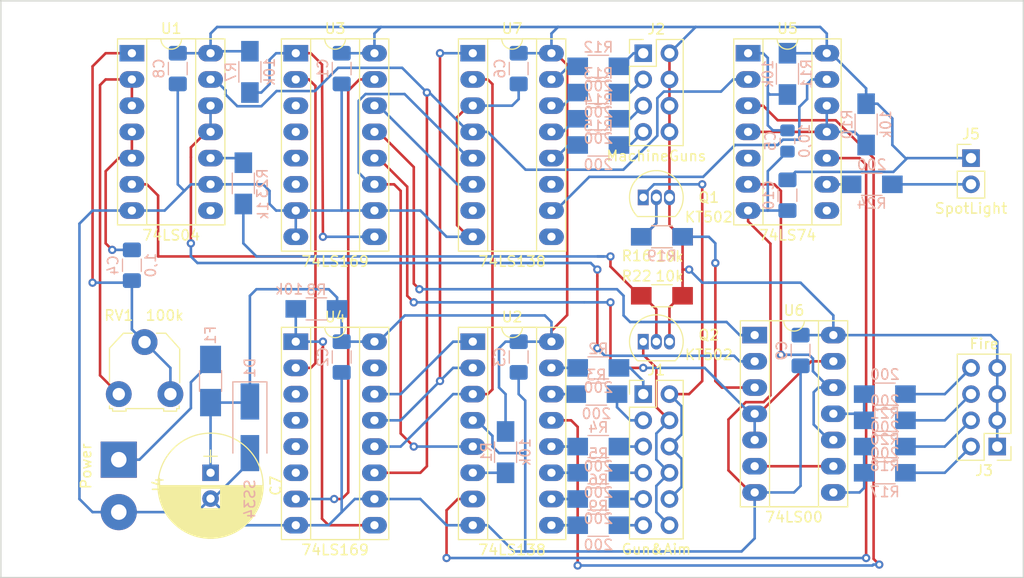
<source format=kicad_pcb>
(kicad_pcb (version 20171130) (host pcbnew "(5.0.0)")

  (general
    (thickness 1.6)
    (drawings 4)
    (tracks 513)
    (zones 0)
    (modules 55)
    (nets 77)
  )

  (page A4)
  (layers
    (0 F.Cu signal)
    (31 B.Cu signal)
    (32 B.Adhes user)
    (33 F.Adhes user)
    (34 B.Paste user)
    (35 F.Paste user)
    (36 B.SilkS user)
    (37 F.SilkS user)
    (38 B.Mask user)
    (39 F.Mask user)
    (40 Dwgs.User user)
    (41 Cmts.User user)
    (42 Eco1.User user)
    (43 Eco2.User user)
    (44 Edge.Cuts user)
    (45 Margin user)
    (46 B.CrtYd user)
    (47 F.CrtYd user)
    (48 B.Fab user)
    (49 F.Fab user)
  )

  (setup
    (last_trace_width 0.25)
    (trace_clearance 0.2)
    (zone_clearance 0.508)
    (zone_45_only no)
    (trace_min 0.2)
    (segment_width 0.2)
    (edge_width 0.15)
    (via_size 0.8)
    (via_drill 0.4)
    (via_min_size 0.4)
    (via_min_drill 0.3)
    (uvia_size 0.3)
    (uvia_drill 0.1)
    (uvias_allowed no)
    (uvia_min_size 0.2)
    (uvia_min_drill 0.1)
    (pcb_text_width 0.3)
    (pcb_text_size 1.5 1.5)
    (mod_edge_width 0.15)
    (mod_text_size 1 1)
    (mod_text_width 0.15)
    (pad_size 1.524 1.524)
    (pad_drill 0.762)
    (pad_to_mask_clearance 0.2)
    (aux_axis_origin 0 0)
    (visible_elements FFFFFF7F)
    (pcbplotparams
      (layerselection 0x010fc_ffffffff)
      (usegerberextensions false)
      (usegerberattributes false)
      (usegerberadvancedattributes false)
      (creategerberjobfile false)
      (excludeedgelayer true)
      (linewidth 0.100000)
      (plotframeref false)
      (viasonmask false)
      (mode 1)
      (useauxorigin false)
      (hpglpennumber 1)
      (hpglpenspeed 20)
      (hpglpendiameter 15.000000)
      (psnegative false)
      (psa4output false)
      (plotreference true)
      (plotvalue true)
      (plotinvisibletext false)
      (padsonsilk false)
      (subtractmaskfromsilk false)
      (outputformat 1)
      (mirror false)
      (drillshape 1)
      (scaleselection 1)
      (outputdirectory ""))
  )

  (net 0 "")
  (net 1 "Net-(J1-Pad1)")
  (net 2 "Net-(R2-Pad2)")
  (net 3 "Net-(R13-Pad2)")
  (net 4 "Net-(J2-Pad3)")
  (net 5 "Net-(J2-Pad1)")
  (net 6 "Net-(R12-Pad2)")
  (net 7 +5V)
  (net 8 "Net-(C5-Pad1)")
  (net 9 "Net-(R10-Pad2)")
  (net 10 "Net-(R9-Pad2)")
  (net 11 "Net-(J1-Pad11)")
  (net 12 "Net-(R8-Pad2)")
  (net 13 "Net-(R7-Pad2)")
  (net 14 "Net-(J1-Pad9)")
  (net 15 "Net-(R6-Pad2)")
  (net 16 "Net-(R5-Pad2)")
  (net 17 "Net-(J1-Pad7)")
  (net 18 "Net-(J1-Pad5)")
  (net 19 "Net-(R4-Pad2)")
  (net 20 "Net-(R3-Pad2)")
  (net 21 "Net-(J1-Pad3)")
  (net 22 "Net-(R1-Pad2)")
  (net 23 "Net-(R15-Pad2)")
  (net 24 "Net-(J2-Pad7)")
  (net 25 "Net-(Q1-Pad2)")
  (net 26 "Net-(J3-Pad2)")
  (net 27 "Net-(R17-Pad1)")
  (net 28 "Net-(J3-Pad4)")
  (net 29 "Net-(R19-Pad2)")
  (net 30 "Net-(R20-Pad1)")
  (net 31 "Net-(J3-Pad6)")
  (net 32 "Net-(J3-Pad8)")
  (net 33 "Net-(Q2-Pad2)")
  (net 34 "Net-(R23-Pad2)")
  (net 35 "Net-(R24-Pad1)")
  (net 36 "Net-(J5-Pad2)")
  (net 37 "Net-(R14-Pad2)")
  (net 38 "Net-(J2-Pad5)")
  (net 39 "Net-(C4-Pad2)")
  (net 40 "Net-(RV1-Pad1)")
  (net 41 /Up1)
  (net 42 /Up2)
  (net 43 "Net-(U1-Pad6)")
  (net 44 GND)
  (net 45 "Net-(U4-Pad3)")
  (net 46 "Net-(U1-Pad13)")
  (net 47 "Net-(U4-Pad4)")
  (net 48 "Net-(U2-Pad3)")
  (net 49 "Net-(U4-Pad5)")
  (net 50 "Net-(U2-Pad2)")
  (net 51 "Net-(U4-Pad6)")
  (net 52 "Net-(U2-Pad1)")
  (net 53 "Net-(U3-Pad15)")
  (net 54 "Net-(U4-Pad15)")
  (net 55 /ClkA)
  (net 56 "Net-(U3-Pad6)")
  (net 57 /ClkB)
  (net 58 "Net-(U3-Pad5)")
  (net 59 /ClkC)
  (net 60 "Net-(U3-Pad4)")
  (net 61 /ClkD)
  (net 62 "Net-(U3-Pad3)")
  (net 63 "Net-(U2-Pad13)")
  (net 64 "Net-(U2-Pad7)")
  (net 65 "Net-(U7-Pad7)")
  (net 66 "Net-(U7-Pad11)")
  (net 67 "Net-(U5-Pad13)")
  (net 68 "Net-(U7-Pad9)")
  (net 69 "Net-(U1-Pad11)")
  (net 70 "Net-(U6-Pad6)")
  (net 71 "Net-(U5-Pad6)")
  (net 72 "Net-(U5-Pad5)")
  (net 73 "Net-(U5-Pad8)")
  (net 74 "Net-(U1-Pad8)")
  (net 75 "Net-(C4-Pad1)")
  (net 76 "Net-(F1-Pad2)")

  (net_class Default "Это класс цепей по умолчанию."
    (clearance 0.2)
    (trace_width 0.25)
    (via_dia 0.8)
    (via_drill 0.4)
    (uvia_dia 0.3)
    (uvia_drill 0.1)
    (add_net +5V)
    (add_net /ClkA)
    (add_net /ClkB)
    (add_net /ClkC)
    (add_net /ClkD)
    (add_net /Up1)
    (add_net /Up2)
    (add_net GND)
    (add_net "Net-(C4-Pad1)")
    (add_net "Net-(C4-Pad2)")
    (add_net "Net-(C5-Pad1)")
    (add_net "Net-(F1-Pad2)")
    (add_net "Net-(J1-Pad1)")
    (add_net "Net-(J1-Pad11)")
    (add_net "Net-(J1-Pad3)")
    (add_net "Net-(J1-Pad5)")
    (add_net "Net-(J1-Pad7)")
    (add_net "Net-(J1-Pad9)")
    (add_net "Net-(J2-Pad1)")
    (add_net "Net-(J2-Pad3)")
    (add_net "Net-(J2-Pad5)")
    (add_net "Net-(J2-Pad7)")
    (add_net "Net-(J3-Pad2)")
    (add_net "Net-(J3-Pad4)")
    (add_net "Net-(J3-Pad6)")
    (add_net "Net-(J3-Pad8)")
    (add_net "Net-(J5-Pad2)")
    (add_net "Net-(Q1-Pad2)")
    (add_net "Net-(Q2-Pad2)")
    (add_net "Net-(R1-Pad2)")
    (add_net "Net-(R10-Pad2)")
    (add_net "Net-(R12-Pad2)")
    (add_net "Net-(R13-Pad2)")
    (add_net "Net-(R14-Pad2)")
    (add_net "Net-(R15-Pad2)")
    (add_net "Net-(R17-Pad1)")
    (add_net "Net-(R19-Pad2)")
    (add_net "Net-(R2-Pad2)")
    (add_net "Net-(R20-Pad1)")
    (add_net "Net-(R23-Pad2)")
    (add_net "Net-(R24-Pad1)")
    (add_net "Net-(R3-Pad2)")
    (add_net "Net-(R4-Pad2)")
    (add_net "Net-(R5-Pad2)")
    (add_net "Net-(R6-Pad2)")
    (add_net "Net-(R7-Pad2)")
    (add_net "Net-(R8-Pad2)")
    (add_net "Net-(R9-Pad2)")
    (add_net "Net-(RV1-Pad1)")
    (add_net "Net-(U1-Pad11)")
    (add_net "Net-(U1-Pad13)")
    (add_net "Net-(U1-Pad6)")
    (add_net "Net-(U1-Pad8)")
    (add_net "Net-(U2-Pad1)")
    (add_net "Net-(U2-Pad13)")
    (add_net "Net-(U2-Pad2)")
    (add_net "Net-(U2-Pad3)")
    (add_net "Net-(U2-Pad7)")
    (add_net "Net-(U3-Pad15)")
    (add_net "Net-(U3-Pad3)")
    (add_net "Net-(U3-Pad4)")
    (add_net "Net-(U3-Pad5)")
    (add_net "Net-(U3-Pad6)")
    (add_net "Net-(U4-Pad15)")
    (add_net "Net-(U4-Pad3)")
    (add_net "Net-(U4-Pad4)")
    (add_net "Net-(U4-Pad5)")
    (add_net "Net-(U4-Pad6)")
    (add_net "Net-(U5-Pad13)")
    (add_net "Net-(U5-Pad5)")
    (add_net "Net-(U5-Pad6)")
    (add_net "Net-(U5-Pad8)")
    (add_net "Net-(U6-Pad6)")
    (add_net "Net-(U7-Pad11)")
    (add_net "Net-(U7-Pad7)")
    (add_net "Net-(U7-Pad9)")
  )

  (module Connector_PinHeader_2.54mm:PinHeader_1x02_P2.54mm_Vertical (layer F.Cu) (tedit 5BD480B7) (tstamp 5BDAE5E5)
    (at 175.26 50.8)
    (descr "Through hole straight pin header, 1x02, 2.54mm pitch, single row")
    (tags "Through hole pin header THT 1x02 2.54mm single row")
    (path /5BDB4657)
    (fp_text reference J5 (at 0 -2.33) (layer F.SilkS)
      (effects (font (size 1 1) (thickness 0.15)))
    )
    (fp_text value SpotLight (at 0 4.87) (layer F.SilkS)
      (effects (font (size 1 1) (thickness 0.15)))
    )
    (fp_line (start -0.635 -1.27) (end 1.27 -1.27) (layer F.Fab) (width 0.1))
    (fp_line (start 1.27 -1.27) (end 1.27 3.81) (layer F.Fab) (width 0.1))
    (fp_line (start 1.27 3.81) (end -1.27 3.81) (layer F.Fab) (width 0.1))
    (fp_line (start -1.27 3.81) (end -1.27 -0.635) (layer F.Fab) (width 0.1))
    (fp_line (start -1.27 -0.635) (end -0.635 -1.27) (layer F.Fab) (width 0.1))
    (fp_line (start -1.33 3.87) (end 1.33 3.87) (layer F.SilkS) (width 0.12))
    (fp_line (start -1.33 1.27) (end -1.33 3.87) (layer F.SilkS) (width 0.12))
    (fp_line (start 1.33 1.27) (end 1.33 3.87) (layer F.SilkS) (width 0.12))
    (fp_line (start -1.33 1.27) (end 1.33 1.27) (layer F.SilkS) (width 0.12))
    (fp_line (start -1.33 0) (end -1.33 -1.33) (layer F.SilkS) (width 0.12))
    (fp_line (start -1.33 -1.33) (end 0 -1.33) (layer F.SilkS) (width 0.12))
    (fp_line (start -1.8 -1.8) (end -1.8 4.35) (layer F.CrtYd) (width 0.05))
    (fp_line (start -1.8 4.35) (end 1.8 4.35) (layer F.CrtYd) (width 0.05))
    (fp_line (start 1.8 4.35) (end 1.8 -1.8) (layer F.CrtYd) (width 0.05))
    (fp_line (start 1.8 -1.8) (end -1.8 -1.8) (layer F.CrtYd) (width 0.05))
    (fp_text user %R (at 0 1.27 90) (layer F.Fab)
      (effects (font (size 1 1) (thickness 0.15)))
    )
    (pad 1 thru_hole rect (at 0 0) (size 1.7 1.7) (drill 1) (layers *.Cu *.Mask)
      (net 7 +5V))
    (pad 2 thru_hole oval (at 0 2.54) (size 1.7 1.7) (drill 1) (layers *.Cu *.Mask)
      (net 36 "Net-(J5-Pad2)"))
    (model ${KISYS3DMOD}/Connector_PinHeader_2.54mm.3dshapes/PinHeader_1x02_P2.54mm_Vertical.wrl
      (at (xyz 0 0 0))
      (scale (xyz 1 1 1))
      (rotate (xyz 0 0 0))
    )
  )

  (module MountingHole:MountingHole_3.2mm_M3 (layer F.Cu) (tedit 5BD481A9) (tstamp 5BDF589A)
    (at 175.26 86.36)
    (descr "Mounting Hole 3.2mm, no annular, M3")
    (tags "mounting hole 3.2mm no annular m3")
    (path /5BDBF5D5)
    (attr virtual)
    (fp_text reference MH4 (at 0 -4.2) (layer F.Fab)
      (effects (font (size 1 1) (thickness 0.15)))
    )
    (fp_text value - (at 0 4.2) (layer F.Fab)
      (effects (font (size 1 1) (thickness 0.15)))
    )
    (fp_circle (center 0 0) (end 3.45 0) (layer F.CrtYd) (width 0.05))
    (fp_circle (center 0 0) (end 3.2 0) (layer Cmts.User) (width 0.15))
    (fp_text user %R (at 0.3 0) (layer F.Fab)
      (effects (font (size 1 1) (thickness 0.15)))
    )
    (pad 1 np_thru_hole circle (at 0 0) (size 3.2 3.2) (drill 3.2) (layers *.Cu *.Mask))
  )

  (module MountingHole:MountingHole_3.2mm_M3 (layer F.Cu) (tedit 5BD481C1) (tstamp 5BDF5892)
    (at 86.36 86.36)
    (descr "Mounting Hole 3.2mm, no annular, M3")
    (tags "mounting hole 3.2mm no annular m3")
    (path /5BDBF4A7)
    (attr virtual)
    (fp_text reference MH2 (at 0 -4.2) (layer F.Fab)
      (effects (font (size 1 1) (thickness 0.15)))
    )
    (fp_text value - (at 0 4.2) (layer F.Fab)
      (effects (font (size 1 1) (thickness 0.15)))
    )
    (fp_text user %R (at 0.3 0) (layer F.Fab)
      (effects (font (size 1 1) (thickness 0.15)))
    )
    (fp_circle (center 0 0) (end 3.2 0) (layer Cmts.User) (width 0.15))
    (fp_circle (center 0 0) (end 3.45 0) (layer F.CrtYd) (width 0.05))
    (pad 1 np_thru_hole circle (at 0 0) (size 3.2 3.2) (drill 3.2) (layers *.Cu *.Mask))
  )

  (module MountingHole:MountingHole_3.2mm_M3 (layer F.Cu) (tedit 5BD481B2) (tstamp 5BDF687B)
    (at 175.26 40.64)
    (descr "Mounting Hole 3.2mm, no annular, M3")
    (tags "mounting hole 3.2mm no annular m3")
    (path /5BDBF53D)
    (attr virtual)
    (fp_text reference MH3 (at 0 -4.2) (layer F.Fab)
      (effects (font (size 1 1) (thickness 0.15)))
    )
    (fp_text value - (at 0 4.2) (layer F.Fab)
      (effects (font (size 1 1) (thickness 0.15)))
    )
    (fp_circle (center 0 0) (end 3.45 0) (layer F.CrtYd) (width 0.05))
    (fp_circle (center 0 0) (end 3.2 0) (layer Cmts.User) (width 0.15))
    (fp_text user %R (at 0.3 0) (layer F.Fab)
      (effects (font (size 1 1) (thickness 0.15)))
    )
    (pad 1 np_thru_hole circle (at 0 0) (size 3.2 3.2) (drill 3.2) (layers *.Cu *.Mask))
  )

  (module MountingHole:MountingHole_3.2mm_M3 (layer F.Cu) (tedit 5BD481B9) (tstamp 5BDF63A2)
    (at 86.36 40.64)
    (descr "Mounting Hole 3.2mm, no annular, M3")
    (tags "mounting hole 3.2mm no annular m3")
    (path /5BDBEDEC)
    (attr virtual)
    (fp_text reference MH1 (at 0 -4.2) (layer F.Fab)
      (effects (font (size 1 1) (thickness 0.15)))
    )
    (fp_text value - (at 0 4.2) (layer F.Fab)
      (effects (font (size 1 1) (thickness 0.15)))
    )
    (fp_text user %R (at 0.3 0) (layer F.Fab)
      (effects (font (size 1 1) (thickness 0.15)))
    )
    (fp_circle (center 0 0) (end 3.2 0) (layer Cmts.User) (width 0.15))
    (fp_circle (center 0 0) (end 3.45 0) (layer F.CrtYd) (width 0.05))
    (pad 1 np_thru_hole circle (at 0 0) (size 3.2 3.2) (drill 3.2) (layers *.Cu *.Mask))
  )

  (module Housings_DIP:DIP-14_W7.62mm_Socket_LongPads (layer F.Cu) (tedit 5BD48079) (tstamp 5BDAF567)
    (at 153.67 40.64)
    (descr "14-lead dip package, row spacing 7.62 mm (300 mils), Socket, LongPads")
    (tags "DIL DIP PDIP 2.54mm 7.62mm 300mil Socket LongPads")
    (path /5BD358FF)
    (fp_text reference U5 (at 3.81 -2.39) (layer F.SilkS)
      (effects (font (size 1 1) (thickness 0.15)))
    )
    (fp_text value 74LS74 (at 3.81 17.63) (layer F.SilkS)
      (effects (font (size 1 1) (thickness 0.15)))
    )
    (fp_arc (start 3.81 -1.39) (end 2.81 -1.39) (angle -180) (layer F.SilkS) (width 0.12))
    (fp_line (start 9.3 -1.7) (end -1.7 -1.7) (layer F.CrtYd) (width 0.05))
    (fp_line (start 9.3 16.9) (end 9.3 -1.7) (layer F.CrtYd) (width 0.05))
    (fp_line (start -1.7 16.9) (end 9.3 16.9) (layer F.CrtYd) (width 0.05))
    (fp_line (start -1.7 -1.7) (end -1.7 16.9) (layer F.CrtYd) (width 0.05))
    (fp_line (start 9.01 -1.39) (end -1.39 -1.39) (layer F.SilkS) (width 0.12))
    (fp_line (start 9.01 16.63) (end 9.01 -1.39) (layer F.SilkS) (width 0.12))
    (fp_line (start -1.39 16.63) (end 9.01 16.63) (layer F.SilkS) (width 0.12))
    (fp_line (start -1.39 -1.39) (end -1.39 16.63) (layer F.SilkS) (width 0.12))
    (fp_line (start 6.18 -1.39) (end 4.81 -1.39) (layer F.SilkS) (width 0.12))
    (fp_line (start 6.18 16.63) (end 6.18 -1.39) (layer F.SilkS) (width 0.12))
    (fp_line (start 1.44 16.63) (end 6.18 16.63) (layer F.SilkS) (width 0.12))
    (fp_line (start 1.44 -1.39) (end 1.44 16.63) (layer F.SilkS) (width 0.12))
    (fp_line (start 2.81 -1.39) (end 1.44 -1.39) (layer F.SilkS) (width 0.12))
    (fp_line (start 8.89 -1.27) (end -1.27 -1.27) (layer F.Fab) (width 0.1))
    (fp_line (start 8.89 16.51) (end 8.89 -1.27) (layer F.Fab) (width 0.1))
    (fp_line (start -1.27 16.51) (end 8.89 16.51) (layer F.Fab) (width 0.1))
    (fp_line (start -1.27 -1.27) (end -1.27 16.51) (layer F.Fab) (width 0.1))
    (fp_line (start 0.635 -0.27) (end 1.635 -1.27) (layer F.Fab) (width 0.1))
    (fp_line (start 0.635 16.51) (end 0.635 -0.27) (layer F.Fab) (width 0.1))
    (fp_line (start 6.985 16.51) (end 0.635 16.51) (layer F.Fab) (width 0.1))
    (fp_line (start 6.985 -1.27) (end 6.985 16.51) (layer F.Fab) (width 0.1))
    (fp_line (start 1.635 -1.27) (end 6.985 -1.27) (layer F.Fab) (width 0.1))
    (fp_text user %R (at 3.81 7.62) (layer F.Fab)
      (effects (font (size 1 1) (thickness 0.15)))
    )
    (pad 14 thru_hole oval (at 7.62 0) (size 2.4 1.6) (drill 0.8) (layers *.Cu *.Mask)
      (net 7 +5V))
    (pad 7 thru_hole oval (at 0 15.24) (size 2.4 1.6) (drill 0.8) (layers *.Cu *.Mask)
      (net 44 GND))
    (pad 13 thru_hole oval (at 7.62 2.54) (size 2.4 1.6) (drill 0.8) (layers *.Cu *.Mask)
      (net 67 "Net-(U5-Pad13)"))
    (pad 6 thru_hole oval (at 0 12.7) (size 2.4 1.6) (drill 0.8) (layers *.Cu *.Mask)
      (net 71 "Net-(U5-Pad6)"))
    (pad 12 thru_hole oval (at 7.62 5.08) (size 2.4 1.6) (drill 0.8) (layers *.Cu *.Mask)
      (net 9 "Net-(R10-Pad2)"))
    (pad 5 thru_hole oval (at 0 10.16) (size 2.4 1.6) (drill 0.8) (layers *.Cu *.Mask)
      (net 72 "Net-(U5-Pad5)"))
    (pad 11 thru_hole oval (at 7.62 7.62) (size 2.4 1.6) (drill 0.8) (layers *.Cu *.Mask)
      (net 9 "Net-(R10-Pad2)"))
    (pad 4 thru_hole oval (at 0 7.62) (size 2.4 1.6) (drill 0.8) (layers *.Cu *.Mask)
      (net 9 "Net-(R10-Pad2)"))
    (pad 10 thru_hole oval (at 7.62 10.16) (size 2.4 1.6) (drill 0.8) (layers *.Cu *.Mask)
      (net 64 "Net-(U2-Pad7)"))
    (pad 3 thru_hole oval (at 0 5.08) (size 2.4 1.6) (drill 0.8) (layers *.Cu *.Mask)
      (net 63 "Net-(U2-Pad13)"))
    (pad 9 thru_hole oval (at 7.62 12.7) (size 2.4 1.6) (drill 0.8) (layers *.Cu *.Mask)
      (net 35 "Net-(R24-Pad1)"))
    (pad 2 thru_hole oval (at 0 2.54) (size 2.4 1.6) (drill 0.8) (layers *.Cu *.Mask)
      (net 46 "Net-(U1-Pad13)"))
    (pad 8 thru_hole oval (at 7.62 15.24) (size 2.4 1.6) (drill 0.8) (layers *.Cu *.Mask)
      (net 73 "Net-(U5-Pad8)"))
    (pad 1 thru_hole rect (at 0 0) (size 2.4 1.6) (drill 0.8) (layers *.Cu *.Mask)
      (net 8 "Net-(C5-Pad1)"))
    (model ${KISYS3DMOD}/Housings_DIP.3dshapes/DIP-14_W7.62mm_Socket_LongPads.wrl
      (at (xyz 0 0 0))
      (scale (xyz 1 1 1))
      (rotate (xyz 0 0 0))
    )
  )

  (module Capacitor_SMD:C_0805_2012Metric_Pad1.15x1.40mm_HandSolder (layer B.Cu) (tedit 5BD4826D) (tstamp 5BDAE740)
    (at 157.48 49.14 270)
    (descr "Capacitor SMD 0805 (2012 Metric), square (rectangular) end terminal, IPC_7351 nominal with elongated pad for handsoldering. (Body size source: https://docs.google.com/spreadsheets/d/1BsfQQcO9C6DZCsRaXUlFlo91Tg2WpOkGARC1WS5S8t0/edit?usp=sharing), generated with kicad-footprint-generator")
    (tags "capacitor handsolder")
    (path /5BD458A9)
    (attr smd)
    (fp_text reference C5 (at 0 1.65 270) (layer B.SilkS)
      (effects (font (size 1 1) (thickness 0.15)) (justify mirror))
    )
    (fp_text value 10,0 (at 0 -1.65 270) (layer B.SilkS)
      (effects (font (size 1 1) (thickness 0.15)) (justify mirror))
    )
    (fp_line (start -1 -0.6) (end -1 0.6) (layer B.Fab) (width 0.1))
    (fp_line (start -1 0.6) (end 1 0.6) (layer B.Fab) (width 0.1))
    (fp_line (start 1 0.6) (end 1 -0.6) (layer B.Fab) (width 0.1))
    (fp_line (start 1 -0.6) (end -1 -0.6) (layer B.Fab) (width 0.1))
    (fp_line (start -0.261252 0.71) (end 0.261252 0.71) (layer B.SilkS) (width 0.12))
    (fp_line (start -0.261252 -0.71) (end 0.261252 -0.71) (layer B.SilkS) (width 0.12))
    (fp_line (start -1.85 -0.95) (end -1.85 0.95) (layer B.CrtYd) (width 0.05))
    (fp_line (start -1.85 0.95) (end 1.85 0.95) (layer B.CrtYd) (width 0.05))
    (fp_line (start 1.85 0.95) (end 1.85 -0.95) (layer B.CrtYd) (width 0.05))
    (fp_line (start 1.85 -0.95) (end -1.85 -0.95) (layer B.CrtYd) (width 0.05))
    (fp_text user %R (at 0 0 270) (layer B.Fab)
      (effects (font (size 0.5 0.5) (thickness 0.08)) (justify mirror))
    )
    (pad 1 smd roundrect (at -1.025 0 270) (size 1.15 1.4) (layers B.Cu B.Paste B.Mask) (roundrect_rratio 0.217391)
      (net 8 "Net-(C5-Pad1)"))
    (pad 2 smd roundrect (at 1.025 0 270) (size 1.15 1.4) (layers B.Cu B.Paste B.Mask) (roundrect_rratio 0.217391)
      (net 44 GND))
    (model ${KISYS3DMOD}/Capacitor_SMD.3dshapes/C_0805_2012Metric.wrl
      (at (xyz 0 0 0))
      (scale (xyz 1 1 1))
      (rotate (xyz 0 0 0))
    )
  )

  (module Capacitor_SMD:C_1206_3216Metric_Pad1.42x1.75mm_HandSolder (layer B.Cu) (tedit 5B301BBE) (tstamp 5BDAE72F)
    (at 114.3 42.1275 270)
    (descr "Capacitor SMD 1206 (3216 Metric), square (rectangular) end terminal, IPC_7351 nominal with elongated pad for handsoldering. (Body size source: http://www.tortai-tech.com/upload/download/2011102023233369053.pdf), generated with kicad-footprint-generator")
    (tags "capacitor handsolder")
    (path /5BD35EFC)
    (attr smd)
    (fp_text reference C1 (at 0 1.82 270) (layer B.SilkS)
      (effects (font (size 1 1) (thickness 0.15)) (justify mirror))
    )
    (fp_text value 0,1 (at 0 -1.82 270) (layer B.Fab)
      (effects (font (size 1 1) (thickness 0.15)) (justify mirror))
    )
    (fp_text user %R (at 0 0 270) (layer B.Fab)
      (effects (font (size 0.8 0.8) (thickness 0.12)) (justify mirror))
    )
    (fp_line (start 2.45 -1.12) (end -2.45 -1.12) (layer B.CrtYd) (width 0.05))
    (fp_line (start 2.45 1.12) (end 2.45 -1.12) (layer B.CrtYd) (width 0.05))
    (fp_line (start -2.45 1.12) (end 2.45 1.12) (layer B.CrtYd) (width 0.05))
    (fp_line (start -2.45 -1.12) (end -2.45 1.12) (layer B.CrtYd) (width 0.05))
    (fp_line (start -0.602064 -0.91) (end 0.602064 -0.91) (layer B.SilkS) (width 0.12))
    (fp_line (start -0.602064 0.91) (end 0.602064 0.91) (layer B.SilkS) (width 0.12))
    (fp_line (start 1.6 -0.8) (end -1.6 -0.8) (layer B.Fab) (width 0.1))
    (fp_line (start 1.6 0.8) (end 1.6 -0.8) (layer B.Fab) (width 0.1))
    (fp_line (start -1.6 0.8) (end 1.6 0.8) (layer B.Fab) (width 0.1))
    (fp_line (start -1.6 -0.8) (end -1.6 0.8) (layer B.Fab) (width 0.1))
    (pad 2 smd roundrect (at 1.4875 0 270) (size 1.425 1.75) (layers B.Cu B.Paste B.Mask) (roundrect_rratio 0.175439)
      (net 44 GND))
    (pad 1 smd roundrect (at -1.4875 0 270) (size 1.425 1.75) (layers B.Cu B.Paste B.Mask) (roundrect_rratio 0.175439)
      (net 7 +5V))
    (model ${KISYS3DMOD}/Capacitor_SMD.3dshapes/C_1206_3216Metric.wrl
      (at (xyz 0 0 0))
      (scale (xyz 1 1 1))
      (rotate (xyz 0 0 0))
    )
  )

  (module Capacitor_SMD:C_1206_3216Metric_Pad1.42x1.75mm_HandSolder (layer B.Cu) (tedit 5B301BBE) (tstamp 5BDAFF48)
    (at 157.48 54.3925 270)
    (descr "Capacitor SMD 1206 (3216 Metric), square (rectangular) end terminal, IPC_7351 nominal with elongated pad for handsoldering. (Body size source: http://www.tortai-tech.com/upload/download/2011102023233369053.pdf), generated with kicad-footprint-generator")
    (tags "capacitor handsolder")
    (path /5BD36D0A)
    (attr smd)
    (fp_text reference C10 (at 0 1.82 270) (layer B.SilkS)
      (effects (font (size 1 1) (thickness 0.15)) (justify mirror))
    )
    (fp_text value 0,1 (at 0 -1.82 270) (layer B.Fab)
      (effects (font (size 1 1) (thickness 0.15)) (justify mirror))
    )
    (fp_line (start -1.6 -0.8) (end -1.6 0.8) (layer B.Fab) (width 0.1))
    (fp_line (start -1.6 0.8) (end 1.6 0.8) (layer B.Fab) (width 0.1))
    (fp_line (start 1.6 0.8) (end 1.6 -0.8) (layer B.Fab) (width 0.1))
    (fp_line (start 1.6 -0.8) (end -1.6 -0.8) (layer B.Fab) (width 0.1))
    (fp_line (start -0.602064 0.91) (end 0.602064 0.91) (layer B.SilkS) (width 0.12))
    (fp_line (start -0.602064 -0.91) (end 0.602064 -0.91) (layer B.SilkS) (width 0.12))
    (fp_line (start -2.45 -1.12) (end -2.45 1.12) (layer B.CrtYd) (width 0.05))
    (fp_line (start -2.45 1.12) (end 2.45 1.12) (layer B.CrtYd) (width 0.05))
    (fp_line (start 2.45 1.12) (end 2.45 -1.12) (layer B.CrtYd) (width 0.05))
    (fp_line (start 2.45 -1.12) (end -2.45 -1.12) (layer B.CrtYd) (width 0.05))
    (fp_text user %R (at 0 0 270) (layer B.Fab)
      (effects (font (size 0.8 0.8) (thickness 0.12)) (justify mirror))
    )
    (pad 1 smd roundrect (at -1.4875 0 270) (size 1.425 1.75) (layers B.Cu B.Paste B.Mask) (roundrect_rratio 0.175439)
      (net 7 +5V))
    (pad 2 smd roundrect (at 1.4875 0 270) (size 1.425 1.75) (layers B.Cu B.Paste B.Mask) (roundrect_rratio 0.175439)
      (net 44 GND))
    (model ${KISYS3DMOD}/Capacitor_SMD.3dshapes/C_1206_3216Metric.wrl
      (at (xyz 0 0 0))
      (scale (xyz 1 1 1))
      (rotate (xyz 0 0 0))
    )
  )

  (module Capacitor_SMD:C_1206_3216Metric_Pad1.42x1.75mm_HandSolder (layer B.Cu) (tedit 5B301BBE) (tstamp 5BDAE70D)
    (at 158.75 69.4325 270)
    (descr "Capacitor SMD 1206 (3216 Metric), square (rectangular) end terminal, IPC_7351 nominal with elongated pad for handsoldering. (Body size source: http://www.tortai-tech.com/upload/download/2011102023233369053.pdf), generated with kicad-footprint-generator")
    (tags "capacitor handsolder")
    (path /5BD3663F)
    (attr smd)
    (fp_text reference C9 (at 0 1.82 270) (layer B.SilkS)
      (effects (font (size 1 1) (thickness 0.15)) (justify mirror))
    )
    (fp_text value 0,1 (at 0 -1.82 270) (layer B.Fab)
      (effects (font (size 1 1) (thickness 0.15)) (justify mirror))
    )
    (fp_text user %R (at 0 0 270) (layer B.Fab)
      (effects (font (size 0.8 0.8) (thickness 0.12)) (justify mirror))
    )
    (fp_line (start 2.45 -1.12) (end -2.45 -1.12) (layer B.CrtYd) (width 0.05))
    (fp_line (start 2.45 1.12) (end 2.45 -1.12) (layer B.CrtYd) (width 0.05))
    (fp_line (start -2.45 1.12) (end 2.45 1.12) (layer B.CrtYd) (width 0.05))
    (fp_line (start -2.45 -1.12) (end -2.45 1.12) (layer B.CrtYd) (width 0.05))
    (fp_line (start -0.602064 -0.91) (end 0.602064 -0.91) (layer B.SilkS) (width 0.12))
    (fp_line (start -0.602064 0.91) (end 0.602064 0.91) (layer B.SilkS) (width 0.12))
    (fp_line (start 1.6 -0.8) (end -1.6 -0.8) (layer B.Fab) (width 0.1))
    (fp_line (start 1.6 0.8) (end 1.6 -0.8) (layer B.Fab) (width 0.1))
    (fp_line (start -1.6 0.8) (end 1.6 0.8) (layer B.Fab) (width 0.1))
    (fp_line (start -1.6 -0.8) (end -1.6 0.8) (layer B.Fab) (width 0.1))
    (pad 2 smd roundrect (at 1.4875 0 270) (size 1.425 1.75) (layers B.Cu B.Paste B.Mask) (roundrect_rratio 0.175439)
      (net 44 GND))
    (pad 1 smd roundrect (at -1.4875 0 270) (size 1.425 1.75) (layers B.Cu B.Paste B.Mask) (roundrect_rratio 0.175439)
      (net 7 +5V))
    (model ${KISYS3DMOD}/Capacitor_SMD.3dshapes/C_1206_3216Metric.wrl
      (at (xyz 0 0 0))
      (scale (xyz 1 1 1))
      (rotate (xyz 0 0 0))
    )
  )

  (module Capacitor_SMD:C_1206_3216Metric_Pad1.42x1.75mm_HandSolder (layer B.Cu) (tedit 5B301BBE) (tstamp 5BDAE6FC)
    (at 114.3 70.0675 270)
    (descr "Capacitor SMD 1206 (3216 Metric), square (rectangular) end terminal, IPC_7351 nominal with elongated pad for handsoldering. (Body size source: http://www.tortai-tech.com/upload/download/2011102023233369053.pdf), generated with kicad-footprint-generator")
    (tags "capacitor handsolder")
    (path /5BD36035)
    (attr smd)
    (fp_text reference C2 (at 0 1.82 270) (layer B.SilkS)
      (effects (font (size 1 1) (thickness 0.15)) (justify mirror))
    )
    (fp_text value 0,1 (at 0 -1.82 270) (layer B.Fab)
      (effects (font (size 1 1) (thickness 0.15)) (justify mirror))
    )
    (fp_line (start -1.6 -0.8) (end -1.6 0.8) (layer B.Fab) (width 0.1))
    (fp_line (start -1.6 0.8) (end 1.6 0.8) (layer B.Fab) (width 0.1))
    (fp_line (start 1.6 0.8) (end 1.6 -0.8) (layer B.Fab) (width 0.1))
    (fp_line (start 1.6 -0.8) (end -1.6 -0.8) (layer B.Fab) (width 0.1))
    (fp_line (start -0.602064 0.91) (end 0.602064 0.91) (layer B.SilkS) (width 0.12))
    (fp_line (start -0.602064 -0.91) (end 0.602064 -0.91) (layer B.SilkS) (width 0.12))
    (fp_line (start -2.45 -1.12) (end -2.45 1.12) (layer B.CrtYd) (width 0.05))
    (fp_line (start -2.45 1.12) (end 2.45 1.12) (layer B.CrtYd) (width 0.05))
    (fp_line (start 2.45 1.12) (end 2.45 -1.12) (layer B.CrtYd) (width 0.05))
    (fp_line (start 2.45 -1.12) (end -2.45 -1.12) (layer B.CrtYd) (width 0.05))
    (fp_text user %R (at 0 0 270) (layer B.Fab)
      (effects (font (size 0.8 0.8) (thickness 0.12)) (justify mirror))
    )
    (pad 1 smd roundrect (at -1.4875 0 270) (size 1.425 1.75) (layers B.Cu B.Paste B.Mask) (roundrect_rratio 0.175439)
      (net 7 +5V))
    (pad 2 smd roundrect (at 1.4875 0 270) (size 1.425 1.75) (layers B.Cu B.Paste B.Mask) (roundrect_rratio 0.175439)
      (net 44 GND))
    (model ${KISYS3DMOD}/Capacitor_SMD.3dshapes/C_1206_3216Metric.wrl
      (at (xyz 0 0 0))
      (scale (xyz 1 1 1))
      (rotate (xyz 0 0 0))
    )
  )

  (module Capacitor_SMD:C_1206_3216Metric_Pad1.42x1.75mm_HandSolder (layer B.Cu) (tedit 5B301BBE) (tstamp 5BDAE6EB)
    (at 131.445 70.0675 270)
    (descr "Capacitor SMD 1206 (3216 Metric), square (rectangular) end terminal, IPC_7351 nominal with elongated pad for handsoldering. (Body size source: http://www.tortai-tech.com/upload/download/2011102023233369053.pdf), generated with kicad-footprint-generator")
    (tags "capacitor handsolder")
    (path /5BD35FC1)
    (attr smd)
    (fp_text reference C3 (at 0 1.82 270) (layer B.SilkS)
      (effects (font (size 1 1) (thickness 0.15)) (justify mirror))
    )
    (fp_text value 0,1 (at 0 -1.82 270) (layer B.Fab)
      (effects (font (size 1 1) (thickness 0.15)) (justify mirror))
    )
    (fp_text user %R (at 0 0 270) (layer B.Fab)
      (effects (font (size 0.8 0.8) (thickness 0.12)) (justify mirror))
    )
    (fp_line (start 2.45 -1.12) (end -2.45 -1.12) (layer B.CrtYd) (width 0.05))
    (fp_line (start 2.45 1.12) (end 2.45 -1.12) (layer B.CrtYd) (width 0.05))
    (fp_line (start -2.45 1.12) (end 2.45 1.12) (layer B.CrtYd) (width 0.05))
    (fp_line (start -2.45 -1.12) (end -2.45 1.12) (layer B.CrtYd) (width 0.05))
    (fp_line (start -0.602064 -0.91) (end 0.602064 -0.91) (layer B.SilkS) (width 0.12))
    (fp_line (start -0.602064 0.91) (end 0.602064 0.91) (layer B.SilkS) (width 0.12))
    (fp_line (start 1.6 -0.8) (end -1.6 -0.8) (layer B.Fab) (width 0.1))
    (fp_line (start 1.6 0.8) (end 1.6 -0.8) (layer B.Fab) (width 0.1))
    (fp_line (start -1.6 0.8) (end 1.6 0.8) (layer B.Fab) (width 0.1))
    (fp_line (start -1.6 -0.8) (end -1.6 0.8) (layer B.Fab) (width 0.1))
    (pad 2 smd roundrect (at 1.4875 0 270) (size 1.425 1.75) (layers B.Cu B.Paste B.Mask) (roundrect_rratio 0.175439)
      (net 44 GND))
    (pad 1 smd roundrect (at -1.4875 0 270) (size 1.425 1.75) (layers B.Cu B.Paste B.Mask) (roundrect_rratio 0.175439)
      (net 7 +5V))
    (model ${KISYS3DMOD}/Capacitor_SMD.3dshapes/C_1206_3216Metric.wrl
      (at (xyz 0 0 0))
      (scale (xyz 1 1 1))
      (rotate (xyz 0 0 0))
    )
  )

  (module Capacitor_SMD:C_1206_3216Metric_Pad1.42x1.75mm_HandSolder (layer B.Cu) (tedit 5BD482C2) (tstamp 5BDB5316)
    (at 93.98 61.1775 270)
    (descr "Capacitor SMD 1206 (3216 Metric), square (rectangular) end terminal, IPC_7351 nominal with elongated pad for handsoldering. (Body size source: http://www.tortai-tech.com/upload/download/2011102023233369053.pdf), generated with kicad-footprint-generator")
    (tags "capacitor handsolder")
    (path /5BD3750A)
    (attr smd)
    (fp_text reference C4 (at 0 1.82 270) (layer B.SilkS)
      (effects (font (size 1 1) (thickness 0.15)) (justify mirror))
    )
    (fp_text value 1,0 (at 0 -1.82 270) (layer B.SilkS)
      (effects (font (size 1 1) (thickness 0.15)) (justify mirror))
    )
    (fp_line (start -1.6 -0.8) (end -1.6 0.8) (layer B.Fab) (width 0.1))
    (fp_line (start -1.6 0.8) (end 1.6 0.8) (layer B.Fab) (width 0.1))
    (fp_line (start 1.6 0.8) (end 1.6 -0.8) (layer B.Fab) (width 0.1))
    (fp_line (start 1.6 -0.8) (end -1.6 -0.8) (layer B.Fab) (width 0.1))
    (fp_line (start -0.602064 0.91) (end 0.602064 0.91) (layer B.SilkS) (width 0.12))
    (fp_line (start -0.602064 -0.91) (end 0.602064 -0.91) (layer B.SilkS) (width 0.12))
    (fp_line (start -2.45 -1.12) (end -2.45 1.12) (layer B.CrtYd) (width 0.05))
    (fp_line (start -2.45 1.12) (end 2.45 1.12) (layer B.CrtYd) (width 0.05))
    (fp_line (start 2.45 1.12) (end 2.45 -1.12) (layer B.CrtYd) (width 0.05))
    (fp_line (start 2.45 -1.12) (end -2.45 -1.12) (layer B.CrtYd) (width 0.05))
    (fp_text user %R (at 0 0 270) (layer B.Fab)
      (effects (font (size 0.8 0.8) (thickness 0.12)) (justify mirror))
    )
    (pad 1 smd roundrect (at -1.4875 0 270) (size 1.425 1.75) (layers B.Cu B.Paste B.Mask) (roundrect_rratio 0.175439)
      (net 75 "Net-(C4-Pad1)"))
    (pad 2 smd roundrect (at 1.4875 0 270) (size 1.425 1.75) (layers B.Cu B.Paste B.Mask) (roundrect_rratio 0.175439)
      (net 39 "Net-(C4-Pad2)"))
    (model ${KISYS3DMOD}/Capacitor_SMD.3dshapes/C_1206_3216Metric.wrl
      (at (xyz 0 0 0))
      (scale (xyz 1 1 1))
      (rotate (xyz 0 0 0))
    )
  )

  (module Capacitor_SMD:C_1206_3216Metric_Pad1.42x1.75mm_HandSolder (layer B.Cu) (tedit 5B301BBE) (tstamp 5BDAE6C9)
    (at 98.425 42.1275 270)
    (descr "Capacitor SMD 1206 (3216 Metric), square (rectangular) end terminal, IPC_7351 nominal with elongated pad for handsoldering. (Body size source: http://www.tortai-tech.com/upload/download/2011102023233369053.pdf), generated with kicad-footprint-generator")
    (tags "capacitor handsolder")
    (path /5BD369B6)
    (attr smd)
    (fp_text reference C8 (at 0 1.82 270) (layer B.SilkS)
      (effects (font (size 1 1) (thickness 0.15)) (justify mirror))
    )
    (fp_text value 0,1 (at 0 -1.82 270) (layer B.Fab)
      (effects (font (size 1 1) (thickness 0.15)) (justify mirror))
    )
    (fp_text user %R (at 0 0 270) (layer B.Fab)
      (effects (font (size 0.8 0.8) (thickness 0.12)) (justify mirror))
    )
    (fp_line (start 2.45 -1.12) (end -2.45 -1.12) (layer B.CrtYd) (width 0.05))
    (fp_line (start 2.45 1.12) (end 2.45 -1.12) (layer B.CrtYd) (width 0.05))
    (fp_line (start -2.45 1.12) (end 2.45 1.12) (layer B.CrtYd) (width 0.05))
    (fp_line (start -2.45 -1.12) (end -2.45 1.12) (layer B.CrtYd) (width 0.05))
    (fp_line (start -0.602064 -0.91) (end 0.602064 -0.91) (layer B.SilkS) (width 0.12))
    (fp_line (start -0.602064 0.91) (end 0.602064 0.91) (layer B.SilkS) (width 0.12))
    (fp_line (start 1.6 -0.8) (end -1.6 -0.8) (layer B.Fab) (width 0.1))
    (fp_line (start 1.6 0.8) (end 1.6 -0.8) (layer B.Fab) (width 0.1))
    (fp_line (start -1.6 0.8) (end 1.6 0.8) (layer B.Fab) (width 0.1))
    (fp_line (start -1.6 -0.8) (end -1.6 0.8) (layer B.Fab) (width 0.1))
    (pad 2 smd roundrect (at 1.4875 0 270) (size 1.425 1.75) (layers B.Cu B.Paste B.Mask) (roundrect_rratio 0.175439)
      (net 44 GND))
    (pad 1 smd roundrect (at -1.4875 0 270) (size 1.425 1.75) (layers B.Cu B.Paste B.Mask) (roundrect_rratio 0.175439)
      (net 7 +5V))
    (model ${KISYS3DMOD}/Capacitor_SMD.3dshapes/C_1206_3216Metric.wrl
      (at (xyz 0 0 0))
      (scale (xyz 1 1 1))
      (rotate (xyz 0 0 0))
    )
  )

  (module Capacitor_SMD:C_1206_3216Metric_Pad1.42x1.75mm_HandSolder (layer B.Cu) (tedit 5B301BBE) (tstamp 5BDAE6B8)
    (at 131.445 42.1275 270)
    (descr "Capacitor SMD 1206 (3216 Metric), square (rectangular) end terminal, IPC_7351 nominal with elongated pad for handsoldering. (Body size source: http://www.tortai-tech.com/upload/download/2011102023233369053.pdf), generated with kicad-footprint-generator")
    (tags "capacitor handsolder")
    (path /5BD361FA)
    (attr smd)
    (fp_text reference C6 (at 0 1.82 270) (layer B.SilkS)
      (effects (font (size 1 1) (thickness 0.15)) (justify mirror))
    )
    (fp_text value 0,1 (at 0 -1.82 270) (layer B.Fab)
      (effects (font (size 1 1) (thickness 0.15)) (justify mirror))
    )
    (fp_line (start -1.6 -0.8) (end -1.6 0.8) (layer B.Fab) (width 0.1))
    (fp_line (start -1.6 0.8) (end 1.6 0.8) (layer B.Fab) (width 0.1))
    (fp_line (start 1.6 0.8) (end 1.6 -0.8) (layer B.Fab) (width 0.1))
    (fp_line (start 1.6 -0.8) (end -1.6 -0.8) (layer B.Fab) (width 0.1))
    (fp_line (start -0.602064 0.91) (end 0.602064 0.91) (layer B.SilkS) (width 0.12))
    (fp_line (start -0.602064 -0.91) (end 0.602064 -0.91) (layer B.SilkS) (width 0.12))
    (fp_line (start -2.45 -1.12) (end -2.45 1.12) (layer B.CrtYd) (width 0.05))
    (fp_line (start -2.45 1.12) (end 2.45 1.12) (layer B.CrtYd) (width 0.05))
    (fp_line (start 2.45 1.12) (end 2.45 -1.12) (layer B.CrtYd) (width 0.05))
    (fp_line (start 2.45 -1.12) (end -2.45 -1.12) (layer B.CrtYd) (width 0.05))
    (fp_text user %R (at 0 0 270) (layer B.Fab)
      (effects (font (size 0.8 0.8) (thickness 0.12)) (justify mirror))
    )
    (pad 1 smd roundrect (at -1.4875 0 270) (size 1.425 1.75) (layers B.Cu B.Paste B.Mask) (roundrect_rratio 0.175439)
      (net 7 +5V))
    (pad 2 smd roundrect (at 1.4875 0 270) (size 1.425 1.75) (layers B.Cu B.Paste B.Mask) (roundrect_rratio 0.175439)
      (net 44 GND))
    (model ${KISYS3DMOD}/Capacitor_SMD.3dshapes/C_1206_3216Metric.wrl
      (at (xyz 0 0 0))
      (scale (xyz 1 1 1))
      (rotate (xyz 0 0 0))
    )
  )

  (module Capacitors_THT:CP_Radial_D10.0mm_P2.50mm (layer F.Cu) (tedit 597BC7C2) (tstamp 5BDAE6A7)
    (at 101.6 81.28 270)
    (descr "CP, Radial series, Radial, pin pitch=2.50mm, , diameter=10mm, Electrolytic Capacitor")
    (tags "CP Radial series Radial pin pitch 2.50mm  diameter 10mm Electrolytic Capacitor")
    (path /5BD5C291)
    (fp_text reference C7 (at 1.25 -6.31 270) (layer F.SilkS)
      (effects (font (size 1 1) (thickness 0.15)))
    )
    (fp_text value 100,0 (at 1.25 6.31 270) (layer F.Fab)
      (effects (font (size 1 1) (thickness 0.15)))
    )
    (fp_circle (center 1.25 0) (end 6.25 0) (layer F.Fab) (width 0.1))
    (fp_circle (center 1.25 0) (end 6.34 0) (layer F.SilkS) (width 0.12))
    (fp_line (start -2.2 0) (end -1 0) (layer F.Fab) (width 0.1))
    (fp_line (start -1.6 -0.65) (end -1.6 0.65) (layer F.Fab) (width 0.1))
    (fp_line (start 1.25 -5.05) (end 1.25 5.05) (layer F.SilkS) (width 0.12))
    (fp_line (start 1.29 -5.05) (end 1.29 5.05) (layer F.SilkS) (width 0.12))
    (fp_line (start 1.33 -5.05) (end 1.33 5.05) (layer F.SilkS) (width 0.12))
    (fp_line (start 1.37 -5.049) (end 1.37 5.049) (layer F.SilkS) (width 0.12))
    (fp_line (start 1.41 -5.048) (end 1.41 5.048) (layer F.SilkS) (width 0.12))
    (fp_line (start 1.45 -5.047) (end 1.45 5.047) (layer F.SilkS) (width 0.12))
    (fp_line (start 1.49 -5.045) (end 1.49 5.045) (layer F.SilkS) (width 0.12))
    (fp_line (start 1.53 -5.043) (end 1.53 -0.98) (layer F.SilkS) (width 0.12))
    (fp_line (start 1.53 0.98) (end 1.53 5.043) (layer F.SilkS) (width 0.12))
    (fp_line (start 1.57 -5.04) (end 1.57 -0.98) (layer F.SilkS) (width 0.12))
    (fp_line (start 1.57 0.98) (end 1.57 5.04) (layer F.SilkS) (width 0.12))
    (fp_line (start 1.61 -5.038) (end 1.61 -0.98) (layer F.SilkS) (width 0.12))
    (fp_line (start 1.61 0.98) (end 1.61 5.038) (layer F.SilkS) (width 0.12))
    (fp_line (start 1.65 -5.035) (end 1.65 -0.98) (layer F.SilkS) (width 0.12))
    (fp_line (start 1.65 0.98) (end 1.65 5.035) (layer F.SilkS) (width 0.12))
    (fp_line (start 1.69 -5.031) (end 1.69 -0.98) (layer F.SilkS) (width 0.12))
    (fp_line (start 1.69 0.98) (end 1.69 5.031) (layer F.SilkS) (width 0.12))
    (fp_line (start 1.73 -5.028) (end 1.73 -0.98) (layer F.SilkS) (width 0.12))
    (fp_line (start 1.73 0.98) (end 1.73 5.028) (layer F.SilkS) (width 0.12))
    (fp_line (start 1.77 -5.024) (end 1.77 -0.98) (layer F.SilkS) (width 0.12))
    (fp_line (start 1.77 0.98) (end 1.77 5.024) (layer F.SilkS) (width 0.12))
    (fp_line (start 1.81 -5.02) (end 1.81 -0.98) (layer F.SilkS) (width 0.12))
    (fp_line (start 1.81 0.98) (end 1.81 5.02) (layer F.SilkS) (width 0.12))
    (fp_line (start 1.85 -5.015) (end 1.85 -0.98) (layer F.SilkS) (width 0.12))
    (fp_line (start 1.85 0.98) (end 1.85 5.015) (layer F.SilkS) (width 0.12))
    (fp_line (start 1.89 -5.01) (end 1.89 -0.98) (layer F.SilkS) (width 0.12))
    (fp_line (start 1.89 0.98) (end 1.89 5.01) (layer F.SilkS) (width 0.12))
    (fp_line (start 1.93 -5.005) (end 1.93 -0.98) (layer F.SilkS) (width 0.12))
    (fp_line (start 1.93 0.98) (end 1.93 5.005) (layer F.SilkS) (width 0.12))
    (fp_line (start 1.971 -4.999) (end 1.971 -0.98) (layer F.SilkS) (width 0.12))
    (fp_line (start 1.971 0.98) (end 1.971 4.999) (layer F.SilkS) (width 0.12))
    (fp_line (start 2.011 -4.993) (end 2.011 -0.98) (layer F.SilkS) (width 0.12))
    (fp_line (start 2.011 0.98) (end 2.011 4.993) (layer F.SilkS) (width 0.12))
    (fp_line (start 2.051 -4.987) (end 2.051 -0.98) (layer F.SilkS) (width 0.12))
    (fp_line (start 2.051 0.98) (end 2.051 4.987) (layer F.SilkS) (width 0.12))
    (fp_line (start 2.091 -4.981) (end 2.091 -0.98) (layer F.SilkS) (width 0.12))
    (fp_line (start 2.091 0.98) (end 2.091 4.981) (layer F.SilkS) (width 0.12))
    (fp_line (start 2.131 -4.974) (end 2.131 -0.98) (layer F.SilkS) (width 0.12))
    (fp_line (start 2.131 0.98) (end 2.131 4.974) (layer F.SilkS) (width 0.12))
    (fp_line (start 2.171 -4.967) (end 2.171 -0.98) (layer F.SilkS) (width 0.12))
    (fp_line (start 2.171 0.98) (end 2.171 4.967) (layer F.SilkS) (width 0.12))
    (fp_line (start 2.211 -4.959) (end 2.211 -0.98) (layer F.SilkS) (width 0.12))
    (fp_line (start 2.211 0.98) (end 2.211 4.959) (layer F.SilkS) (width 0.12))
    (fp_line (start 2.251 -4.951) (end 2.251 -0.98) (layer F.SilkS) (width 0.12))
    (fp_line (start 2.251 0.98) (end 2.251 4.951) (layer F.SilkS) (width 0.12))
    (fp_line (start 2.291 -4.943) (end 2.291 -0.98) (layer F.SilkS) (width 0.12))
    (fp_line (start 2.291 0.98) (end 2.291 4.943) (layer F.SilkS) (width 0.12))
    (fp_line (start 2.331 -4.935) (end 2.331 -0.98) (layer F.SilkS) (width 0.12))
    (fp_line (start 2.331 0.98) (end 2.331 4.935) (layer F.SilkS) (width 0.12))
    (fp_line (start 2.371 -4.926) (end 2.371 -0.98) (layer F.SilkS) (width 0.12))
    (fp_line (start 2.371 0.98) (end 2.371 4.926) (layer F.SilkS) (width 0.12))
    (fp_line (start 2.411 -4.917) (end 2.411 -0.98) (layer F.SilkS) (width 0.12))
    (fp_line (start 2.411 0.98) (end 2.411 4.917) (layer F.SilkS) (width 0.12))
    (fp_line (start 2.451 -4.907) (end 2.451 -0.98) (layer F.SilkS) (width 0.12))
    (fp_line (start 2.451 0.98) (end 2.451 4.907) (layer F.SilkS) (width 0.12))
    (fp_line (start 2.491 -4.897) (end 2.491 -0.98) (layer F.SilkS) (width 0.12))
    (fp_line (start 2.491 0.98) (end 2.491 4.897) (layer F.SilkS) (width 0.12))
    (fp_line (start 2.531 -4.887) (end 2.531 -0.98) (layer F.SilkS) (width 0.12))
    (fp_line (start 2.531 0.98) (end 2.531 4.887) (layer F.SilkS) (width 0.12))
    (fp_line (start 2.571 -4.876) (end 2.571 -0.98) (layer F.SilkS) (width 0.12))
    (fp_line (start 2.571 0.98) (end 2.571 4.876) (layer F.SilkS) (width 0.12))
    (fp_line (start 2.611 -4.865) (end 2.611 -0.98) (layer F.SilkS) (width 0.12))
    (fp_line (start 2.611 0.98) (end 2.611 4.865) (layer F.SilkS) (width 0.12))
    (fp_line (start 2.651 -4.854) (end 2.651 -0.98) (layer F.SilkS) (width 0.12))
    (fp_line (start 2.651 0.98) (end 2.651 4.854) (layer F.SilkS) (width 0.12))
    (fp_line (start 2.691 -4.843) (end 2.691 -0.98) (layer F.SilkS) (width 0.12))
    (fp_line (start 2.691 0.98) (end 2.691 4.843) (layer F.SilkS) (width 0.12))
    (fp_line (start 2.731 -4.831) (end 2.731 -0.98) (layer F.SilkS) (width 0.12))
    (fp_line (start 2.731 0.98) (end 2.731 4.831) (layer F.SilkS) (width 0.12))
    (fp_line (start 2.771 -4.818) (end 2.771 -0.98) (layer F.SilkS) (width 0.12))
    (fp_line (start 2.771 0.98) (end 2.771 4.818) (layer F.SilkS) (width 0.12))
    (fp_line (start 2.811 -4.806) (end 2.811 -0.98) (layer F.SilkS) (width 0.12))
    (fp_line (start 2.811 0.98) (end 2.811 4.806) (layer F.SilkS) (width 0.12))
    (fp_line (start 2.851 -4.792) (end 2.851 -0.98) (layer F.SilkS) (width 0.12))
    (fp_line (start 2.851 0.98) (end 2.851 4.792) (layer F.SilkS) (width 0.12))
    (fp_line (start 2.891 -4.779) (end 2.891 -0.98) (layer F.SilkS) (width 0.12))
    (fp_line (start 2.891 0.98) (end 2.891 4.779) (layer F.SilkS) (width 0.12))
    (fp_line (start 2.931 -4.765) (end 2.931 -0.98) (layer F.SilkS) (width 0.12))
    (fp_line (start 2.931 0.98) (end 2.931 4.765) (layer F.SilkS) (width 0.12))
    (fp_line (start 2.971 -4.751) (end 2.971 -0.98) (layer F.SilkS) (width 0.12))
    (fp_line (start 2.971 0.98) (end 2.971 4.751) (layer F.SilkS) (width 0.12))
    (fp_line (start 3.011 -4.737) (end 3.011 -0.98) (layer F.SilkS) (width 0.12))
    (fp_line (start 3.011 0.98) (end 3.011 4.737) (layer F.SilkS) (width 0.12))
    (fp_line (start 3.051 -4.722) (end 3.051 -0.98) (layer F.SilkS) (width 0.12))
    (fp_line (start 3.051 0.98) (end 3.051 4.722) (layer F.SilkS) (width 0.12))
    (fp_line (start 3.091 -4.706) (end 3.091 -0.98) (layer F.SilkS) (width 0.12))
    (fp_line (start 3.091 0.98) (end 3.091 4.706) (layer F.SilkS) (width 0.12))
    (fp_line (start 3.131 -4.691) (end 3.131 -0.98) (layer F.SilkS) (width 0.12))
    (fp_line (start 3.131 0.98) (end 3.131 4.691) (layer F.SilkS) (width 0.12))
    (fp_line (start 3.171 -4.674) (end 3.171 -0.98) (layer F.SilkS) (width 0.12))
    (fp_line (start 3.171 0.98) (end 3.171 4.674) (layer F.SilkS) (width 0.12))
    (fp_line (start 3.211 -4.658) (end 3.211 -0.98) (layer F.SilkS) (width 0.12))
    (fp_line (start 3.211 0.98) (end 3.211 4.658) (layer F.SilkS) (width 0.12))
    (fp_line (start 3.251 -4.641) (end 3.251 -0.98) (layer F.SilkS) (width 0.12))
    (fp_line (start 3.251 0.98) (end 3.251 4.641) (layer F.SilkS) (width 0.12))
    (fp_line (start 3.291 -4.624) (end 3.291 -0.98) (layer F.SilkS) (width 0.12))
    (fp_line (start 3.291 0.98) (end 3.291 4.624) (layer F.SilkS) (width 0.12))
    (fp_line (start 3.331 -4.606) (end 3.331 -0.98) (layer F.SilkS) (width 0.12))
    (fp_line (start 3.331 0.98) (end 3.331 4.606) (layer F.SilkS) (width 0.12))
    (fp_line (start 3.371 -4.588) (end 3.371 -0.98) (layer F.SilkS) (width 0.12))
    (fp_line (start 3.371 0.98) (end 3.371 4.588) (layer F.SilkS) (width 0.12))
    (fp_line (start 3.411 -4.569) (end 3.411 -0.98) (layer F.SilkS) (width 0.12))
    (fp_line (start 3.411 0.98) (end 3.411 4.569) (layer F.SilkS) (width 0.12))
    (fp_line (start 3.451 -4.55) (end 3.451 -0.98) (layer F.SilkS) (width 0.12))
    (fp_line (start 3.451 0.98) (end 3.451 4.55) (layer F.SilkS) (width 0.12))
    (fp_line (start 3.491 -4.531) (end 3.491 4.531) (layer F.SilkS) (width 0.12))
    (fp_line (start 3.531 -4.511) (end 3.531 4.511) (layer F.SilkS) (width 0.12))
    (fp_line (start 3.571 -4.491) (end 3.571 4.491) (layer F.SilkS) (width 0.12))
    (fp_line (start 3.611 -4.47) (end 3.611 4.47) (layer F.SilkS) (width 0.12))
    (fp_line (start 3.651 -4.449) (end 3.651 4.449) (layer F.SilkS) (width 0.12))
    (fp_line (start 3.691 -4.428) (end 3.691 4.428) (layer F.SilkS) (width 0.12))
    (fp_line (start 3.731 -4.405) (end 3.731 4.405) (layer F.SilkS) (width 0.12))
    (fp_line (start 3.771 -4.383) (end 3.771 4.383) (layer F.SilkS) (width 0.12))
    (fp_line (start 3.811 -4.36) (end 3.811 4.36) (layer F.SilkS) (width 0.12))
    (fp_line (start 3.851 -4.336) (end 3.851 4.336) (layer F.SilkS) (width 0.12))
    (fp_line (start 3.891 -4.312) (end 3.891 4.312) (layer F.SilkS) (width 0.12))
    (fp_line (start 3.931 -4.288) (end 3.931 4.288) (layer F.SilkS) (width 0.12))
    (fp_line (start 3.971 -4.263) (end 3.971 4.263) (layer F.SilkS) (width 0.12))
    (fp_line (start 4.011 -4.237) (end 4.011 4.237) (layer F.SilkS) (width 0.12))
    (fp_line (start 4.051 -4.211) (end 4.051 4.211) (layer F.SilkS) (width 0.12))
    (fp_line (start 4.091 -4.185) (end 4.091 4.185) (layer F.SilkS) (width 0.12))
    (fp_line (start 4.131 -4.157) (end 4.131 4.157) (layer F.SilkS) (width 0.12))
    (fp_line (start 4.171 -4.13) (end 4.171 4.13) (layer F.SilkS) (width 0.12))
    (fp_line (start 4.211 -4.101) (end 4.211 4.101) (layer F.SilkS) (width 0.12))
    (fp_line (start 4.251 -4.072) (end 4.251 4.072) (layer F.SilkS) (width 0.12))
    (fp_line (start 4.291 -4.043) (end 4.291 4.043) (layer F.SilkS) (width 0.12))
    (fp_line (start 4.331 -4.013) (end 4.331 4.013) (layer F.SilkS) (width 0.12))
    (fp_line (start 4.371 -3.982) (end 4.371 3.982) (layer F.SilkS) (width 0.12))
    (fp_line (start 4.411 -3.951) (end 4.411 3.951) (layer F.SilkS) (width 0.12))
    (fp_line (start 4.451 -3.919) (end 4.451 3.919) (layer F.SilkS) (width 0.12))
    (fp_line (start 4.491 -3.886) (end 4.491 3.886) (layer F.SilkS) (width 0.12))
    (fp_line (start 4.531 -3.853) (end 4.531 3.853) (layer F.SilkS) (width 0.12))
    (fp_line (start 4.571 -3.819) (end 4.571 3.819) (layer F.SilkS) (width 0.12))
    (fp_line (start 4.611 -3.784) (end 4.611 3.784) (layer F.SilkS) (width 0.12))
    (fp_line (start 4.651 -3.748) (end 4.651 3.748) (layer F.SilkS) (width 0.12))
    (fp_line (start 4.691 -3.712) (end 4.691 3.712) (layer F.SilkS) (width 0.12))
    (fp_line (start 4.731 -3.675) (end 4.731 3.675) (layer F.SilkS) (width 0.12))
    (fp_line (start 4.771 -3.637) (end 4.771 3.637) (layer F.SilkS) (width 0.12))
    (fp_line (start 4.811 -3.598) (end 4.811 3.598) (layer F.SilkS) (width 0.12))
    (fp_line (start 4.851 -3.559) (end 4.851 3.559) (layer F.SilkS) (width 0.12))
    (fp_line (start 4.891 -3.518) (end 4.891 3.518) (layer F.SilkS) (width 0.12))
    (fp_line (start 4.931 -3.477) (end 4.931 3.477) (layer F.SilkS) (width 0.12))
    (fp_line (start 4.971 -3.435) (end 4.971 3.435) (layer F.SilkS) (width 0.12))
    (fp_line (start 5.011 -3.391) (end 5.011 3.391) (layer F.SilkS) (width 0.12))
    (fp_line (start 5.051 -3.347) (end 5.051 3.347) (layer F.SilkS) (width 0.12))
    (fp_line (start 5.091 -3.302) (end 5.091 3.302) (layer F.SilkS) (width 0.12))
    (fp_line (start 5.131 -3.255) (end 5.131 3.255) (layer F.SilkS) (width 0.12))
    (fp_line (start 5.171 -3.207) (end 5.171 3.207) (layer F.SilkS) (width 0.12))
    (fp_line (start 5.211 -3.158) (end 5.211 3.158) (layer F.SilkS) (width 0.12))
    (fp_line (start 5.251 -3.108) (end 5.251 3.108) (layer F.SilkS) (width 0.12))
    (fp_line (start 5.291 -3.057) (end 5.291 3.057) (layer F.SilkS) (width 0.12))
    (fp_line (start 5.331 -3.004) (end 5.331 3.004) (layer F.SilkS) (width 0.12))
    (fp_line (start 5.371 -2.949) (end 5.371 2.949) (layer F.SilkS) (width 0.12))
    (fp_line (start 5.411 -2.894) (end 5.411 2.894) (layer F.SilkS) (width 0.12))
    (fp_line (start 5.451 -2.836) (end 5.451 2.836) (layer F.SilkS) (width 0.12))
    (fp_line (start 5.491 -2.777) (end 5.491 2.777) (layer F.SilkS) (width 0.12))
    (fp_line (start 5.531 -2.715) (end 5.531 2.715) (layer F.SilkS) (width 0.12))
    (fp_line (start 5.571 -2.652) (end 5.571 2.652) (layer F.SilkS) (width 0.12))
    (fp_line (start 5.611 -2.587) (end 5.611 2.587) (layer F.SilkS) (width 0.12))
    (fp_line (start 5.651 -2.519) (end 5.651 2.519) (layer F.SilkS) (width 0.12))
    (fp_line (start 5.691 -2.449) (end 5.691 2.449) (layer F.SilkS) (width 0.12))
    (fp_line (start 5.731 -2.377) (end 5.731 2.377) (layer F.SilkS) (width 0.12))
    (fp_line (start 5.771 -2.301) (end 5.771 2.301) (layer F.SilkS) (width 0.12))
    (fp_line (start 5.811 -2.222) (end 5.811 2.222) (layer F.SilkS) (width 0.12))
    (fp_line (start 5.851 -2.14) (end 5.851 2.14) (layer F.SilkS) (width 0.12))
    (fp_line (start 5.891 -2.053) (end 5.891 2.053) (layer F.SilkS) (width 0.12))
    (fp_line (start 5.931 -1.962) (end 5.931 1.962) (layer F.SilkS) (width 0.12))
    (fp_line (start 5.971 -1.866) (end 5.971 1.866) (layer F.SilkS) (width 0.12))
    (fp_line (start 6.011 -1.763) (end 6.011 1.763) (layer F.SilkS) (width 0.12))
    (fp_line (start 6.051 -1.654) (end 6.051 1.654) (layer F.SilkS) (width 0.12))
    (fp_line (start 6.091 -1.536) (end 6.091 1.536) (layer F.SilkS) (width 0.12))
    (fp_line (start 6.131 -1.407) (end 6.131 1.407) (layer F.SilkS) (width 0.12))
    (fp_line (start 6.171 -1.265) (end 6.171 1.265) (layer F.SilkS) (width 0.12))
    (fp_line (start 6.211 -1.104) (end 6.211 1.104) (layer F.SilkS) (width 0.12))
    (fp_line (start 6.251 -0.913) (end 6.251 0.913) (layer F.SilkS) (width 0.12))
    (fp_line (start 6.291 -0.672) (end 6.291 0.672) (layer F.SilkS) (width 0.12))
    (fp_line (start 6.331 -0.279) (end 6.331 0.279) (layer F.SilkS) (width 0.12))
    (fp_line (start -2.2 0) (end -1 0) (layer F.SilkS) (width 0.12))
    (fp_line (start -1.6 -0.65) (end -1.6 0.65) (layer F.SilkS) (width 0.12))
    (fp_line (start -4.1 -5.35) (end -4.1 5.35) (layer F.CrtYd) (width 0.05))
    (fp_line (start -4.1 5.35) (end 6.6 5.35) (layer F.CrtYd) (width 0.05))
    (fp_line (start 6.6 5.35) (end 6.6 -5.35) (layer F.CrtYd) (width 0.05))
    (fp_line (start 6.6 -5.35) (end -4.1 -5.35) (layer F.CrtYd) (width 0.05))
    (fp_text user %R (at 1.25 0 270) (layer F.Fab)
      (effects (font (size 1 1) (thickness 0.15)))
    )
    (pad 1 thru_hole rect (at 0 0 270) (size 1.6 1.6) (drill 0.8) (layers *.Cu *.Mask)
      (net 7 +5V))
    (pad 2 thru_hole circle (at 2.5 0 270) (size 1.6 1.6) (drill 0.8) (layers *.Cu *.Mask)
      (net 44 GND))
    (model ${KISYS3DMOD}/Capacitors_THT.3dshapes/CP_Radial_D10.0mm_P2.50mm.wrl
      (at (xyz 0 0 0))
      (scale (xyz 1 1 1))
      (rotate (xyz 0 0 0))
    )
  )

  (module Connector_PinHeader_2.54mm:PinHeader_2x04_P2.54mm_Vertical (layer F.Cu) (tedit 5BD48122) (tstamp 5BDF9C98)
    (at 143.51 40.64)
    (descr "Through hole straight pin header, 2x04, 2.54mm pitch, double rows")
    (tags "Through hole pin header THT 2x04 2.54mm double row")
    (path /5BD3D407)
    (fp_text reference J2 (at 1.27 -2.33) (layer F.SilkS)
      (effects (font (size 1 1) (thickness 0.15)))
    )
    (fp_text value MachineGuns (at 1.27 9.95) (layer F.SilkS)
      (effects (font (size 1 1) (thickness 0.15)))
    )
    (fp_text user %R (at 1.27 3.81 90) (layer F.Fab)
      (effects (font (size 1 1) (thickness 0.15)))
    )
    (fp_line (start 4.35 -1.8) (end -1.8 -1.8) (layer F.CrtYd) (width 0.05))
    (fp_line (start 4.35 9.4) (end 4.35 -1.8) (layer F.CrtYd) (width 0.05))
    (fp_line (start -1.8 9.4) (end 4.35 9.4) (layer F.CrtYd) (width 0.05))
    (fp_line (start -1.8 -1.8) (end -1.8 9.4) (layer F.CrtYd) (width 0.05))
    (fp_line (start -1.33 -1.33) (end 0 -1.33) (layer F.SilkS) (width 0.12))
    (fp_line (start -1.33 0) (end -1.33 -1.33) (layer F.SilkS) (width 0.12))
    (fp_line (start 1.27 -1.33) (end 3.87 -1.33) (layer F.SilkS) (width 0.12))
    (fp_line (start 1.27 1.27) (end 1.27 -1.33) (layer F.SilkS) (width 0.12))
    (fp_line (start -1.33 1.27) (end 1.27 1.27) (layer F.SilkS) (width 0.12))
    (fp_line (start 3.87 -1.33) (end 3.87 8.95) (layer F.SilkS) (width 0.12))
    (fp_line (start -1.33 1.27) (end -1.33 8.95) (layer F.SilkS) (width 0.12))
    (fp_line (start -1.33 8.95) (end 3.87 8.95) (layer F.SilkS) (width 0.12))
    (fp_line (start -1.27 0) (end 0 -1.27) (layer F.Fab) (width 0.1))
    (fp_line (start -1.27 8.89) (end -1.27 0) (layer F.Fab) (width 0.1))
    (fp_line (start 3.81 8.89) (end -1.27 8.89) (layer F.Fab) (width 0.1))
    (fp_line (start 3.81 -1.27) (end 3.81 8.89) (layer F.Fab) (width 0.1))
    (fp_line (start 0 -1.27) (end 3.81 -1.27) (layer F.Fab) (width 0.1))
    (pad 8 thru_hole oval (at 2.54 7.62) (size 1.7 1.7) (drill 1) (layers *.Cu *.Mask)
      (net 7 +5V))
    (pad 7 thru_hole oval (at 0 7.62) (size 1.7 1.7) (drill 1) (layers *.Cu *.Mask)
      (net 24 "Net-(J2-Pad7)"))
    (pad 6 thru_hole oval (at 2.54 5.08) (size 1.7 1.7) (drill 1) (layers *.Cu *.Mask)
      (net 7 +5V))
    (pad 5 thru_hole oval (at 0 5.08) (size 1.7 1.7) (drill 1) (layers *.Cu *.Mask)
      (net 38 "Net-(J2-Pad5)"))
    (pad 4 thru_hole oval (at 2.54 2.54) (size 1.7 1.7) (drill 1) (layers *.Cu *.Mask)
      (net 7 +5V))
    (pad 3 thru_hole oval (at 0 2.54) (size 1.7 1.7) (drill 1) (layers *.Cu *.Mask)
      (net 4 "Net-(J2-Pad3)"))
    (pad 2 thru_hole oval (at 2.54 0) (size 1.7 1.7) (drill 1) (layers *.Cu *.Mask)
      (net 7 +5V))
    (pad 1 thru_hole rect (at 0 0) (size 1.7 1.7) (drill 1) (layers *.Cu *.Mask)
      (net 5 "Net-(J2-Pad1)"))
    (model ${KISYS3DMOD}/Connector_PinHeader_2.54mm.3dshapes/PinHeader_2x04_P2.54mm_Vertical.wrl
      (at (xyz 0 0 0))
      (scale (xyz 1 1 1))
      (rotate (xyz 0 0 0))
    )
  )

  (module Connector_PinHeader_2.54mm:PinHeader_2x04_P2.54mm_Vertical (layer F.Cu) (tedit 5BD480B2) (tstamp 5BDAE5B1)
    (at 177.8 78.74 180)
    (descr "Through hole straight pin header, 2x04, 2.54mm pitch, double rows")
    (tags "Through hole pin header THT 2x04 2.54mm double row")
    (path /5BD5457C)
    (fp_text reference J3 (at 1.27 -2.33 180) (layer F.SilkS)
      (effects (font (size 1 1) (thickness 0.15)))
    )
    (fp_text value Fire (at 1.27 9.95 180) (layer F.SilkS)
      (effects (font (size 1 1) (thickness 0.15)))
    )
    (fp_line (start 0 -1.27) (end 3.81 -1.27) (layer F.Fab) (width 0.1))
    (fp_line (start 3.81 -1.27) (end 3.81 8.89) (layer F.Fab) (width 0.1))
    (fp_line (start 3.81 8.89) (end -1.27 8.89) (layer F.Fab) (width 0.1))
    (fp_line (start -1.27 8.89) (end -1.27 0) (layer F.Fab) (width 0.1))
    (fp_line (start -1.27 0) (end 0 -1.27) (layer F.Fab) (width 0.1))
    (fp_line (start -1.33 8.95) (end 3.87 8.95) (layer F.SilkS) (width 0.12))
    (fp_line (start -1.33 1.27) (end -1.33 8.95) (layer F.SilkS) (width 0.12))
    (fp_line (start 3.87 -1.33) (end 3.87 8.95) (layer F.SilkS) (width 0.12))
    (fp_line (start -1.33 1.27) (end 1.27 1.27) (layer F.SilkS) (width 0.12))
    (fp_line (start 1.27 1.27) (end 1.27 -1.33) (layer F.SilkS) (width 0.12))
    (fp_line (start 1.27 -1.33) (end 3.87 -1.33) (layer F.SilkS) (width 0.12))
    (fp_line (start -1.33 0) (end -1.33 -1.33) (layer F.SilkS) (width 0.12))
    (fp_line (start -1.33 -1.33) (end 0 -1.33) (layer F.SilkS) (width 0.12))
    (fp_line (start -1.8 -1.8) (end -1.8 9.4) (layer F.CrtYd) (width 0.05))
    (fp_line (start -1.8 9.4) (end 4.35 9.4) (layer F.CrtYd) (width 0.05))
    (fp_line (start 4.35 9.4) (end 4.35 -1.8) (layer F.CrtYd) (width 0.05))
    (fp_line (start 4.35 -1.8) (end -1.8 -1.8) (layer F.CrtYd) (width 0.05))
    (fp_text user %R (at 1.27 3.81 270) (layer F.Fab)
      (effects (font (size 1 1) (thickness 0.15)))
    )
    (pad 1 thru_hole rect (at 0 0 180) (size 1.7 1.7) (drill 1) (layers *.Cu *.Mask)
      (net 7 +5V))
    (pad 2 thru_hole oval (at 2.54 0 180) (size 1.7 1.7) (drill 1) (layers *.Cu *.Mask)
      (net 26 "Net-(J3-Pad2)"))
    (pad 3 thru_hole oval (at 0 2.54 180) (size 1.7 1.7) (drill 1) (layers *.Cu *.Mask)
      (net 7 +5V))
    (pad 4 thru_hole oval (at 2.54 2.54 180) (size 1.7 1.7) (drill 1) (layers *.Cu *.Mask)
      (net 28 "Net-(J3-Pad4)"))
    (pad 5 thru_hole oval (at 0 5.08 180) (size 1.7 1.7) (drill 1) (layers *.Cu *.Mask)
      (net 7 +5V))
    (pad 6 thru_hole oval (at 2.54 5.08 180) (size 1.7 1.7) (drill 1) (layers *.Cu *.Mask)
      (net 31 "Net-(J3-Pad6)"))
    (pad 7 thru_hole oval (at 0 7.62 180) (size 1.7 1.7) (drill 1) (layers *.Cu *.Mask)
      (net 7 +5V))
    (pad 8 thru_hole oval (at 2.54 7.62 180) (size 1.7 1.7) (drill 1) (layers *.Cu *.Mask)
      (net 32 "Net-(J3-Pad8)"))
    (model ${KISYS3DMOD}/Connector_PinHeader_2.54mm.3dshapes/PinHeader_2x04_P2.54mm_Vertical.wrl
      (at (xyz 0 0 0))
      (scale (xyz 1 1 1))
      (rotate (xyz 0 0 0))
    )
  )

  (module Connector_PinHeader_2.54mm:PinHeader_2x06_P2.54mm_Vertical (layer F.Cu) (tedit 5BD480A0) (tstamp 5BDAFA75)
    (at 143.51 73.66)
    (descr "Through hole straight pin header, 2x06, 2.54mm pitch, double rows")
    (tags "Through hole pin header THT 2x06 2.54mm double row")
    (path /5BD3F23F)
    (fp_text reference J1 (at 1.27 -2.33) (layer F.SilkS)
      (effects (font (size 1 1) (thickness 0.15)))
    )
    (fp_text value Gun&Aim (at 1.27 15.03) (layer F.SilkS)
      (effects (font (size 1 1) (thickness 0.15)))
    )
    (fp_line (start 0 -1.27) (end 3.81 -1.27) (layer F.Fab) (width 0.1))
    (fp_line (start 3.81 -1.27) (end 3.81 13.97) (layer F.Fab) (width 0.1))
    (fp_line (start 3.81 13.97) (end -1.27 13.97) (layer F.Fab) (width 0.1))
    (fp_line (start -1.27 13.97) (end -1.27 0) (layer F.Fab) (width 0.1))
    (fp_line (start -1.27 0) (end 0 -1.27) (layer F.Fab) (width 0.1))
    (fp_line (start -1.33 14.03) (end 3.87 14.03) (layer F.SilkS) (width 0.12))
    (fp_line (start -1.33 1.27) (end -1.33 14.03) (layer F.SilkS) (width 0.12))
    (fp_line (start 3.87 -1.33) (end 3.87 14.03) (layer F.SilkS) (width 0.12))
    (fp_line (start -1.33 1.27) (end 1.27 1.27) (layer F.SilkS) (width 0.12))
    (fp_line (start 1.27 1.27) (end 1.27 -1.33) (layer F.SilkS) (width 0.12))
    (fp_line (start 1.27 -1.33) (end 3.87 -1.33) (layer F.SilkS) (width 0.12))
    (fp_line (start -1.33 0) (end -1.33 -1.33) (layer F.SilkS) (width 0.12))
    (fp_line (start -1.33 -1.33) (end 0 -1.33) (layer F.SilkS) (width 0.12))
    (fp_line (start -1.8 -1.8) (end -1.8 14.5) (layer F.CrtYd) (width 0.05))
    (fp_line (start -1.8 14.5) (end 4.35 14.5) (layer F.CrtYd) (width 0.05))
    (fp_line (start 4.35 14.5) (end 4.35 -1.8) (layer F.CrtYd) (width 0.05))
    (fp_line (start 4.35 -1.8) (end -1.8 -1.8) (layer F.CrtYd) (width 0.05))
    (fp_text user %R (at 1.27 6.35 90) (layer F.Fab)
      (effects (font (size 1 1) (thickness 0.15)))
    )
    (pad 1 thru_hole rect (at 0 0) (size 1.7 1.7) (drill 1) (layers *.Cu *.Mask)
      (net 1 "Net-(J1-Pad1)"))
    (pad 2 thru_hole oval (at 2.54 0) (size 1.7 1.7) (drill 1) (layers *.Cu *.Mask)
      (net 41 /Up1))
    (pad 3 thru_hole oval (at 0 2.54) (size 1.7 1.7) (drill 1) (layers *.Cu *.Mask)
      (net 21 "Net-(J1-Pad3)"))
    (pad 4 thru_hole oval (at 2.54 2.54) (size 1.7 1.7) (drill 1) (layers *.Cu *.Mask)
      (net 42 /Up2))
    (pad 5 thru_hole oval (at 0 5.08) (size 1.7 1.7) (drill 1) (layers *.Cu *.Mask)
      (net 18 "Net-(J1-Pad5)"))
    (pad 6 thru_hole oval (at 2.54 5.08) (size 1.7 1.7) (drill 1) (layers *.Cu *.Mask)
      (net 41 /Up1))
    (pad 7 thru_hole oval (at 0 7.62) (size 1.7 1.7) (drill 1) (layers *.Cu *.Mask)
      (net 17 "Net-(J1-Pad7)"))
    (pad 8 thru_hole oval (at 2.54 7.62) (size 1.7 1.7) (drill 1) (layers *.Cu *.Mask)
      (net 42 /Up2))
    (pad 9 thru_hole oval (at 0 10.16) (size 1.7 1.7) (drill 1) (layers *.Cu *.Mask)
      (net 14 "Net-(J1-Pad9)"))
    (pad 10 thru_hole oval (at 2.54 10.16) (size 1.7 1.7) (drill 1) (layers *.Cu *.Mask)
      (net 41 /Up1))
    (pad 11 thru_hole oval (at 0 12.7) (size 1.7 1.7) (drill 1) (layers *.Cu *.Mask)
      (net 11 "Net-(J1-Pad11)"))
    (pad 12 thru_hole oval (at 2.54 12.7) (size 1.7 1.7) (drill 1) (layers *.Cu *.Mask)
      (net 42 /Up2))
    (model ${KISYS3DMOD}/Connector_PinHeader_2.54mm.3dshapes/PinHeader_2x06_P2.54mm_Vertical.wrl
      (at (xyz 0 0 0))
      (scale (xyz 1 1 1))
      (rotate (xyz 0 0 0))
    )
  )

  (module Connector_Wire:SolderWirePad_1x02_P5.08mm_Drill1.5mm (layer F.Cu) (tedit 5BD48133) (tstamp 5BDAE571)
    (at 92.71 80.01 270)
    (descr "Wire solder connection")
    (tags connector)
    (path /5BDA9108)
    (attr virtual)
    (fp_text reference J4 (at 2.54 -3.81 270) (layer F.SilkS)
      (effects (font (size 1 1) (thickness 0.15)))
    )
    (fp_text value Power (at 0.635 3.175 270) (layer F.SilkS)
      (effects (font (size 1 1) (thickness 0.15)))
    )
    (fp_text user %R (at 2.54 0 270) (layer F.Fab)
      (effects (font (size 1 1) (thickness 0.15)))
    )
    (fp_line (start -2.25 -2.25) (end 7.33 -2.25) (layer F.CrtYd) (width 0.05))
    (fp_line (start -2.25 -2.25) (end -2.25 2.25) (layer F.CrtYd) (width 0.05))
    (fp_line (start 7.33 2.25) (end 7.33 -2.25) (layer F.CrtYd) (width 0.05))
    (fp_line (start 7.33 2.25) (end -2.25 2.25) (layer F.CrtYd) (width 0.05))
    (pad 1 thru_hole rect (at 0 0 270) (size 3.50012 3.50012) (drill 1.50114) (layers *.Cu *.Mask)
      (net 76 "Net-(F1-Pad2)"))
    (pad 2 thru_hole circle (at 5.08 0 270) (size 3.50012 3.50012) (drill 1.50114) (layers *.Cu *.Mask)
      (net 44 GND))
  )

  (module Diodes_SMD:D_SMA_Handsoldering (layer B.Cu) (tedit 5BD482BB) (tstamp 5BDAE566)
    (at 105.41 76.875 270)
    (descr "Diode SMA (DO-214AC) Handsoldering")
    (tags "Diode SMA (DO-214AC) Handsoldering")
    (path /5BDB33C0)
    (attr smd)
    (fp_text reference D1 (at -5.755 0 270) (layer B.SilkS)
      (effects (font (size 1 1) (thickness 0.15)) (justify mirror))
    )
    (fp_text value SS34 (at 6.945 0 270) (layer B.SilkS)
      (effects (font (size 1 1) (thickness 0.15)) (justify mirror))
    )
    (fp_text user %R (at 0 2.5 270) (layer B.Fab)
      (effects (font (size 1 1) (thickness 0.15)) (justify mirror))
    )
    (fp_line (start -4.4 1.65) (end -4.4 -1.65) (layer B.SilkS) (width 0.12))
    (fp_line (start 2.3 -1.5) (end -2.3 -1.5) (layer B.Fab) (width 0.1))
    (fp_line (start -2.3 -1.5) (end -2.3 1.5) (layer B.Fab) (width 0.1))
    (fp_line (start 2.3 1.5) (end 2.3 -1.5) (layer B.Fab) (width 0.1))
    (fp_line (start 2.3 1.5) (end -2.3 1.5) (layer B.Fab) (width 0.1))
    (fp_line (start -4.5 1.75) (end 4.5 1.75) (layer B.CrtYd) (width 0.05))
    (fp_line (start 4.5 1.75) (end 4.5 -1.75) (layer B.CrtYd) (width 0.05))
    (fp_line (start 4.5 -1.75) (end -4.5 -1.75) (layer B.CrtYd) (width 0.05))
    (fp_line (start -4.5 -1.75) (end -4.5 1.75) (layer B.CrtYd) (width 0.05))
    (fp_line (start -0.64944 -0.00102) (end -1.55114 -0.00102) (layer B.Fab) (width 0.1))
    (fp_line (start 0.50118 -0.00102) (end 1.4994 -0.00102) (layer B.Fab) (width 0.1))
    (fp_line (start -0.64944 0.79908) (end -0.64944 -0.80112) (layer B.Fab) (width 0.1))
    (fp_line (start 0.50118 -0.75032) (end 0.50118 0.79908) (layer B.Fab) (width 0.1))
    (fp_line (start -0.64944 -0.00102) (end 0.50118 -0.75032) (layer B.Fab) (width 0.1))
    (fp_line (start -0.64944 -0.00102) (end 0.50118 0.79908) (layer B.Fab) (width 0.1))
    (fp_line (start -4.4 -1.65) (end 2.5 -1.65) (layer B.SilkS) (width 0.12))
    (fp_line (start -4.4 1.65) (end 2.5 1.65) (layer B.SilkS) (width 0.12))
    (pad 1 smd rect (at -2.5 0 270) (size 3.5 1.8) (layers B.Cu B.Paste B.Mask)
      (net 7 +5V))
    (pad 2 smd rect (at 2.5 0 270) (size 3.5 1.8) (layers B.Cu B.Paste B.Mask)
      (net 44 GND))
    (model ${KISYS3DMOD}/Diodes_SMD.3dshapes/D_SMA.wrl
      (at (xyz 0 0 0))
      (scale (xyz 1 1 1))
      (rotate (xyz 0 0 0))
    )
  )

  (module Fuse_Holders_and_Fuses:Fuse_SMD1206_HandSoldering (layer B.Cu) (tedit 0) (tstamp 5BDB5060)
    (at 101.6 72.39 90)
    (descr "Fuse, Sicherung, SMD1206, Littlefuse-Wickmann 433 Series, Hand Soldering,")
    (tags "Fuse Sicherung SMD1206 Littlefuse-Wickmann 433 Series Hand Soldering ")
    (path /5BDAC68C)
    (attr smd)
    (fp_text reference F1 (at 4.445 0 90) (layer B.SilkS)
      (effects (font (size 1 1) (thickness 0.15)) (justify mirror))
    )
    (fp_text value Polyfuse (at -0.15 -2.5 90) (layer B.Fab)
      (effects (font (size 1 1) (thickness 0.15)) (justify mirror))
    )
    (fp_line (start -1.6 -0.8) (end -1.6 0.8) (layer B.Fab) (width 0.1))
    (fp_line (start 1.6 -0.8) (end -1.6 -0.8) (layer B.Fab) (width 0.1))
    (fp_line (start 1.6 0.8) (end 1.6 -0.8) (layer B.Fab) (width 0.1))
    (fp_line (start -1.6 0.8) (end 1.6 0.8) (layer B.Fab) (width 0.1))
    (fp_line (start 1 -1.07) (end -1 -1.07) (layer B.SilkS) (width 0.12))
    (fp_line (start -1 1.07) (end 1 1.07) (layer B.SilkS) (width 0.12))
    (fp_line (start -3.35 1.58) (end 3.35 1.58) (layer B.CrtYd) (width 0.05))
    (fp_line (start -3.35 1.58) (end -3.35 -1.58) (layer B.CrtYd) (width 0.05))
    (fp_line (start 3.35 -1.58) (end 3.35 1.58) (layer B.CrtYd) (width 0.05))
    (fp_line (start 3.35 -1.58) (end -3.35 -1.58) (layer B.CrtYd) (width 0.05))
    (pad 1 smd rect (at -2.09 0) (size 2.03 2.65) (layers B.Cu B.Paste B.Mask)
      (net 7 +5V))
    (pad 2 smd rect (at 2.09 0) (size 2.03 2.65) (layers B.Cu B.Paste B.Mask)
      (net 76 "Net-(F1-Pad2)"))
  )

  (module Housings_DIP:DIP-14_W7.62mm_Socket_LongPads (layer F.Cu) (tedit 5BD48036) (tstamp 5BDAE53E)
    (at 93.98 40.64)
    (descr "14-lead dip package, row spacing 7.62 mm (300 mils), Socket, LongPads")
    (tags "DIL DIP PDIP 2.54mm 7.62mm 300mil Socket LongPads")
    (path /5BD355B6)
    (fp_text reference U1 (at 3.81 -2.39) (layer F.SilkS)
      (effects (font (size 1 1) (thickness 0.15)))
    )
    (fp_text value 74LS04 (at 3.81 17.63) (layer F.SilkS)
      (effects (font (size 1 1) (thickness 0.15)))
    )
    (fp_text user %R (at 3.81 7.62) (layer F.Fab)
      (effects (font (size 1 1) (thickness 0.15)))
    )
    (fp_line (start 1.635 -1.27) (end 6.985 -1.27) (layer F.Fab) (width 0.1))
    (fp_line (start 6.985 -1.27) (end 6.985 16.51) (layer F.Fab) (width 0.1))
    (fp_line (start 6.985 16.51) (end 0.635 16.51) (layer F.Fab) (width 0.1))
    (fp_line (start 0.635 16.51) (end 0.635 -0.27) (layer F.Fab) (width 0.1))
    (fp_line (start 0.635 -0.27) (end 1.635 -1.27) (layer F.Fab) (width 0.1))
    (fp_line (start -1.27 -1.27) (end -1.27 16.51) (layer F.Fab) (width 0.1))
    (fp_line (start -1.27 16.51) (end 8.89 16.51) (layer F.Fab) (width 0.1))
    (fp_line (start 8.89 16.51) (end 8.89 -1.27) (layer F.Fab) (width 0.1))
    (fp_line (start 8.89 -1.27) (end -1.27 -1.27) (layer F.Fab) (width 0.1))
    (fp_line (start 2.81 -1.39) (end 1.44 -1.39) (layer F.SilkS) (width 0.12))
    (fp_line (start 1.44 -1.39) (end 1.44 16.63) (layer F.SilkS) (width 0.12))
    (fp_line (start 1.44 16.63) (end 6.18 16.63) (layer F.SilkS) (width 0.12))
    (fp_line (start 6.18 16.63) (end 6.18 -1.39) (layer F.SilkS) (width 0.12))
    (fp_line (start 6.18 -1.39) (end 4.81 -1.39) (layer F.SilkS) (width 0.12))
    (fp_line (start -1.39 -1.39) (end -1.39 16.63) (layer F.SilkS) (width 0.12))
    (fp_line (start -1.39 16.63) (end 9.01 16.63) (layer F.SilkS) (width 0.12))
    (fp_line (start 9.01 16.63) (end 9.01 -1.39) (layer F.SilkS) (width 0.12))
    (fp_line (start 9.01 -1.39) (end -1.39 -1.39) (layer F.SilkS) (width 0.12))
    (fp_line (start -1.7 -1.7) (end -1.7 16.9) (layer F.CrtYd) (width 0.05))
    (fp_line (start -1.7 16.9) (end 9.3 16.9) (layer F.CrtYd) (width 0.05))
    (fp_line (start 9.3 16.9) (end 9.3 -1.7) (layer F.CrtYd) (width 0.05))
    (fp_line (start 9.3 -1.7) (end -1.7 -1.7) (layer F.CrtYd) (width 0.05))
    (fp_arc (start 3.81 -1.39) (end 2.81 -1.39) (angle -180) (layer F.SilkS) (width 0.12))
    (pad 1 thru_hole rect (at 0 0) (size 2.4 1.6) (drill 0.8) (layers *.Cu *.Mask)
      (net 39 "Net-(C4-Pad2)"))
    (pad 8 thru_hole oval (at 7.62 15.24) (size 2.4 1.6) (drill 0.8) (layers *.Cu *.Mask)
      (net 74 "Net-(U1-Pad8)"))
    (pad 2 thru_hole oval (at 0 2.54) (size 2.4 1.6) (drill 0.8) (layers *.Cu *.Mask)
      (net 40 "Net-(RV1-Pad1)"))
    (pad 9 thru_hole oval (at 7.62 12.7) (size 2.4 1.6) (drill 0.8) (layers *.Cu *.Mask)
      (net 44 GND))
    (pad 3 thru_hole oval (at 0 5.08) (size 2.4 1.6) (drill 0.8) (layers *.Cu *.Mask)
      (net 40 "Net-(RV1-Pad1)"))
    (pad 10 thru_hole oval (at 7.62 10.16) (size 2.4 1.6) (drill 0.8) (layers *.Cu *.Mask)
      (net 34 "Net-(R23-Pad2)"))
    (pad 4 thru_hole oval (at 0 7.62) (size 2.4 1.6) (drill 0.8) (layers *.Cu *.Mask)
      (net 75 "Net-(C4-Pad1)"))
    (pad 11 thru_hole oval (at 7.62 7.62) (size 2.4 1.6) (drill 0.8) (layers *.Cu *.Mask)
      (net 69 "Net-(U1-Pad11)"))
    (pad 5 thru_hole oval (at 0 10.16) (size 2.4 1.6) (drill 0.8) (layers *.Cu *.Mask)
      (net 75 "Net-(C4-Pad1)"))
    (pad 12 thru_hole oval (at 7.62 5.08) (size 2.4 1.6) (drill 0.8) (layers *.Cu *.Mask)
      (net 69 "Net-(U1-Pad11)"))
    (pad 6 thru_hole oval (at 0 12.7) (size 2.4 1.6) (drill 0.8) (layers *.Cu *.Mask)
      (net 43 "Net-(U1-Pad6)"))
    (pad 13 thru_hole oval (at 7.62 2.54) (size 2.4 1.6) (drill 0.8) (layers *.Cu *.Mask)
      (net 46 "Net-(U1-Pad13)"))
    (pad 7 thru_hole oval (at 0 15.24) (size 2.4 1.6) (drill 0.8) (layers *.Cu *.Mask)
      (net 44 GND))
    (pad 14 thru_hole oval (at 7.62 0) (size 2.4 1.6) (drill 0.8) (layers *.Cu *.Mask)
      (net 7 +5V))
    (model ${KISYS3DMOD}/Housings_DIP.3dshapes/DIP-14_W7.62mm_Socket_LongPads.wrl
      (at (xyz 0 0 0))
      (scale (xyz 1 1 1))
      (rotate (xyz 0 0 0))
    )
  )

  (module Housings_DIP:DIP-14_W7.62mm_Socket_LongPads (layer F.Cu) (tedit 5BD4808D) (tstamp 5BDAF5E2)
    (at 154.305 67.945)
    (descr "14-lead dip package, row spacing 7.62 mm (300 mils), Socket, LongPads")
    (tags "DIL DIP PDIP 2.54mm 7.62mm 300mil Socket LongPads")
    (path /5BD35977)
    (fp_text reference U6 (at 3.81 -2.39) (layer F.SilkS)
      (effects (font (size 1 1) (thickness 0.15)))
    )
    (fp_text value 74LS00 (at 3.81 17.63) (layer F.SilkS)
      (effects (font (size 1 1) (thickness 0.15)))
    )
    (fp_text user %R (at 3.81 7.62) (layer F.Fab)
      (effects (font (size 1 1) (thickness 0.15)))
    )
    (fp_line (start 1.635 -1.27) (end 6.985 -1.27) (layer F.Fab) (width 0.1))
    (fp_line (start 6.985 -1.27) (end 6.985 16.51) (layer F.Fab) (width 0.1))
    (fp_line (start 6.985 16.51) (end 0.635 16.51) (layer F.Fab) (width 0.1))
    (fp_line (start 0.635 16.51) (end 0.635 -0.27) (layer F.Fab) (width 0.1))
    (fp_line (start 0.635 -0.27) (end 1.635 -1.27) (layer F.Fab) (width 0.1))
    (fp_line (start -1.27 -1.27) (end -1.27 16.51) (layer F.Fab) (width 0.1))
    (fp_line (start -1.27 16.51) (end 8.89 16.51) (layer F.Fab) (width 0.1))
    (fp_line (start 8.89 16.51) (end 8.89 -1.27) (layer F.Fab) (width 0.1))
    (fp_line (start 8.89 -1.27) (end -1.27 -1.27) (layer F.Fab) (width 0.1))
    (fp_line (start 2.81 -1.39) (end 1.44 -1.39) (layer F.SilkS) (width 0.12))
    (fp_line (start 1.44 -1.39) (end 1.44 16.63) (layer F.SilkS) (width 0.12))
    (fp_line (start 1.44 16.63) (end 6.18 16.63) (layer F.SilkS) (width 0.12))
    (fp_line (start 6.18 16.63) (end 6.18 -1.39) (layer F.SilkS) (width 0.12))
    (fp_line (start 6.18 -1.39) (end 4.81 -1.39) (layer F.SilkS) (width 0.12))
    (fp_line (start -1.39 -1.39) (end -1.39 16.63) (layer F.SilkS) (width 0.12))
    (fp_line (start -1.39 16.63) (end 9.01 16.63) (layer F.SilkS) (width 0.12))
    (fp_line (start 9.01 16.63) (end 9.01 -1.39) (layer F.SilkS) (width 0.12))
    (fp_line (start 9.01 -1.39) (end -1.39 -1.39) (layer F.SilkS) (width 0.12))
    (fp_line (start -1.7 -1.7) (end -1.7 16.9) (layer F.CrtYd) (width 0.05))
    (fp_line (start -1.7 16.9) (end 9.3 16.9) (layer F.CrtYd) (width 0.05))
    (fp_line (start 9.3 16.9) (end 9.3 -1.7) (layer F.CrtYd) (width 0.05))
    (fp_line (start 9.3 -1.7) (end -1.7 -1.7) (layer F.CrtYd) (width 0.05))
    (fp_arc (start 3.81 -1.39) (end 2.81 -1.39) (angle -180) (layer F.SilkS) (width 0.12))
    (pad 1 thru_hole rect (at 0 0) (size 2.4 1.6) (drill 0.8) (layers *.Cu *.Mask)
      (net 57 /ClkB))
    (pad 8 thru_hole oval (at 7.62 15.24) (size 2.4 1.6) (drill 0.8) (layers *.Cu *.Mask)
      (net 27 "Net-(R17-Pad1)"))
    (pad 2 thru_hole oval (at 0 2.54) (size 2.4 1.6) (drill 0.8) (layers *.Cu *.Mask)
      (net 69 "Net-(U1-Pad11)"))
    (pad 9 thru_hole oval (at 7.62 12.7) (size 2.4 1.6) (drill 0.8) (layers *.Cu *.Mask)
      (net 70 "Net-(U6-Pad6)"))
    (pad 3 thru_hole oval (at 0 5.08) (size 2.4 1.6) (drill 0.8) (layers *.Cu *.Mask)
      (net 29 "Net-(R19-Pad2)"))
    (pad 10 thru_hole oval (at 7.62 10.16) (size 2.4 1.6) (drill 0.8) (layers *.Cu *.Mask)
      (net 71 "Net-(U5-Pad6)"))
    (pad 4 thru_hole oval (at 0 7.62) (size 2.4 1.6) (drill 0.8) (layers *.Cu *.Mask)
      (net 59 /ClkC))
    (pad 11 thru_hole oval (at 7.62 7.62) (size 2.4 1.6) (drill 0.8) (layers *.Cu *.Mask)
      (net 30 "Net-(R20-Pad1)"))
    (pad 5 thru_hole oval (at 0 10.16) (size 2.4 1.6) (drill 0.8) (layers *.Cu *.Mask)
      (net 59 /ClkC))
    (pad 12 thru_hole oval (at 7.62 5.08) (size 2.4 1.6) (drill 0.8) (layers *.Cu *.Mask)
      (net 71 "Net-(U5-Pad6)"))
    (pad 6 thru_hole oval (at 0 12.7) (size 2.4 1.6) (drill 0.8) (layers *.Cu *.Mask)
      (net 70 "Net-(U6-Pad6)"))
    (pad 13 thru_hole oval (at 7.62 2.54) (size 2.4 1.6) (drill 0.8) (layers *.Cu *.Mask)
      (net 59 /ClkC))
    (pad 7 thru_hole oval (at 0 15.24) (size 2.4 1.6) (drill 0.8) (layers *.Cu *.Mask)
      (net 44 GND))
    (pad 14 thru_hole oval (at 7.62 0) (size 2.4 1.6) (drill 0.8) (layers *.Cu *.Mask)
      (net 7 +5V))
    (model ${KISYS3DMOD}/Housings_DIP.3dshapes/DIP-14_W7.62mm_Socket_LongPads.wrl
      (at (xyz 0 0 0))
      (scale (xyz 1 1 1))
      (rotate (xyz 0 0 0))
    )
  )

  (module Housings_DIP:DIP-16_W7.62mm_Socket_LongPads (layer F.Cu) (tedit 5BD48072) (tstamp 5BDAF6E1)
    (at 127 40.64)
    (descr "16-lead dip package, row spacing 7.62 mm (300 mils), Socket, LongPads")
    (tags "DIL DIP PDIP 2.54mm 7.62mm 300mil Socket LongPads")
    (path /5BD35446)
    (fp_text reference U7 (at 3.81 -2.39) (layer F.SilkS)
      (effects (font (size 1 1) (thickness 0.15)))
    )
    (fp_text value 74LS138 (at 3.81 20.17) (layer F.SilkS)
      (effects (font (size 1 1) (thickness 0.15)))
    )
    (fp_arc (start 3.81 -1.39) (end 2.81 -1.39) (angle -180) (layer F.SilkS) (width 0.12))
    (fp_line (start 9.3 -1.7) (end -1.7 -1.7) (layer F.CrtYd) (width 0.05))
    (fp_line (start 9.3 19.5) (end 9.3 -1.7) (layer F.CrtYd) (width 0.05))
    (fp_line (start -1.7 19.5) (end 9.3 19.5) (layer F.CrtYd) (width 0.05))
    (fp_line (start -1.7 -1.7) (end -1.7 19.5) (layer F.CrtYd) (width 0.05))
    (fp_line (start 9.01 -1.39) (end -1.39 -1.39) (layer F.SilkS) (width 0.12))
    (fp_line (start 9.01 19.17) (end 9.01 -1.39) (layer F.SilkS) (width 0.12))
    (fp_line (start -1.39 19.17) (end 9.01 19.17) (layer F.SilkS) (width 0.12))
    (fp_line (start -1.39 -1.39) (end -1.39 19.17) (layer F.SilkS) (width 0.12))
    (fp_line (start 6.18 -1.39) (end 4.81 -1.39) (layer F.SilkS) (width 0.12))
    (fp_line (start 6.18 19.17) (end 6.18 -1.39) (layer F.SilkS) (width 0.12))
    (fp_line (start 1.44 19.17) (end 6.18 19.17) (layer F.SilkS) (width 0.12))
    (fp_line (start 1.44 -1.39) (end 1.44 19.17) (layer F.SilkS) (width 0.12))
    (fp_line (start 2.81 -1.39) (end 1.44 -1.39) (layer F.SilkS) (width 0.12))
    (fp_line (start 8.89 -1.27) (end -1.27 -1.27) (layer F.Fab) (width 0.1))
    (fp_line (start 8.89 19.05) (end 8.89 -1.27) (layer F.Fab) (width 0.1))
    (fp_line (start -1.27 19.05) (end 8.89 19.05) (layer F.Fab) (width 0.1))
    (fp_line (start -1.27 -1.27) (end -1.27 19.05) (layer F.Fab) (width 0.1))
    (fp_line (start 0.635 -0.27) (end 1.635 -1.27) (layer F.Fab) (width 0.1))
    (fp_line (start 0.635 19.05) (end 0.635 -0.27) (layer F.Fab) (width 0.1))
    (fp_line (start 6.985 19.05) (end 0.635 19.05) (layer F.Fab) (width 0.1))
    (fp_line (start 6.985 -1.27) (end 6.985 19.05) (layer F.Fab) (width 0.1))
    (fp_line (start 1.635 -1.27) (end 6.985 -1.27) (layer F.Fab) (width 0.1))
    (fp_text user %R (at 3.81 8.89) (layer F.Fab)
      (effects (font (size 1 1) (thickness 0.15)))
    )
    (pad 16 thru_hole oval (at 7.62 0) (size 2.4 1.6) (drill 0.8) (layers *.Cu *.Mask)
      (net 7 +5V))
    (pad 8 thru_hole oval (at 0 17.78) (size 2.4 1.6) (drill 0.8) (layers *.Cu *.Mask)
      (net 44 GND))
    (pad 15 thru_hole oval (at 7.62 2.54) (size 2.4 1.6) (drill 0.8) (layers *.Cu *.Mask)
      (net 6 "Net-(R12-Pad2)"))
    (pad 7 thru_hole oval (at 0 15.24) (size 2.4 1.6) (drill 0.8) (layers *.Cu *.Mask)
      (net 65 "Net-(U7-Pad7)"))
    (pad 14 thru_hole oval (at 7.62 5.08) (size 2.4 1.6) (drill 0.8) (layers *.Cu *.Mask)
      (net 3 "Net-(R13-Pad2)"))
    (pad 6 thru_hole oval (at 0 12.7) (size 2.4 1.6) (drill 0.8) (layers *.Cu *.Mask)
      (net 55 /ClkA))
    (pad 13 thru_hole oval (at 7.62 7.62) (size 2.4 1.6) (drill 0.8) (layers *.Cu *.Mask)
      (net 37 "Net-(R14-Pad2)"))
    (pad 5 thru_hole oval (at 0 10.16) (size 2.4 1.6) (drill 0.8) (layers *.Cu *.Mask)
      (net 61 /ClkD))
    (pad 12 thru_hole oval (at 7.62 10.16) (size 2.4 1.6) (drill 0.8) (layers *.Cu *.Mask)
      (net 23 "Net-(R15-Pad2)"))
    (pad 4 thru_hole oval (at 0 7.62) (size 2.4 1.6) (drill 0.8) (layers *.Cu *.Mask)
      (net 46 "Net-(U1-Pad13)"))
    (pad 11 thru_hole oval (at 7.62 12.7) (size 2.4 1.6) (drill 0.8) (layers *.Cu *.Mask)
      (net 66 "Net-(U7-Pad11)"))
    (pad 3 thru_hole oval (at 0 5.08) (size 2.4 1.6) (drill 0.8) (layers *.Cu *.Mask)
      (net 44 GND))
    (pad 10 thru_hole oval (at 7.62 15.24) (size 2.4 1.6) (drill 0.8) (layers *.Cu *.Mask)
      (net 67 "Net-(U5-Pad13)"))
    (pad 2 thru_hole oval (at 0 2.54) (size 2.4 1.6) (drill 0.8) (layers *.Cu *.Mask)
      (net 48 "Net-(U2-Pad3)"))
    (pad 9 thru_hole oval (at 7.62 17.78) (size 2.4 1.6) (drill 0.8) (layers *.Cu *.Mask)
      (net 68 "Net-(U7-Pad9)"))
    (pad 1 thru_hole rect (at 0 0) (size 2.4 1.6) (drill 0.8) (layers *.Cu *.Mask)
      (net 50 "Net-(U2-Pad2)"))
    (model ${KISYS3DMOD}/Housings_DIP.3dshapes/DIP-16_W7.62mm_Socket_LongPads.wrl
      (at (xyz 0 0 0))
      (scale (xyz 1 1 1))
      (rotate (xyz 0 0 0))
    )
  )

  (module Housings_DIP:DIP-16_W7.62mm_Socket_LongPads (layer F.Cu) (tedit 5BD48087) (tstamp 5BDAE494)
    (at 127 68.58)
    (descr "16-lead dip package, row spacing 7.62 mm (300 mils), Socket, LongPads")
    (tags "DIL DIP PDIP 2.54mm 7.62mm 300mil Socket LongPads")
    (path /5BD35386)
    (fp_text reference U2 (at 3.81 -2.39) (layer F.SilkS)
      (effects (font (size 1 1) (thickness 0.15)))
    )
    (fp_text value 74LS138 (at 3.81 20.17) (layer F.SilkS)
      (effects (font (size 1 1) (thickness 0.15)))
    )
    (fp_text user %R (at 3.81 8.89) (layer F.Fab)
      (effects (font (size 1 1) (thickness 0.15)))
    )
    (fp_line (start 1.635 -1.27) (end 6.985 -1.27) (layer F.Fab) (width 0.1))
    (fp_line (start 6.985 -1.27) (end 6.985 19.05) (layer F.Fab) (width 0.1))
    (fp_line (start 6.985 19.05) (end 0.635 19.05) (layer F.Fab) (width 0.1))
    (fp_line (start 0.635 19.05) (end 0.635 -0.27) (layer F.Fab) (width 0.1))
    (fp_line (start 0.635 -0.27) (end 1.635 -1.27) (layer F.Fab) (width 0.1))
    (fp_line (start -1.27 -1.27) (end -1.27 19.05) (layer F.Fab) (width 0.1))
    (fp_line (start -1.27 19.05) (end 8.89 19.05) (layer F.Fab) (width 0.1))
    (fp_line (start 8.89 19.05) (end 8.89 -1.27) (layer F.Fab) (width 0.1))
    (fp_line (start 8.89 -1.27) (end -1.27 -1.27) (layer F.Fab) (width 0.1))
    (fp_line (start 2.81 -1.39) (end 1.44 -1.39) (layer F.SilkS) (width 0.12))
    (fp_line (start 1.44 -1.39) (end 1.44 19.17) (layer F.SilkS) (width 0.12))
    (fp_line (start 1.44 19.17) (end 6.18 19.17) (layer F.SilkS) (width 0.12))
    (fp_line (start 6.18 19.17) (end 6.18 -1.39) (layer F.SilkS) (width 0.12))
    (fp_line (start 6.18 -1.39) (end 4.81 -1.39) (layer F.SilkS) (width 0.12))
    (fp_line (start -1.39 -1.39) (end -1.39 19.17) (layer F.SilkS) (width 0.12))
    (fp_line (start -1.39 19.17) (end 9.01 19.17) (layer F.SilkS) (width 0.12))
    (fp_line (start 9.01 19.17) (end 9.01 -1.39) (layer F.SilkS) (width 0.12))
    (fp_line (start 9.01 -1.39) (end -1.39 -1.39) (layer F.SilkS) (width 0.12))
    (fp_line (start -1.7 -1.7) (end -1.7 19.5) (layer F.CrtYd) (width 0.05))
    (fp_line (start -1.7 19.5) (end 9.3 19.5) (layer F.CrtYd) (width 0.05))
    (fp_line (start 9.3 19.5) (end 9.3 -1.7) (layer F.CrtYd) (width 0.05))
    (fp_line (start 9.3 -1.7) (end -1.7 -1.7) (layer F.CrtYd) (width 0.05))
    (fp_arc (start 3.81 -1.39) (end 2.81 -1.39) (angle -180) (layer F.SilkS) (width 0.12))
    (pad 1 thru_hole rect (at 0 0) (size 2.4 1.6) (drill 0.8) (layers *.Cu *.Mask)
      (net 52 "Net-(U2-Pad1)"))
    (pad 9 thru_hole oval (at 7.62 17.78) (size 2.4 1.6) (drill 0.8) (layers *.Cu *.Mask)
      (net 10 "Net-(R9-Pad2)"))
    (pad 2 thru_hole oval (at 0 2.54) (size 2.4 1.6) (drill 0.8) (layers *.Cu *.Mask)
      (net 50 "Net-(U2-Pad2)"))
    (pad 10 thru_hole oval (at 7.62 15.24) (size 2.4 1.6) (drill 0.8) (layers *.Cu *.Mask)
      (net 15 "Net-(R6-Pad2)"))
    (pad 3 thru_hole oval (at 0 5.08) (size 2.4 1.6) (drill 0.8) (layers *.Cu *.Mask)
      (net 48 "Net-(U2-Pad3)"))
    (pad 11 thru_hole oval (at 7.62 12.7) (size 2.4 1.6) (drill 0.8) (layers *.Cu *.Mask)
      (net 16 "Net-(R5-Pad2)"))
    (pad 4 thru_hole oval (at 0 7.62) (size 2.4 1.6) (drill 0.8) (layers *.Cu *.Mask)
      (net 44 GND))
    (pad 12 thru_hole oval (at 7.62 10.16) (size 2.4 1.6) (drill 0.8) (layers *.Cu *.Mask)
      (net 19 "Net-(R4-Pad2)"))
    (pad 5 thru_hole oval (at 0 10.16) (size 2.4 1.6) (drill 0.8) (layers *.Cu *.Mask)
      (net 61 /ClkD))
    (pad 13 thru_hole oval (at 7.62 7.62) (size 2.4 1.6) (drill 0.8) (layers *.Cu *.Mask)
      (net 63 "Net-(U2-Pad13)"))
    (pad 6 thru_hole oval (at 0 12.7) (size 2.4 1.6) (drill 0.8) (layers *.Cu *.Mask)
      (net 22 "Net-(R1-Pad2)"))
    (pad 14 thru_hole oval (at 7.62 5.08) (size 2.4 1.6) (drill 0.8) (layers *.Cu *.Mask)
      (net 20 "Net-(R3-Pad2)"))
    (pad 7 thru_hole oval (at 0 15.24) (size 2.4 1.6) (drill 0.8) (layers *.Cu *.Mask)
      (net 64 "Net-(U2-Pad7)"))
    (pad 15 thru_hole oval (at 7.62 2.54) (size 2.4 1.6) (drill 0.8) (layers *.Cu *.Mask)
      (net 2 "Net-(R2-Pad2)"))
    (pad 8 thru_hole oval (at 0 17.78) (size 2.4 1.6) (drill 0.8) (layers *.Cu *.Mask)
      (net 44 GND))
    (pad 16 thru_hole oval (at 7.62 0) (size 2.4 1.6) (drill 0.8) (layers *.Cu *.Mask)
      (net 7 +5V))
    (model ${KISYS3DMOD}/Housings_DIP.3dshapes/DIP-16_W7.62mm_Socket_LongPads.wrl
      (at (xyz 0 0 0))
      (scale (xyz 1 1 1))
      (rotate (xyz 0 0 0))
    )
  )

  (module Housings_DIP:DIP-16_W7.62mm_Socket_LongPads (layer F.Cu) (tedit 5BD48051) (tstamp 5BDAF911)
    (at 109.855 40.64)
    (descr "16-lead dip package, row spacing 7.62 mm (300 mils), Socket, LongPads")
    (tags "DIL DIP PDIP 2.54mm 7.62mm 300mil Socket LongPads")
    (path /5BD35262)
    (fp_text reference U3 (at 3.81 -2.39) (layer F.SilkS)
      (effects (font (size 1 1) (thickness 0.15)))
    )
    (fp_text value 74LS169 (at 3.81 20.17) (layer F.SilkS)
      (effects (font (size 1 1) (thickness 0.15)))
    )
    (fp_arc (start 3.81 -1.39) (end 2.81 -1.39) (angle -180) (layer F.SilkS) (width 0.12))
    (fp_line (start 9.3 -1.7) (end -1.7 -1.7) (layer F.CrtYd) (width 0.05))
    (fp_line (start 9.3 19.5) (end 9.3 -1.7) (layer F.CrtYd) (width 0.05))
    (fp_line (start -1.7 19.5) (end 9.3 19.5) (layer F.CrtYd) (width 0.05))
    (fp_line (start -1.7 -1.7) (end -1.7 19.5) (layer F.CrtYd) (width 0.05))
    (fp_line (start 9.01 -1.39) (end -1.39 -1.39) (layer F.SilkS) (width 0.12))
    (fp_line (start 9.01 19.17) (end 9.01 -1.39) (layer F.SilkS) (width 0.12))
    (fp_line (start -1.39 19.17) (end 9.01 19.17) (layer F.SilkS) (width 0.12))
    (fp_line (start -1.39 -1.39) (end -1.39 19.17) (layer F.SilkS) (width 0.12))
    (fp_line (start 6.18 -1.39) (end 4.81 -1.39) (layer F.SilkS) (width 0.12))
    (fp_line (start 6.18 19.17) (end 6.18 -1.39) (layer F.SilkS) (width 0.12))
    (fp_line (start 1.44 19.17) (end 6.18 19.17) (layer F.SilkS) (width 0.12))
    (fp_line (start 1.44 -1.39) (end 1.44 19.17) (layer F.SilkS) (width 0.12))
    (fp_line (start 2.81 -1.39) (end 1.44 -1.39) (layer F.SilkS) (width 0.12))
    (fp_line (start 8.89 -1.27) (end -1.27 -1.27) (layer F.Fab) (width 0.1))
    (fp_line (start 8.89 19.05) (end 8.89 -1.27) (layer F.Fab) (width 0.1))
    (fp_line (start -1.27 19.05) (end 8.89 19.05) (layer F.Fab) (width 0.1))
    (fp_line (start -1.27 -1.27) (end -1.27 19.05) (layer F.Fab) (width 0.1))
    (fp_line (start 0.635 -0.27) (end 1.635 -1.27) (layer F.Fab) (width 0.1))
    (fp_line (start 0.635 19.05) (end 0.635 -0.27) (layer F.Fab) (width 0.1))
    (fp_line (start 6.985 19.05) (end 0.635 19.05) (layer F.Fab) (width 0.1))
    (fp_line (start 6.985 -1.27) (end 6.985 19.05) (layer F.Fab) (width 0.1))
    (fp_line (start 1.635 -1.27) (end 6.985 -1.27) (layer F.Fab) (width 0.1))
    (fp_text user %R (at 3.81 8.89) (layer F.Fab)
      (effects (font (size 1 1) (thickness 0.15)))
    )
    (pad 16 thru_hole oval (at 7.62 0) (size 2.4 1.6) (drill 0.8) (layers *.Cu *.Mask)
      (net 7 +5V))
    (pad 8 thru_hole oval (at 0 17.78) (size 2.4 1.6) (drill 0.8) (layers *.Cu *.Mask)
      (net 44 GND))
    (pad 15 thru_hole oval (at 7.62 2.54) (size 2.4 1.6) (drill 0.8) (layers *.Cu *.Mask)
      (net 53 "Net-(U3-Pad15)"))
    (pad 7 thru_hole oval (at 0 15.24) (size 2.4 1.6) (drill 0.8) (layers *.Cu *.Mask)
      (net 44 GND))
    (pad 14 thru_hole oval (at 7.62 5.08) (size 2.4 1.6) (drill 0.8) (layers *.Cu *.Mask)
      (net 55 /ClkA))
    (pad 6 thru_hole oval (at 0 12.7) (size 2.4 1.6) (drill 0.8) (layers *.Cu *.Mask)
      (net 56 "Net-(U3-Pad6)"))
    (pad 13 thru_hole oval (at 7.62 7.62) (size 2.4 1.6) (drill 0.8) (layers *.Cu *.Mask)
      (net 57 /ClkB))
    (pad 5 thru_hole oval (at 0 10.16) (size 2.4 1.6) (drill 0.8) (layers *.Cu *.Mask)
      (net 58 "Net-(U3-Pad5)"))
    (pad 12 thru_hole oval (at 7.62 10.16) (size 2.4 1.6) (drill 0.8) (layers *.Cu *.Mask)
      (net 59 /ClkC))
    (pad 4 thru_hole oval (at 0 7.62) (size 2.4 1.6) (drill 0.8) (layers *.Cu *.Mask)
      (net 60 "Net-(U3-Pad4)"))
    (pad 11 thru_hole oval (at 7.62 12.7) (size 2.4 1.6) (drill 0.8) (layers *.Cu *.Mask)
      (net 61 /ClkD))
    (pad 3 thru_hole oval (at 0 5.08) (size 2.4 1.6) (drill 0.8) (layers *.Cu *.Mask)
      (net 62 "Net-(U3-Pad3)"))
    (pad 10 thru_hole oval (at 7.62 15.24) (size 2.4 1.6) (drill 0.8) (layers *.Cu *.Mask)
      (net 44 GND))
    (pad 2 thru_hole oval (at 0 2.54) (size 2.4 1.6) (drill 0.8) (layers *.Cu *.Mask)
      (net 43 "Net-(U1-Pad6)"))
    (pad 9 thru_hole oval (at 7.62 17.78) (size 2.4 1.6) (drill 0.8) (layers *.Cu *.Mask)
      (net 13 "Net-(R7-Pad2)"))
    (pad 1 thru_hole rect (at 0 0) (size 2.4 1.6) (drill 0.8) (layers *.Cu *.Mask)
      (net 13 "Net-(R7-Pad2)"))
    (model ${KISYS3DMOD}/Housings_DIP.3dshapes/DIP-16_W7.62mm_Socket_LongPads.wrl
      (at (xyz 0 0 0))
      (scale (xyz 1 1 1))
      (rotate (xyz 0 0 0))
    )
  )

  (module Housings_DIP:DIP-16_W7.62mm_Socket_LongPads (layer F.Cu) (tedit 5BD48082) (tstamp 5BDAE43C)
    (at 109.855 68.58)
    (descr "16-lead dip package, row spacing 7.62 mm (300 mils), Socket, LongPads")
    (tags "DIL DIP PDIP 2.54mm 7.62mm 300mil Socket LongPads")
    (path /5BD352E4)
    (fp_text reference U4 (at 3.81 -2.39) (layer F.SilkS)
      (effects (font (size 1 1) (thickness 0.15)))
    )
    (fp_text value 74LS169 (at 3.81 20.17) (layer F.SilkS)
      (effects (font (size 1 1) (thickness 0.15)))
    )
    (fp_text user %R (at 3.81 8.89) (layer F.Fab)
      (effects (font (size 1 1) (thickness 0.15)))
    )
    (fp_line (start 1.635 -1.27) (end 6.985 -1.27) (layer F.Fab) (width 0.1))
    (fp_line (start 6.985 -1.27) (end 6.985 19.05) (layer F.Fab) (width 0.1))
    (fp_line (start 6.985 19.05) (end 0.635 19.05) (layer F.Fab) (width 0.1))
    (fp_line (start 0.635 19.05) (end 0.635 -0.27) (layer F.Fab) (width 0.1))
    (fp_line (start 0.635 -0.27) (end 1.635 -1.27) (layer F.Fab) (width 0.1))
    (fp_line (start -1.27 -1.27) (end -1.27 19.05) (layer F.Fab) (width 0.1))
    (fp_line (start -1.27 19.05) (end 8.89 19.05) (layer F.Fab) (width 0.1))
    (fp_line (start 8.89 19.05) (end 8.89 -1.27) (layer F.Fab) (width 0.1))
    (fp_line (start 8.89 -1.27) (end -1.27 -1.27) (layer F.Fab) (width 0.1))
    (fp_line (start 2.81 -1.39) (end 1.44 -1.39) (layer F.SilkS) (width 0.12))
    (fp_line (start 1.44 -1.39) (end 1.44 19.17) (layer F.SilkS) (width 0.12))
    (fp_line (start 1.44 19.17) (end 6.18 19.17) (layer F.SilkS) (width 0.12))
    (fp_line (start 6.18 19.17) (end 6.18 -1.39) (layer F.SilkS) (width 0.12))
    (fp_line (start 6.18 -1.39) (end 4.81 -1.39) (layer F.SilkS) (width 0.12))
    (fp_line (start -1.39 -1.39) (end -1.39 19.17) (layer F.SilkS) (width 0.12))
    (fp_line (start -1.39 19.17) (end 9.01 19.17) (layer F.SilkS) (width 0.12))
    (fp_line (start 9.01 19.17) (end 9.01 -1.39) (layer F.SilkS) (width 0.12))
    (fp_line (start 9.01 -1.39) (end -1.39 -1.39) (layer F.SilkS) (width 0.12))
    (fp_line (start -1.7 -1.7) (end -1.7 19.5) (layer F.CrtYd) (width 0.05))
    (fp_line (start -1.7 19.5) (end 9.3 19.5) (layer F.CrtYd) (width 0.05))
    (fp_line (start 9.3 19.5) (end 9.3 -1.7) (layer F.CrtYd) (width 0.05))
    (fp_line (start 9.3 -1.7) (end -1.7 -1.7) (layer F.CrtYd) (width 0.05))
    (fp_arc (start 3.81 -1.39) (end 2.81 -1.39) (angle -180) (layer F.SilkS) (width 0.12))
    (pad 1 thru_hole rect (at 0 0) (size 2.4 1.6) (drill 0.8) (layers *.Cu *.Mask)
      (net 12 "Net-(R8-Pad2)"))
    (pad 9 thru_hole oval (at 7.62 17.78) (size 2.4 1.6) (drill 0.8) (layers *.Cu *.Mask)
      (net 12 "Net-(R8-Pad2)"))
    (pad 2 thru_hole oval (at 0 2.54) (size 2.4 1.6) (drill 0.8) (layers *.Cu *.Mask)
      (net 43 "Net-(U1-Pad6)"))
    (pad 10 thru_hole oval (at 7.62 15.24) (size 2.4 1.6) (drill 0.8) (layers *.Cu *.Mask)
      (net 44 GND))
    (pad 3 thru_hole oval (at 0 5.08) (size 2.4 1.6) (drill 0.8) (layers *.Cu *.Mask)
      (net 45 "Net-(U4-Pad3)"))
    (pad 11 thru_hole oval (at 7.62 12.7) (size 2.4 1.6) (drill 0.8) (layers *.Cu *.Mask)
      (net 46 "Net-(U1-Pad13)"))
    (pad 4 thru_hole oval (at 0 7.62) (size 2.4 1.6) (drill 0.8) (layers *.Cu *.Mask)
      (net 47 "Net-(U4-Pad4)"))
    (pad 12 thru_hole oval (at 7.62 10.16) (size 2.4 1.6) (drill 0.8) (layers *.Cu *.Mask)
      (net 48 "Net-(U2-Pad3)"))
    (pad 5 thru_hole oval (at 0 10.16) (size 2.4 1.6) (drill 0.8) (layers *.Cu *.Mask)
      (net 49 "Net-(U4-Pad5)"))
    (pad 13 thru_hole oval (at 7.62 7.62) (size 2.4 1.6) (drill 0.8) (layers *.Cu *.Mask)
      (net 50 "Net-(U2-Pad2)"))
    (pad 6 thru_hole oval (at 0 12.7) (size 2.4 1.6) (drill 0.8) (layers *.Cu *.Mask)
      (net 51 "Net-(U4-Pad6)"))
    (pad 14 thru_hole oval (at 7.62 5.08) (size 2.4 1.6) (drill 0.8) (layers *.Cu *.Mask)
      (net 52 "Net-(U2-Pad1)"))
    (pad 7 thru_hole oval (at 0 15.24) (size 2.4 1.6) (drill 0.8) (layers *.Cu *.Mask)
      (net 53 "Net-(U3-Pad15)"))
    (pad 15 thru_hole oval (at 7.62 2.54) (size 2.4 1.6) (drill 0.8) (layers *.Cu *.Mask)
      (net 54 "Net-(U4-Pad15)"))
    (pad 8 thru_hole oval (at 0 17.78) (size 2.4 1.6) (drill 0.8) (layers *.Cu *.Mask)
      (net 44 GND))
    (pad 16 thru_hole oval (at 7.62 0) (size 2.4 1.6) (drill 0.8) (layers *.Cu *.Mask)
      (net 7 +5V))
    (model ${KISYS3DMOD}/Housings_DIP.3dshapes/DIP-16_W7.62mm_Socket_LongPads.wrl
      (at (xyz 0 0 0))
      (scale (xyz 1 1 1))
      (rotate (xyz 0 0 0))
    )
  )

  (module Package_TO_SOT_THT:TO-92_Inline (layer F.Cu) (tedit 5BD480FD) (tstamp 5BDAE410)
    (at 143.51 68.58)
    (descr "TO-92 leads in-line, narrow, oval pads, drill 0.75mm (see NXP sot054_po.pdf)")
    (tags "to-92 sc-43 sc-43a sot54 PA33 transistor")
    (path /5BD6B791)
    (fp_text reference Q2 (at 6.35 -0.635) (layer F.SilkS)
      (effects (font (size 1 1) (thickness 0.15)))
    )
    (fp_text value KT502 (at 6.35 1.27) (layer F.SilkS)
      (effects (font (size 1 1) (thickness 0.15)))
    )
    (fp_arc (start 1.27 0) (end 1.27 -2.6) (angle 135) (layer F.SilkS) (width 0.12))
    (fp_arc (start 1.27 0) (end 1.27 -2.48) (angle -135) (layer F.Fab) (width 0.1))
    (fp_arc (start 1.27 0) (end 1.27 -2.6) (angle -135) (layer F.SilkS) (width 0.12))
    (fp_arc (start 1.27 0) (end 1.27 -2.48) (angle 135) (layer F.Fab) (width 0.1))
    (fp_line (start 4 2.01) (end -1.46 2.01) (layer F.CrtYd) (width 0.05))
    (fp_line (start 4 2.01) (end 4 -2.73) (layer F.CrtYd) (width 0.05))
    (fp_line (start -1.46 -2.73) (end -1.46 2.01) (layer F.CrtYd) (width 0.05))
    (fp_line (start -1.46 -2.73) (end 4 -2.73) (layer F.CrtYd) (width 0.05))
    (fp_line (start -0.5 1.75) (end 3 1.75) (layer F.Fab) (width 0.1))
    (fp_line (start -0.53 1.85) (end 3.07 1.85) (layer F.SilkS) (width 0.12))
    (fp_text user %R (at 6.35 -0.635) (layer F.Fab)
      (effects (font (size 1 1) (thickness 0.15)))
    )
    (pad 1 thru_hole rect (at 0 0) (size 1.05 1.5) (drill 0.75) (layers *.Cu *.Mask)
      (net 42 /Up2))
    (pad 3 thru_hole oval (at 2.54 0) (size 1.05 1.5) (drill 0.75) (layers *.Cu *.Mask)
      (net 7 +5V))
    (pad 2 thru_hole oval (at 1.27 0) (size 1.05 1.5) (drill 0.75) (layers *.Cu *.Mask)
      (net 33 "Net-(Q2-Pad2)"))
    (model ${KISYS3DMOD}/Package_TO_SOT_THT.3dshapes/TO-92_Inline.wrl
      (at (xyz 0 0 0))
      (scale (xyz 1 1 1))
      (rotate (xyz 0 0 0))
    )
  )

  (module Package_TO_SOT_THT:TO-92_Inline (layer F.Cu) (tedit 5BD4810A) (tstamp 5BDAE3FE)
    (at 143.51 54.61)
    (descr "TO-92 leads in-line, narrow, oval pads, drill 0.75mm (see NXP sot054_po.pdf)")
    (tags "to-92 sc-43 sc-43a sot54 PA33 transistor")
    (path /5BD6B4EB)
    (fp_text reference Q1 (at 6.35 0) (layer F.SilkS)
      (effects (font (size 1 1) (thickness 0.15)))
    )
    (fp_text value KT502 (at 6.35 1.905) (layer F.SilkS)
      (effects (font (size 1 1) (thickness 0.15)))
    )
    (fp_text user %R (at 6.35 0) (layer F.Fab)
      (effects (font (size 1 1) (thickness 0.15)))
    )
    (fp_line (start -0.53 1.85) (end 3.07 1.85) (layer F.SilkS) (width 0.12))
    (fp_line (start -0.5 1.75) (end 3 1.75) (layer F.Fab) (width 0.1))
    (fp_line (start -1.46 -2.73) (end 4 -2.73) (layer F.CrtYd) (width 0.05))
    (fp_line (start -1.46 -2.73) (end -1.46 2.01) (layer F.CrtYd) (width 0.05))
    (fp_line (start 4 2.01) (end 4 -2.73) (layer F.CrtYd) (width 0.05))
    (fp_line (start 4 2.01) (end -1.46 2.01) (layer F.CrtYd) (width 0.05))
    (fp_arc (start 1.27 0) (end 1.27 -2.48) (angle 135) (layer F.Fab) (width 0.1))
    (fp_arc (start 1.27 0) (end 1.27 -2.6) (angle -135) (layer F.SilkS) (width 0.12))
    (fp_arc (start 1.27 0) (end 1.27 -2.48) (angle -135) (layer F.Fab) (width 0.1))
    (fp_arc (start 1.27 0) (end 1.27 -2.6) (angle 135) (layer F.SilkS) (width 0.12))
    (pad 2 thru_hole oval (at 1.27 0) (size 1.05 1.5) (drill 0.75) (layers *.Cu *.Mask)
      (net 25 "Net-(Q1-Pad2)"))
    (pad 3 thru_hole oval (at 2.54 0) (size 1.05 1.5) (drill 0.75) (layers *.Cu *.Mask)
      (net 7 +5V))
    (pad 1 thru_hole rect (at 0 0) (size 1.05 1.5) (drill 0.75) (layers *.Cu *.Mask)
      (net 41 /Up1))
    (model ${KISYS3DMOD}/Package_TO_SOT_THT.3dshapes/TO-92_Inline.wrl
      (at (xyz 0 0 0))
      (scale (xyz 1 1 1))
      (rotate (xyz 0 0 0))
    )
  )

  (module Potentiometers:Potentiometer_Triwood_RM-065 (layer F.Cu) (tedit 5BD48142) (tstamp 5BDB00C7)
    (at 92.71 73.66)
    (descr "Potentiometer, Trimmer, RM-065")
    (tags "Potentiometer Trimmer RM-065")
    (path /5BD373D5)
    (fp_text reference RV1 (at 0 -7.62 180) (layer F.SilkS)
      (effects (font (size 1 1) (thickness 0.15)))
    )
    (fp_text value 100k (at 4.445 -7.62 180) (layer F.SilkS)
      (effects (font (size 1 1) (thickness 0.15)))
    )
    (fp_line (start 5.85 1.15) (end 5.85 1.4) (layer F.SilkS) (width 0.12))
    (fp_line (start 5.85 1.4) (end 5.6 1.4) (layer F.SilkS) (width 0.12))
    (fp_line (start 5.6 1.4) (end 5.6 1.65) (layer F.SilkS) (width 0.12))
    (fp_line (start 5.6 1.65) (end 4.35 1.65) (layer F.SilkS) (width 0.12))
    (fp_line (start 4.35 1.65) (end 4.35 1.4) (layer F.SilkS) (width 0.12))
    (fp_line (start 4.35 1.4) (end 0.7 1.4) (layer F.SilkS) (width 0.12))
    (fp_line (start 0.7 1.4) (end 0.7 1.65) (layer F.SilkS) (width 0.12))
    (fp_line (start 0.7 1.65) (end -0.6 1.65) (layer F.SilkS) (width 0.12))
    (fp_line (start -0.6 1.65) (end -0.6 1.4) (layer F.SilkS) (width 0.12))
    (fp_line (start -0.6 1.4) (end -0.9 1.4) (layer F.SilkS) (width 0.12))
    (fp_line (start -0.9 1.4) (end -0.9 1.15) (layer F.SilkS) (width 0.12))
    (fp_line (start 3.65 -5.9) (end 4.55 -5.9) (layer F.SilkS) (width 0.12))
    (fp_line (start 4.55 -5.9) (end 5.9 -4.4) (layer F.SilkS) (width 0.12))
    (fp_line (start 5.9 -4.4) (end 5.9 -1.1) (layer F.SilkS) (width 0.12))
    (fp_line (start -0.9 -1.1) (end -0.9 -4.45) (layer F.SilkS) (width 0.12))
    (fp_line (start -0.9 -4.45) (end 0.45 -5.9) (layer F.SilkS) (width 0.12))
    (fp_line (start 0.45 -5.9) (end 1.35 -5.9) (layer F.SilkS) (width 0.12))
    (fp_line (start 5.8 1.2) (end 5.8 -1.15) (layer F.Fab) (width 0.1))
    (fp_line (start -0.8 -1.1) (end -0.8 1.2) (layer F.Fab) (width 0.1))
    (fp_line (start 2.25 -2.88) (end 2.25 -3.64) (layer F.Fab) (width 0.1))
    (fp_line (start 2.75 -2.88) (end 2.75 -3.64) (layer F.Fab) (width 0.1))
    (fp_line (start -0.8 1.31) (end -0.8 1.18) (layer F.Fab) (width 0.1))
    (fp_line (start -0.8 -2.5) (end -0.8 -1.1) (layer F.Fab) (width 0.1))
    (fp_line (start 5.8 1.31) (end 5.8 1.18) (layer F.Fab) (width 0.1))
    (fp_line (start 5.8 -2.5) (end 5.8 -1.1) (layer F.Fab) (width 0.1))
    (fp_line (start 1.23 -0.47) (end 3.77 -0.47) (layer F.Fab) (width 0.1))
    (fp_line (start 4.53 -5.8) (end 3.64 -5.8) (layer F.Fab) (width 0.1))
    (fp_line (start 1.36 -5.8) (end 0.47 -5.8) (layer F.Fab) (width 0.1))
    (fp_line (start 4.15 -2.88) (end 4.66 -2.88) (layer F.Fab) (width 0.1))
    (fp_line (start 4.66 -2.88) (end 4.66 -2.12) (layer F.Fab) (width 0.1))
    (fp_line (start 4.66 -2.12) (end 4.15 -2.12) (layer F.Fab) (width 0.1))
    (fp_line (start 0.85 -2.88) (end 0.34 -2.88) (layer F.Fab) (width 0.1))
    (fp_line (start 0.34 -2.88) (end 0.34 -2.12) (layer F.Fab) (width 0.1))
    (fp_line (start 0.34 -2.12) (end 0.85 -2.12) (layer F.Fab) (width 0.1))
    (fp_line (start 3.01 -2.25) (end 4.15 -2.25) (layer F.Fab) (width 0.1))
    (fp_line (start 3.01 -2.75) (end 4.15 -2.75) (layer F.Fab) (width 0.1))
    (fp_line (start 1.99 -2.25) (end 0.85 -2.25) (layer F.Fab) (width 0.1))
    (fp_line (start 1.99 -2.75) (end 0.85 -2.75) (layer F.Fab) (width 0.1))
    (fp_line (start 2.75 -2.12) (end 2.75 -0.85) (layer F.Fab) (width 0.1))
    (fp_line (start 2.25 -2.12) (end 2.25 -0.85) (layer F.Fab) (width 0.1))
    (fp_line (start 1.99 -2.88) (end 1.99 -2.12) (layer F.Fab) (width 0.1))
    (fp_line (start 1.99 -2.12) (end 3.01 -2.12) (layer F.Fab) (width 0.1))
    (fp_line (start 3.01 -2.12) (end 3.01 -2.88) (layer F.Fab) (width 0.1))
    (fp_line (start 3.01 -2.88) (end 1.99 -2.88) (layer F.Fab) (width 0.1))
    (fp_line (start 0.47 -5.8) (end -0.8 -4.4) (layer F.Fab) (width 0.1))
    (fp_line (start -0.8 -4.4) (end -0.8 -2.5) (layer F.Fab) (width 0.1))
    (fp_line (start 4.53 -5.8) (end 5.8 -4.4) (layer F.Fab) (width 0.1))
    (fp_line (start 5.8 -4.4) (end 5.8 -2.5) (layer F.Fab) (width 0.1))
    (fp_line (start 5.55 1.31) (end 5.55 1.56) (layer F.Fab) (width 0.1))
    (fp_line (start 5.55 1.56) (end 4.4 1.56) (layer F.Fab) (width 0.1))
    (fp_line (start 4.4 1.56) (end 4.4 1.31) (layer F.Fab) (width 0.1))
    (fp_line (start -0.55 1.31) (end -0.55 1.56) (layer F.Fab) (width 0.1))
    (fp_line (start -0.55 1.56) (end 0.59 1.56) (layer F.Fab) (width 0.1))
    (fp_line (start 0.59 1.56) (end 0.59 1.31) (layer F.Fab) (width 0.1))
    (fp_line (start -0.8 1.31) (end 5.8 1.31) (layer F.Fab) (width 0.1))
    (fp_line (start -1.5 -6.54) (end 6.5 -6.54) (layer F.CrtYd) (width 0.05))
    (fp_line (start -1.5 -6.54) (end -1.5 1.81) (layer F.CrtYd) (width 0.05))
    (fp_line (start 6.5 1.81) (end 6.5 -6.54) (layer F.CrtYd) (width 0.05))
    (fp_line (start 6.5 1.81) (end -1.5 1.81) (layer F.CrtYd) (width 0.05))
    (fp_circle (center 2.5 -2.5) (end 4.7 -0.2) (layer F.Fab) (width 0.1))
    (fp_arc (start 2.5 -2.5) (end 4.15 -2.25) (angle 90) (layer F.Fab) (width 0.1))
    (fp_arc (start 2.5 -2.5) (end 2.63 -0.85) (angle 90) (layer F.Fab) (width 0.1))
    (fp_arc (start 2.5 -2.5) (end 3.39 -3.9) (angle 90) (layer F.Fab) (width 0.1))
    (fp_arc (start 2.5 -2.5) (end 1.1 -1.61) (angle 90) (layer F.Fab) (width 0.1))
    (pad 2 thru_hole circle (at 2.5 -5.04) (size 2.5 2.5) (drill 1.2) (layers *.Cu *.Mask)
      (net 39 "Net-(C4-Pad2)"))
    (pad 3 thru_hole circle (at 5 0) (size 2.5 2.5) (drill 1.2) (layers *.Cu *.Mask)
      (net 39 "Net-(C4-Pad2)"))
    (pad 1 thru_hole circle (at 0 0) (size 2.5 2.5) (drill 1.2) (layers *.Cu *.Mask)
      (net 40 "Net-(RV1-Pad1)"))
    (model Potentiometers.3dshapes/Potentiometer_Triwood_RM-065.wrl
      (at (xyz 0 0 0))
      (scale (xyz 4 4 4))
      (rotate (xyz 0 0 0))
    )
  )

  (module Resistors_SMD:R_1206_HandSoldering (layer B.Cu) (tedit 5BD4830B) (tstamp 5BDAE3A5)
    (at 139.16 46.99 180)
    (descr "Resistor SMD 1206, hand soldering")
    (tags "resistor 1206")
    (path /5BD3D2F1)
    (attr smd)
    (fp_text reference R14 (at 0 1.85 180) (layer B.SilkS)
      (effects (font (size 1 1) (thickness 0.15)) (justify mirror))
    )
    (fp_text value 200 (at 0 -1.9 180) (layer B.SilkS)
      (effects (font (size 1 1) (thickness 0.15)) (justify mirror))
    )
    (fp_line (start 3.25 -1.1) (end -3.25 -1.1) (layer B.CrtYd) (width 0.05))
    (fp_line (start 3.25 -1.1) (end 3.25 1.11) (layer B.CrtYd) (width 0.05))
    (fp_line (start -3.25 1.11) (end -3.25 -1.1) (layer B.CrtYd) (width 0.05))
    (fp_line (start -3.25 1.11) (end 3.25 1.11) (layer B.CrtYd) (width 0.05))
    (fp_line (start -1 1.07) (end 1 1.07) (layer B.SilkS) (width 0.12))
    (fp_line (start 1 -1.07) (end -1 -1.07) (layer B.SilkS) (width 0.12))
    (fp_line (start -1.6 0.8) (end 1.6 0.8) (layer B.Fab) (width 0.1))
    (fp_line (start 1.6 0.8) (end 1.6 -0.8) (layer B.Fab) (width 0.1))
    (fp_line (start 1.6 -0.8) (end -1.6 -0.8) (layer B.Fab) (width 0.1))
    (fp_line (start -1.6 -0.8) (end -1.6 0.8) (layer B.Fab) (width 0.1))
    (fp_text user %R (at 0 0 180) (layer B.Fab)
      (effects (font (size 0.7 0.7) (thickness 0.105)) (justify mirror))
    )
    (pad 2 smd rect (at 2 0 180) (size 2 1.7) (layers B.Cu B.Paste B.Mask)
      (net 37 "Net-(R14-Pad2)"))
    (pad 1 smd rect (at -2 0 180) (size 2 1.7) (layers B.Cu B.Paste B.Mask)
      (net 38 "Net-(J2-Pad5)"))
    (model ${KISYS3DMOD}/Resistors_SMD.3dshapes/R_1206.wrl
      (at (xyz 0 0 0))
      (scale (xyz 1 1 1))
      (rotate (xyz 0 0 0))
    )
  )

  (module Resistors_SMD:R_1206_HandSoldering (layer B.Cu) (tedit 5BD48279) (tstamp 5BDAE394)
    (at 165.64 53.34)
    (descr "Resistor SMD 1206, hand soldering")
    (tags "resistor 1206")
    (path /5BDB4B8D)
    (attr smd)
    (fp_text reference R24 (at 0 1.85) (layer B.SilkS)
      (effects (font (size 1 1) (thickness 0.15)) (justify mirror))
    )
    (fp_text value 200 (at 0 -1.9) (layer B.SilkS)
      (effects (font (size 1 1) (thickness 0.15)) (justify mirror))
    )
    (fp_text user %R (at 0 0) (layer B.Fab)
      (effects (font (size 0.7 0.7) (thickness 0.105)) (justify mirror))
    )
    (fp_line (start -1.6 -0.8) (end -1.6 0.8) (layer B.Fab) (width 0.1))
    (fp_line (start 1.6 -0.8) (end -1.6 -0.8) (layer B.Fab) (width 0.1))
    (fp_line (start 1.6 0.8) (end 1.6 -0.8) (layer B.Fab) (width 0.1))
    (fp_line (start -1.6 0.8) (end 1.6 0.8) (layer B.Fab) (width 0.1))
    (fp_line (start 1 -1.07) (end -1 -1.07) (layer B.SilkS) (width 0.12))
    (fp_line (start -1 1.07) (end 1 1.07) (layer B.SilkS) (width 0.12))
    (fp_line (start -3.25 1.11) (end 3.25 1.11) (layer B.CrtYd) (width 0.05))
    (fp_line (start -3.25 1.11) (end -3.25 -1.1) (layer B.CrtYd) (width 0.05))
    (fp_line (start 3.25 -1.1) (end 3.25 1.11) (layer B.CrtYd) (width 0.05))
    (fp_line (start 3.25 -1.1) (end -3.25 -1.1) (layer B.CrtYd) (width 0.05))
    (pad 1 smd rect (at -2 0) (size 2 1.7) (layers B.Cu B.Paste B.Mask)
      (net 35 "Net-(R24-Pad1)"))
    (pad 2 smd rect (at 2 0) (size 2 1.7) (layers B.Cu B.Paste B.Mask)
      (net 36 "Net-(J5-Pad2)"))
    (model ${KISYS3DMOD}/Resistors_SMD.3dshapes/R_1206.wrl
      (at (xyz 0 0 0))
      (scale (xyz 1 1 1))
      (rotate (xyz 0 0 0))
    )
  )

  (module Resistors_SMD:R_1206_HandSoldering (layer B.Cu) (tedit 5BD48249) (tstamp 5BDB2AFA)
    (at 104.775 53.245 90)
    (descr "Resistor SMD 1206, hand soldering")
    (tags "resistor 1206")
    (path /5BD6D980)
    (attr smd)
    (fp_text reference R23 (at 0 1.85 90) (layer B.SilkS)
      (effects (font (size 1 1) (thickness 0.15)) (justify mirror))
    )
    (fp_text value 1k (at -2.635 1.905 90) (layer B.SilkS)
      (effects (font (size 1 1) (thickness 0.15)) (justify mirror))
    )
    (fp_line (start 3.25 -1.1) (end -3.25 -1.1) (layer B.CrtYd) (width 0.05))
    (fp_line (start 3.25 -1.1) (end 3.25 1.11) (layer B.CrtYd) (width 0.05))
    (fp_line (start -3.25 1.11) (end -3.25 -1.1) (layer B.CrtYd) (width 0.05))
    (fp_line (start -3.25 1.11) (end 3.25 1.11) (layer B.CrtYd) (width 0.05))
    (fp_line (start -1 1.07) (end 1 1.07) (layer B.SilkS) (width 0.12))
    (fp_line (start 1 -1.07) (end -1 -1.07) (layer B.SilkS) (width 0.12))
    (fp_line (start -1.6 0.8) (end 1.6 0.8) (layer B.Fab) (width 0.1))
    (fp_line (start 1.6 0.8) (end 1.6 -0.8) (layer B.Fab) (width 0.1))
    (fp_line (start 1.6 -0.8) (end -1.6 -0.8) (layer B.Fab) (width 0.1))
    (fp_line (start -1.6 -0.8) (end -1.6 0.8) (layer B.Fab) (width 0.1))
    (fp_text user %R (at 0 0 90) (layer B.Fab)
      (effects (font (size 0.7 0.7) (thickness 0.105)) (justify mirror))
    )
    (pad 2 smd rect (at 2 0 90) (size 2 1.7) (layers B.Cu B.Paste B.Mask)
      (net 34 "Net-(R23-Pad2)"))
    (pad 1 smd rect (at -2 0 90) (size 2 1.7) (layers B.Cu B.Paste B.Mask)
      (net 33 "Net-(Q2-Pad2)"))
    (model ${KISYS3DMOD}/Resistors_SMD.3dshapes/R_1206.wrl
      (at (xyz 0 0 0))
      (scale (xyz 1 1 1))
      (rotate (xyz 0 0 0))
    )
  )

  (module Resistors_SMD:R_1206_HandSoldering (layer F.Cu) (tedit 5BD4817F) (tstamp 5BDAE372)
    (at 145.32 64.135 180)
    (descr "Resistor SMD 1206, hand soldering")
    (tags "resistor 1206")
    (path /5BD6DAC6)
    (attr smd)
    (fp_text reference R22 (at 2.445 1.905 180) (layer F.SilkS)
      (effects (font (size 1 1) (thickness 0.15)))
    )
    (fp_text value 10k (at -0.73 1.9 180) (layer F.SilkS)
      (effects (font (size 1 1) (thickness 0.15)))
    )
    (fp_text user %R (at 0 0 180) (layer F.Fab)
      (effects (font (size 0.7 0.7) (thickness 0.105)))
    )
    (fp_line (start -1.6 0.8) (end -1.6 -0.8) (layer F.Fab) (width 0.1))
    (fp_line (start 1.6 0.8) (end -1.6 0.8) (layer F.Fab) (width 0.1))
    (fp_line (start 1.6 -0.8) (end 1.6 0.8) (layer F.Fab) (width 0.1))
    (fp_line (start -1.6 -0.8) (end 1.6 -0.8) (layer F.Fab) (width 0.1))
    (fp_line (start 1 1.07) (end -1 1.07) (layer F.SilkS) (width 0.12))
    (fp_line (start -1 -1.07) (end 1 -1.07) (layer F.SilkS) (width 0.12))
    (fp_line (start -3.25 -1.11) (end 3.25 -1.11) (layer F.CrtYd) (width 0.05))
    (fp_line (start -3.25 -1.11) (end -3.25 1.1) (layer F.CrtYd) (width 0.05))
    (fp_line (start 3.25 1.1) (end 3.25 -1.11) (layer F.CrtYd) (width 0.05))
    (fp_line (start 3.25 1.1) (end -3.25 1.1) (layer F.CrtYd) (width 0.05))
    (pad 1 smd rect (at -2 0 180) (size 2 1.7) (layers F.Cu F.Paste F.Mask)
      (net 7 +5V))
    (pad 2 smd rect (at 2 0 180) (size 2 1.7) (layers F.Cu F.Paste F.Mask)
      (net 33 "Net-(Q2-Pad2)"))
    (model ${KISYS3DMOD}/Resistors_SMD.3dshapes/R_1206.wrl
      (at (xyz 0 0 0))
      (scale (xyz 1 1 1))
      (rotate (xyz 0 0 0))
    )
  )

  (module Resistors_SMD:R_1206_HandSoldering (layer B.Cu) (tedit 5BD48280) (tstamp 5BDAE361)
    (at 166.91 73.66)
    (descr "Resistor SMD 1206, hand soldering")
    (tags "resistor 1206")
    (path /5BD55FA0)
    (attr smd)
    (fp_text reference R21 (at 0 1.85) (layer B.SilkS)
      (effects (font (size 1 1) (thickness 0.15)) (justify mirror))
    )
    (fp_text value 200 (at 0 -1.9) (layer B.SilkS)
      (effects (font (size 1 1) (thickness 0.15)) (justify mirror))
    )
    (fp_line (start 3.25 -1.1) (end -3.25 -1.1) (layer B.CrtYd) (width 0.05))
    (fp_line (start 3.25 -1.1) (end 3.25 1.11) (layer B.CrtYd) (width 0.05))
    (fp_line (start -3.25 1.11) (end -3.25 -1.1) (layer B.CrtYd) (width 0.05))
    (fp_line (start -3.25 1.11) (end 3.25 1.11) (layer B.CrtYd) (width 0.05))
    (fp_line (start -1 1.07) (end 1 1.07) (layer B.SilkS) (width 0.12))
    (fp_line (start 1 -1.07) (end -1 -1.07) (layer B.SilkS) (width 0.12))
    (fp_line (start -1.6 0.8) (end 1.6 0.8) (layer B.Fab) (width 0.1))
    (fp_line (start 1.6 0.8) (end 1.6 -0.8) (layer B.Fab) (width 0.1))
    (fp_line (start 1.6 -0.8) (end -1.6 -0.8) (layer B.Fab) (width 0.1))
    (fp_line (start -1.6 -0.8) (end -1.6 0.8) (layer B.Fab) (width 0.1))
    (fp_text user %R (at 0 0) (layer B.Fab)
      (effects (font (size 0.7 0.7) (thickness 0.105)) (justify mirror))
    )
    (pad 2 smd rect (at 2 0) (size 2 1.7) (layers B.Cu B.Paste B.Mask)
      (net 32 "Net-(J3-Pad8)"))
    (pad 1 smd rect (at -2 0) (size 2 1.7) (layers B.Cu B.Paste B.Mask)
      (net 30 "Net-(R20-Pad1)"))
    (model ${KISYS3DMOD}/Resistors_SMD.3dshapes/R_1206.wrl
      (at (xyz 0 0 0))
      (scale (xyz 1 1 1))
      (rotate (xyz 0 0 0))
    )
  )

  (module Resistors_SMD:R_1206_HandSoldering (layer B.Cu) (tedit 5BD482FA) (tstamp 5BDAE350)
    (at 166.91 76.2)
    (descr "Resistor SMD 1206, hand soldering")
    (tags "resistor 1206")
    (path /5BD55F2C)
    (attr smd)
    (fp_text reference R20 (at 0 1.85) (layer B.SilkS)
      (effects (font (size 1 1) (thickness 0.15)) (justify mirror))
    )
    (fp_text value 200 (at 0 -1.9) (layer B.SilkS)
      (effects (font (size 1 1) (thickness 0.15)) (justify mirror))
    )
    (fp_text user %R (at 0 0) (layer B.Fab)
      (effects (font (size 0.7 0.7) (thickness 0.105)) (justify mirror))
    )
    (fp_line (start -1.6 -0.8) (end -1.6 0.8) (layer B.Fab) (width 0.1))
    (fp_line (start 1.6 -0.8) (end -1.6 -0.8) (layer B.Fab) (width 0.1))
    (fp_line (start 1.6 0.8) (end 1.6 -0.8) (layer B.Fab) (width 0.1))
    (fp_line (start -1.6 0.8) (end 1.6 0.8) (layer B.Fab) (width 0.1))
    (fp_line (start 1 -1.07) (end -1 -1.07) (layer B.SilkS) (width 0.12))
    (fp_line (start -1 1.07) (end 1 1.07) (layer B.SilkS) (width 0.12))
    (fp_line (start -3.25 1.11) (end 3.25 1.11) (layer B.CrtYd) (width 0.05))
    (fp_line (start -3.25 1.11) (end -3.25 -1.1) (layer B.CrtYd) (width 0.05))
    (fp_line (start 3.25 -1.1) (end 3.25 1.11) (layer B.CrtYd) (width 0.05))
    (fp_line (start 3.25 -1.1) (end -3.25 -1.1) (layer B.CrtYd) (width 0.05))
    (pad 1 smd rect (at -2 0) (size 2 1.7) (layers B.Cu B.Paste B.Mask)
      (net 30 "Net-(R20-Pad1)"))
    (pad 2 smd rect (at 2 0) (size 2 1.7) (layers B.Cu B.Paste B.Mask)
      (net 31 "Net-(J3-Pad6)"))
    (model ${KISYS3DMOD}/Resistors_SMD.3dshapes/R_1206.wrl
      (at (xyz 0 0 0))
      (scale (xyz 1 1 1))
      (rotate (xyz 0 0 0))
    )
  )

  (module Resistors_SMD:R_1206_HandSoldering (layer B.Cu) (tedit 58E0A804) (tstamp 5BDB1F7D)
    (at 145.32 58.42)
    (descr "Resistor SMD 1206, hand soldering")
    (tags "resistor 1206")
    (path /5BD6B866)
    (attr smd)
    (fp_text reference R19 (at 0 1.85) (layer B.SilkS)
      (effects (font (size 1 1) (thickness 0.15)) (justify mirror))
    )
    (fp_text value 1k (at 0 -1.9) (layer B.Fab)
      (effects (font (size 1 1) (thickness 0.15)) (justify mirror))
    )
    (fp_line (start 3.25 -1.1) (end -3.25 -1.1) (layer B.CrtYd) (width 0.05))
    (fp_line (start 3.25 -1.1) (end 3.25 1.11) (layer B.CrtYd) (width 0.05))
    (fp_line (start -3.25 1.11) (end -3.25 -1.1) (layer B.CrtYd) (width 0.05))
    (fp_line (start -3.25 1.11) (end 3.25 1.11) (layer B.CrtYd) (width 0.05))
    (fp_line (start -1 1.07) (end 1 1.07) (layer B.SilkS) (width 0.12))
    (fp_line (start 1 -1.07) (end -1 -1.07) (layer B.SilkS) (width 0.12))
    (fp_line (start -1.6 0.8) (end 1.6 0.8) (layer B.Fab) (width 0.1))
    (fp_line (start 1.6 0.8) (end 1.6 -0.8) (layer B.Fab) (width 0.1))
    (fp_line (start 1.6 -0.8) (end -1.6 -0.8) (layer B.Fab) (width 0.1))
    (fp_line (start -1.6 -0.8) (end -1.6 0.8) (layer B.Fab) (width 0.1))
    (fp_text user %R (at 0 0) (layer B.Fab)
      (effects (font (size 0.7 0.7) (thickness 0.105)) (justify mirror))
    )
    (pad 2 smd rect (at 2 0) (size 2 1.7) (layers B.Cu B.Paste B.Mask)
      (net 29 "Net-(R19-Pad2)"))
    (pad 1 smd rect (at -2 0) (size 2 1.7) (layers B.Cu B.Paste B.Mask)
      (net 25 "Net-(Q1-Pad2)"))
    (model ${KISYS3DMOD}/Resistors_SMD.3dshapes/R_1206.wrl
      (at (xyz 0 0 0))
      (scale (xyz 1 1 1))
      (rotate (xyz 0 0 0))
    )
  )

  (module Resistors_SMD:R_1206_HandSoldering (layer B.Cu) (tedit 5BD482F6) (tstamp 5BDAE32E)
    (at 166.91 78.74)
    (descr "Resistor SMD 1206, hand soldering")
    (tags "resistor 1206")
    (path /5BD55EBE)
    (attr smd)
    (fp_text reference R18 (at 0 1.85) (layer B.SilkS)
      (effects (font (size 1 1) (thickness 0.15)) (justify mirror))
    )
    (fp_text value 200 (at 0 -1.9) (layer B.SilkS)
      (effects (font (size 1 1) (thickness 0.15)) (justify mirror))
    )
    (fp_text user %R (at 0 0) (layer B.Fab)
      (effects (font (size 0.7 0.7) (thickness 0.105)) (justify mirror))
    )
    (fp_line (start -1.6 -0.8) (end -1.6 0.8) (layer B.Fab) (width 0.1))
    (fp_line (start 1.6 -0.8) (end -1.6 -0.8) (layer B.Fab) (width 0.1))
    (fp_line (start 1.6 0.8) (end 1.6 -0.8) (layer B.Fab) (width 0.1))
    (fp_line (start -1.6 0.8) (end 1.6 0.8) (layer B.Fab) (width 0.1))
    (fp_line (start 1 -1.07) (end -1 -1.07) (layer B.SilkS) (width 0.12))
    (fp_line (start -1 1.07) (end 1 1.07) (layer B.SilkS) (width 0.12))
    (fp_line (start -3.25 1.11) (end 3.25 1.11) (layer B.CrtYd) (width 0.05))
    (fp_line (start -3.25 1.11) (end -3.25 -1.1) (layer B.CrtYd) (width 0.05))
    (fp_line (start 3.25 -1.1) (end 3.25 1.11) (layer B.CrtYd) (width 0.05))
    (fp_line (start 3.25 -1.1) (end -3.25 -1.1) (layer B.CrtYd) (width 0.05))
    (pad 1 smd rect (at -2 0) (size 2 1.7) (layers B.Cu B.Paste B.Mask)
      (net 27 "Net-(R17-Pad1)"))
    (pad 2 smd rect (at 2 0) (size 2 1.7) (layers B.Cu B.Paste B.Mask)
      (net 28 "Net-(J3-Pad4)"))
    (model ${KISYS3DMOD}/Resistors_SMD.3dshapes/R_1206.wrl
      (at (xyz 0 0 0))
      (scale (xyz 1 1 1))
      (rotate (xyz 0 0 0))
    )
  )

  (module Resistors_SMD:R_1206_HandSoldering (layer B.Cu) (tedit 5BD482F0) (tstamp 5BDAE31D)
    (at 166.91 81.28)
    (descr "Resistor SMD 1206, hand soldering")
    (tags "resistor 1206")
    (path /5BD546E6)
    (attr smd)
    (fp_text reference R17 (at 0 1.85) (layer B.SilkS)
      (effects (font (size 1 1) (thickness 0.15)) (justify mirror))
    )
    (fp_text value 200 (at 0 -1.9) (layer B.SilkS)
      (effects (font (size 1 1) (thickness 0.15)) (justify mirror))
    )
    (fp_line (start 3.25 -1.1) (end -3.25 -1.1) (layer B.CrtYd) (width 0.05))
    (fp_line (start 3.25 -1.1) (end 3.25 1.11) (layer B.CrtYd) (width 0.05))
    (fp_line (start -3.25 1.11) (end -3.25 -1.1) (layer B.CrtYd) (width 0.05))
    (fp_line (start -3.25 1.11) (end 3.25 1.11) (layer B.CrtYd) (width 0.05))
    (fp_line (start -1 1.07) (end 1 1.07) (layer B.SilkS) (width 0.12))
    (fp_line (start 1 -1.07) (end -1 -1.07) (layer B.SilkS) (width 0.12))
    (fp_line (start -1.6 0.8) (end 1.6 0.8) (layer B.Fab) (width 0.1))
    (fp_line (start 1.6 0.8) (end 1.6 -0.8) (layer B.Fab) (width 0.1))
    (fp_line (start 1.6 -0.8) (end -1.6 -0.8) (layer B.Fab) (width 0.1))
    (fp_line (start -1.6 -0.8) (end -1.6 0.8) (layer B.Fab) (width 0.1))
    (fp_text user %R (at 0 0) (layer B.Fab)
      (effects (font (size 0.7 0.7) (thickness 0.105)) (justify mirror))
    )
    (pad 2 smd rect (at 2 0) (size 2 1.7) (layers B.Cu B.Paste B.Mask)
      (net 26 "Net-(J3-Pad2)"))
    (pad 1 smd rect (at -2 0) (size 2 1.7) (layers B.Cu B.Paste B.Mask)
      (net 27 "Net-(R17-Pad1)"))
    (model ${KISYS3DMOD}/Resistors_SMD.3dshapes/R_1206.wrl
      (at (xyz 0 0 0))
      (scale (xyz 1 1 1))
      (rotate (xyz 0 0 0))
    )
  )

  (module Resistors_SMD:R_1206_HandSoldering (layer F.Cu) (tedit 5BD4818B) (tstamp 5BDB1FAD)
    (at 145.32 58.42 180)
    (descr "Resistor SMD 1206, hand soldering")
    (tags "resistor 1206")
    (path /5BD6DA1C)
    (attr smd)
    (fp_text reference R16 (at 2.445 -1.85 180) (layer F.SilkS)
      (effects (font (size 1 1) (thickness 0.15)))
    )
    (fp_text value 10k (at -0.73 -1.905 180) (layer F.SilkS)
      (effects (font (size 1 1) (thickness 0.15)))
    )
    (fp_text user %R (at 0 0 180) (layer F.Fab)
      (effects (font (size 0.7 0.7) (thickness 0.105)))
    )
    (fp_line (start -1.6 0.8) (end -1.6 -0.8) (layer F.Fab) (width 0.1))
    (fp_line (start 1.6 0.8) (end -1.6 0.8) (layer F.Fab) (width 0.1))
    (fp_line (start 1.6 -0.8) (end 1.6 0.8) (layer F.Fab) (width 0.1))
    (fp_line (start -1.6 -0.8) (end 1.6 -0.8) (layer F.Fab) (width 0.1))
    (fp_line (start 1 1.07) (end -1 1.07) (layer F.SilkS) (width 0.12))
    (fp_line (start -1 -1.07) (end 1 -1.07) (layer F.SilkS) (width 0.12))
    (fp_line (start -3.25 -1.11) (end 3.25 -1.11) (layer F.CrtYd) (width 0.05))
    (fp_line (start -3.25 -1.11) (end -3.25 1.1) (layer F.CrtYd) (width 0.05))
    (fp_line (start 3.25 1.1) (end 3.25 -1.11) (layer F.CrtYd) (width 0.05))
    (fp_line (start 3.25 1.1) (end -3.25 1.1) (layer F.CrtYd) (width 0.05))
    (pad 1 smd rect (at -2 0 180) (size 2 1.7) (layers F.Cu F.Paste F.Mask)
      (net 7 +5V))
    (pad 2 smd rect (at 2 0 180) (size 2 1.7) (layers F.Cu F.Paste F.Mask)
      (net 25 "Net-(Q1-Pad2)"))
    (model ${KISYS3DMOD}/Resistors_SMD.3dshapes/R_1206.wrl
      (at (xyz 0 0 0))
      (scale (xyz 1 1 1))
      (rotate (xyz 0 0 0))
    )
  )

  (module Resistors_SMD:R_1206_HandSoldering (layer B.Cu) (tedit 5BD4825E) (tstamp 5BDAE2FB)
    (at 139.16 49.53 180)
    (descr "Resistor SMD 1206, hand soldering")
    (tags "resistor 1206")
    (path /5BD3D34A)
    (attr smd)
    (fp_text reference R15 (at 0 1.85 180) (layer B.SilkS)
      (effects (font (size 1 1) (thickness 0.15)) (justify mirror))
    )
    (fp_text value 200 (at 0 -1.9 180) (layer B.SilkS)
      (effects (font (size 1 1) (thickness 0.15)) (justify mirror))
    )
    (fp_line (start 3.25 -1.1) (end -3.25 -1.1) (layer B.CrtYd) (width 0.05))
    (fp_line (start 3.25 -1.1) (end 3.25 1.11) (layer B.CrtYd) (width 0.05))
    (fp_line (start -3.25 1.11) (end -3.25 -1.1) (layer B.CrtYd) (width 0.05))
    (fp_line (start -3.25 1.11) (end 3.25 1.11) (layer B.CrtYd) (width 0.05))
    (fp_line (start -1 1.07) (end 1 1.07) (layer B.SilkS) (width 0.12))
    (fp_line (start 1 -1.07) (end -1 -1.07) (layer B.SilkS) (width 0.12))
    (fp_line (start -1.6 0.8) (end 1.6 0.8) (layer B.Fab) (width 0.1))
    (fp_line (start 1.6 0.8) (end 1.6 -0.8) (layer B.Fab) (width 0.1))
    (fp_line (start 1.6 -0.8) (end -1.6 -0.8) (layer B.Fab) (width 0.1))
    (fp_line (start -1.6 -0.8) (end -1.6 0.8) (layer B.Fab) (width 0.1))
    (fp_text user %R (at 0 0 180) (layer B.Fab)
      (effects (font (size 0.7 0.7) (thickness 0.105)) (justify mirror))
    )
    (pad 2 smd rect (at 2 0 180) (size 2 1.7) (layers B.Cu B.Paste B.Mask)
      (net 23 "Net-(R15-Pad2)"))
    (pad 1 smd rect (at -2 0 180) (size 2 1.7) (layers B.Cu B.Paste B.Mask)
      (net 24 "Net-(J2-Pad7)"))
    (model ${KISYS3DMOD}/Resistors_SMD.3dshapes/R_1206.wrl
      (at (xyz 0 0 0))
      (scale (xyz 1 1 1))
      (rotate (xyz 0 0 0))
    )
  )

  (module Resistors_SMD:R_1206_HandSoldering (layer B.Cu) (tedit 5BD48298) (tstamp 5BDAE2EA)
    (at 130.175 79.28 270)
    (descr "Resistor SMD 1206, hand soldering")
    (tags "resistor 1206")
    (path /5BD3BC94)
    (attr smd)
    (fp_text reference R1 (at 0 1.85 270) (layer B.SilkS)
      (effects (font (size 1 1) (thickness 0.15)) (justify mirror))
    )
    (fp_text value 10k (at 0 -1.9 270) (layer B.SilkS)
      (effects (font (size 1 1) (thickness 0.15)) (justify mirror))
    )
    (fp_text user %R (at 0 0 270) (layer B.Fab)
      (effects (font (size 0.7 0.7) (thickness 0.105)) (justify mirror))
    )
    (fp_line (start -1.6 -0.8) (end -1.6 0.8) (layer B.Fab) (width 0.1))
    (fp_line (start 1.6 -0.8) (end -1.6 -0.8) (layer B.Fab) (width 0.1))
    (fp_line (start 1.6 0.8) (end 1.6 -0.8) (layer B.Fab) (width 0.1))
    (fp_line (start -1.6 0.8) (end 1.6 0.8) (layer B.Fab) (width 0.1))
    (fp_line (start 1 -1.07) (end -1 -1.07) (layer B.SilkS) (width 0.12))
    (fp_line (start -1 1.07) (end 1 1.07) (layer B.SilkS) (width 0.12))
    (fp_line (start -3.25 1.11) (end 3.25 1.11) (layer B.CrtYd) (width 0.05))
    (fp_line (start -3.25 1.11) (end -3.25 -1.1) (layer B.CrtYd) (width 0.05))
    (fp_line (start 3.25 -1.1) (end 3.25 1.11) (layer B.CrtYd) (width 0.05))
    (fp_line (start 3.25 -1.1) (end -3.25 -1.1) (layer B.CrtYd) (width 0.05))
    (pad 1 smd rect (at -2 0 270) (size 2 1.7) (layers B.Cu B.Paste B.Mask)
      (net 7 +5V))
    (pad 2 smd rect (at 2 0 270) (size 2 1.7) (layers B.Cu B.Paste B.Mask)
      (net 22 "Net-(R1-Pad2)"))
    (model ${KISYS3DMOD}/Resistors_SMD.3dshapes/R_1206.wrl
      (at (xyz 0 0 0))
      (scale (xyz 1 1 1))
      (rotate (xyz 0 0 0))
    )
  )

  (module Resistors_SMD:R_1206_HandSoldering (layer B.Cu) (tedit 5BD48289) (tstamp 5BDAE2D9)
    (at 138.97 73.66 180)
    (descr "Resistor SMD 1206, hand soldering")
    (tags "resistor 1206")
    (path /5BD3E946)
    (attr smd)
    (fp_text reference R3 (at 0 1.85 180) (layer B.SilkS)
      (effects (font (size 1 1) (thickness 0.15)) (justify mirror))
    )
    (fp_text value 200 (at 0 -1.9 180) (layer B.SilkS)
      (effects (font (size 1 1) (thickness 0.15)) (justify mirror))
    )
    (fp_line (start 3.25 -1.1) (end -3.25 -1.1) (layer B.CrtYd) (width 0.05))
    (fp_line (start 3.25 -1.1) (end 3.25 1.11) (layer B.CrtYd) (width 0.05))
    (fp_line (start -3.25 1.11) (end -3.25 -1.1) (layer B.CrtYd) (width 0.05))
    (fp_line (start -3.25 1.11) (end 3.25 1.11) (layer B.CrtYd) (width 0.05))
    (fp_line (start -1 1.07) (end 1 1.07) (layer B.SilkS) (width 0.12))
    (fp_line (start 1 -1.07) (end -1 -1.07) (layer B.SilkS) (width 0.12))
    (fp_line (start -1.6 0.8) (end 1.6 0.8) (layer B.Fab) (width 0.1))
    (fp_line (start 1.6 0.8) (end 1.6 -0.8) (layer B.Fab) (width 0.1))
    (fp_line (start 1.6 -0.8) (end -1.6 -0.8) (layer B.Fab) (width 0.1))
    (fp_line (start -1.6 -0.8) (end -1.6 0.8) (layer B.Fab) (width 0.1))
    (fp_text user %R (at 0 0 180) (layer B.Fab)
      (effects (font (size 0.7 0.7) (thickness 0.105)) (justify mirror))
    )
    (pad 2 smd rect (at 2 0 180) (size 2 1.7) (layers B.Cu B.Paste B.Mask)
      (net 20 "Net-(R3-Pad2)"))
    (pad 1 smd rect (at -2 0 180) (size 2 1.7) (layers B.Cu B.Paste B.Mask)
      (net 21 "Net-(J1-Pad3)"))
    (model ${KISYS3DMOD}/Resistors_SMD.3dshapes/R_1206.wrl
      (at (xyz 0 0 0))
      (scale (xyz 1 1 1))
      (rotate (xyz 0 0 0))
    )
  )

  (module Resistors_SMD:R_1206_HandSoldering (layer B.Cu) (tedit 5BD482E0) (tstamp 5BDAE2C8)
    (at 139.16 78.74 180)
    (descr "Resistor SMD 1206, hand soldering")
    (tags "resistor 1206")
    (path /5BD3E99E)
    (attr smd)
    (fp_text reference R4 (at 0 1.85 180) (layer B.SilkS)
      (effects (font (size 1 1) (thickness 0.15)) (justify mirror))
    )
    (fp_text value 200 (at 0 -1.9 180) (layer B.SilkS)
      (effects (font (size 1 1) (thickness 0.15)) (justify mirror))
    )
    (fp_text user %R (at 0 0 180) (layer B.Fab)
      (effects (font (size 0.7 0.7) (thickness 0.105)) (justify mirror))
    )
    (fp_line (start -1.6 -0.8) (end -1.6 0.8) (layer B.Fab) (width 0.1))
    (fp_line (start 1.6 -0.8) (end -1.6 -0.8) (layer B.Fab) (width 0.1))
    (fp_line (start 1.6 0.8) (end 1.6 -0.8) (layer B.Fab) (width 0.1))
    (fp_line (start -1.6 0.8) (end 1.6 0.8) (layer B.Fab) (width 0.1))
    (fp_line (start 1 -1.07) (end -1 -1.07) (layer B.SilkS) (width 0.12))
    (fp_line (start -1 1.07) (end 1 1.07) (layer B.SilkS) (width 0.12))
    (fp_line (start -3.25 1.11) (end 3.25 1.11) (layer B.CrtYd) (width 0.05))
    (fp_line (start -3.25 1.11) (end -3.25 -1.1) (layer B.CrtYd) (width 0.05))
    (fp_line (start 3.25 -1.1) (end 3.25 1.11) (layer B.CrtYd) (width 0.05))
    (fp_line (start 3.25 -1.1) (end -3.25 -1.1) (layer B.CrtYd) (width 0.05))
    (pad 1 smd rect (at -2 0 180) (size 2 1.7) (layers B.Cu B.Paste B.Mask)
      (net 18 "Net-(J1-Pad5)"))
    (pad 2 smd rect (at 2 0 180) (size 2 1.7) (layers B.Cu B.Paste B.Mask)
      (net 19 "Net-(R4-Pad2)"))
    (model ${KISYS3DMOD}/Resistors_SMD.3dshapes/R_1206.wrl
      (at (xyz 0 0 0))
      (scale (xyz 1 1 1))
      (rotate (xyz 0 0 0))
    )
  )

  (module Resistors_SMD:R_1206_HandSoldering (layer B.Cu) (tedit 5BD482DB) (tstamp 5BDAE2B7)
    (at 139.16 81.28 180)
    (descr "Resistor SMD 1206, hand soldering")
    (tags "resistor 1206")
    (path /5BD3EA00)
    (attr smd)
    (fp_text reference R5 (at 0 1.85 180) (layer B.SilkS)
      (effects (font (size 1 1) (thickness 0.15)) (justify mirror))
    )
    (fp_text value 200 (at 0 -1.9 180) (layer B.SilkS)
      (effects (font (size 1 1) (thickness 0.15)) (justify mirror))
    )
    (fp_line (start 3.25 -1.1) (end -3.25 -1.1) (layer B.CrtYd) (width 0.05))
    (fp_line (start 3.25 -1.1) (end 3.25 1.11) (layer B.CrtYd) (width 0.05))
    (fp_line (start -3.25 1.11) (end -3.25 -1.1) (layer B.CrtYd) (width 0.05))
    (fp_line (start -3.25 1.11) (end 3.25 1.11) (layer B.CrtYd) (width 0.05))
    (fp_line (start -1 1.07) (end 1 1.07) (layer B.SilkS) (width 0.12))
    (fp_line (start 1 -1.07) (end -1 -1.07) (layer B.SilkS) (width 0.12))
    (fp_line (start -1.6 0.8) (end 1.6 0.8) (layer B.Fab) (width 0.1))
    (fp_line (start 1.6 0.8) (end 1.6 -0.8) (layer B.Fab) (width 0.1))
    (fp_line (start 1.6 -0.8) (end -1.6 -0.8) (layer B.Fab) (width 0.1))
    (fp_line (start -1.6 -0.8) (end -1.6 0.8) (layer B.Fab) (width 0.1))
    (fp_text user %R (at 0 0 180) (layer B.Fab)
      (effects (font (size 0.7 0.7) (thickness 0.105)) (justify mirror))
    )
    (pad 2 smd rect (at 2 0 180) (size 2 1.7) (layers B.Cu B.Paste B.Mask)
      (net 16 "Net-(R5-Pad2)"))
    (pad 1 smd rect (at -2 0 180) (size 2 1.7) (layers B.Cu B.Paste B.Mask)
      (net 17 "Net-(J1-Pad7)"))
    (model ${KISYS3DMOD}/Resistors_SMD.3dshapes/R_1206.wrl
      (at (xyz 0 0 0))
      (scale (xyz 1 1 1))
      (rotate (xyz 0 0 0))
    )
  )

  (module Resistors_SMD:R_1206_HandSoldering (layer B.Cu) (tedit 5BD482D7) (tstamp 5BDAE2A6)
    (at 139.16 83.82 180)
    (descr "Resistor SMD 1206, hand soldering")
    (tags "resistor 1206")
    (path /5BD3EA60)
    (attr smd)
    (fp_text reference R6 (at 0 1.85 180) (layer B.SilkS)
      (effects (font (size 1 1) (thickness 0.15)) (justify mirror))
    )
    (fp_text value 200 (at 0 -1.9 180) (layer B.SilkS)
      (effects (font (size 1 1) (thickness 0.15)) (justify mirror))
    )
    (fp_text user %R (at 0 0 180) (layer B.Fab)
      (effects (font (size 0.7 0.7) (thickness 0.105)) (justify mirror))
    )
    (fp_line (start -1.6 -0.8) (end -1.6 0.8) (layer B.Fab) (width 0.1))
    (fp_line (start 1.6 -0.8) (end -1.6 -0.8) (layer B.Fab) (width 0.1))
    (fp_line (start 1.6 0.8) (end 1.6 -0.8) (layer B.Fab) (width 0.1))
    (fp_line (start -1.6 0.8) (end 1.6 0.8) (layer B.Fab) (width 0.1))
    (fp_line (start 1 -1.07) (end -1 -1.07) (layer B.SilkS) (width 0.12))
    (fp_line (start -1 1.07) (end 1 1.07) (layer B.SilkS) (width 0.12))
    (fp_line (start -3.25 1.11) (end 3.25 1.11) (layer B.CrtYd) (width 0.05))
    (fp_line (start -3.25 1.11) (end -3.25 -1.1) (layer B.CrtYd) (width 0.05))
    (fp_line (start 3.25 -1.1) (end 3.25 1.11) (layer B.CrtYd) (width 0.05))
    (fp_line (start 3.25 -1.1) (end -3.25 -1.1) (layer B.CrtYd) (width 0.05))
    (pad 1 smd rect (at -2 0 180) (size 2 1.7) (layers B.Cu B.Paste B.Mask)
      (net 14 "Net-(J1-Pad9)"))
    (pad 2 smd rect (at 2 0 180) (size 2 1.7) (layers B.Cu B.Paste B.Mask)
      (net 15 "Net-(R6-Pad2)"))
    (model ${KISYS3DMOD}/Resistors_SMD.3dshapes/R_1206.wrl
      (at (xyz 0 0 0))
      (scale (xyz 1 1 1))
      (rotate (xyz 0 0 0))
    )
  )

  (module Resistors_SMD:R_1206_HandSoldering (layer B.Cu) (tedit 5BD4822F) (tstamp 5BDAE295)
    (at 105.41 42.45 270)
    (descr "Resistor SMD 1206, hand soldering")
    (tags "resistor 1206")
    (path /5BD3869E)
    (attr smd)
    (fp_text reference R7 (at 0 1.85 270) (layer B.SilkS)
      (effects (font (size 1 1) (thickness 0.15)) (justify mirror))
    )
    (fp_text value 10k (at 0 -1.9 270) (layer B.SilkS)
      (effects (font (size 1 1) (thickness 0.15)) (justify mirror))
    )
    (fp_line (start 3.25 -1.1) (end -3.25 -1.1) (layer B.CrtYd) (width 0.05))
    (fp_line (start 3.25 -1.1) (end 3.25 1.11) (layer B.CrtYd) (width 0.05))
    (fp_line (start -3.25 1.11) (end -3.25 -1.1) (layer B.CrtYd) (width 0.05))
    (fp_line (start -3.25 1.11) (end 3.25 1.11) (layer B.CrtYd) (width 0.05))
    (fp_line (start -1 1.07) (end 1 1.07) (layer B.SilkS) (width 0.12))
    (fp_line (start 1 -1.07) (end -1 -1.07) (layer B.SilkS) (width 0.12))
    (fp_line (start -1.6 0.8) (end 1.6 0.8) (layer B.Fab) (width 0.1))
    (fp_line (start 1.6 0.8) (end 1.6 -0.8) (layer B.Fab) (width 0.1))
    (fp_line (start 1.6 -0.8) (end -1.6 -0.8) (layer B.Fab) (width 0.1))
    (fp_line (start -1.6 -0.8) (end -1.6 0.8) (layer B.Fab) (width 0.1))
    (fp_text user %R (at 0 0 270) (layer B.Fab)
      (effects (font (size 0.7 0.7) (thickness 0.105)) (justify mirror))
    )
    (pad 2 smd rect (at 2 0 270) (size 2 1.7) (layers B.Cu B.Paste B.Mask)
      (net 13 "Net-(R7-Pad2)"))
    (pad 1 smd rect (at -2 0 270) (size 2 1.7) (layers B.Cu B.Paste B.Mask)
      (net 7 +5V))
    (model ${KISYS3DMOD}/Resistors_SMD.3dshapes/R_1206.wrl
      (at (xyz 0 0 0))
      (scale (xyz 1 1 1))
      (rotate (xyz 0 0 0))
    )
  )

  (module Resistors_SMD:R_1206_HandSoldering (layer B.Cu) (tedit 5BD482A9) (tstamp 5BDCF8EE)
    (at 111.855 65.405 180)
    (descr "Resistor SMD 1206, hand soldering")
    (tags "resistor 1206")
    (path /5BD38702)
    (attr smd)
    (fp_text reference R8 (at 0 1.85 180) (layer B.SilkS)
      (effects (font (size 1 1) (thickness 0.15)) (justify mirror))
    )
    (fp_text value 10k (at 2.635 1.905 180) (layer B.SilkS)
      (effects (font (size 1 1) (thickness 0.15)) (justify mirror))
    )
    (fp_text user %R (at 0 0 180) (layer B.Fab)
      (effects (font (size 0.7 0.7) (thickness 0.105)) (justify mirror))
    )
    (fp_line (start -1.6 -0.8) (end -1.6 0.8) (layer B.Fab) (width 0.1))
    (fp_line (start 1.6 -0.8) (end -1.6 -0.8) (layer B.Fab) (width 0.1))
    (fp_line (start 1.6 0.8) (end 1.6 -0.8) (layer B.Fab) (width 0.1))
    (fp_line (start -1.6 0.8) (end 1.6 0.8) (layer B.Fab) (width 0.1))
    (fp_line (start 1 -1.07) (end -1 -1.07) (layer B.SilkS) (width 0.12))
    (fp_line (start -1 1.07) (end 1 1.07) (layer B.SilkS) (width 0.12))
    (fp_line (start -3.25 1.11) (end 3.25 1.11) (layer B.CrtYd) (width 0.05))
    (fp_line (start -3.25 1.11) (end -3.25 -1.1) (layer B.CrtYd) (width 0.05))
    (fp_line (start 3.25 -1.1) (end 3.25 1.11) (layer B.CrtYd) (width 0.05))
    (fp_line (start 3.25 -1.1) (end -3.25 -1.1) (layer B.CrtYd) (width 0.05))
    (pad 1 smd rect (at -2 0 180) (size 2 1.7) (layers B.Cu B.Paste B.Mask)
      (net 7 +5V))
    (pad 2 smd rect (at 2 0 180) (size 2 1.7) (layers B.Cu B.Paste B.Mask)
      (net 12 "Net-(R8-Pad2)"))
    (model ${KISYS3DMOD}/Resistors_SMD.3dshapes/R_1206.wrl
      (at (xyz 0 0 0))
      (scale (xyz 1 1 1))
      (rotate (xyz 0 0 0))
    )
  )

  (module Resistors_SMD:R_1206_HandSoldering (layer B.Cu) (tedit 5BD48291) (tstamp 5BDAE273)
    (at 139.16 86.36 180)
    (descr "Resistor SMD 1206, hand soldering")
    (tags "resistor 1206")
    (path /5BD3EABE)
    (attr smd)
    (fp_text reference R9 (at 0 1.85 180) (layer B.SilkS)
      (effects (font (size 1 1) (thickness 0.15)) (justify mirror))
    )
    (fp_text value 200 (at 0 -1.9 180) (layer B.SilkS)
      (effects (font (size 1 1) (thickness 0.15)) (justify mirror))
    )
    (fp_line (start 3.25 -1.1) (end -3.25 -1.1) (layer B.CrtYd) (width 0.05))
    (fp_line (start 3.25 -1.1) (end 3.25 1.11) (layer B.CrtYd) (width 0.05))
    (fp_line (start -3.25 1.11) (end -3.25 -1.1) (layer B.CrtYd) (width 0.05))
    (fp_line (start -3.25 1.11) (end 3.25 1.11) (layer B.CrtYd) (width 0.05))
    (fp_line (start -1 1.07) (end 1 1.07) (layer B.SilkS) (width 0.12))
    (fp_line (start 1 -1.07) (end -1 -1.07) (layer B.SilkS) (width 0.12))
    (fp_line (start -1.6 0.8) (end 1.6 0.8) (layer B.Fab) (width 0.1))
    (fp_line (start 1.6 0.8) (end 1.6 -0.8) (layer B.Fab) (width 0.1))
    (fp_line (start 1.6 -0.8) (end -1.6 -0.8) (layer B.Fab) (width 0.1))
    (fp_line (start -1.6 -0.8) (end -1.6 0.8) (layer B.Fab) (width 0.1))
    (fp_text user %R (at 0 0 180) (layer B.Fab)
      (effects (font (size 0.7 0.7) (thickness 0.105)) (justify mirror))
    )
    (pad 2 smd rect (at 2 0 180) (size 2 1.7) (layers B.Cu B.Paste B.Mask)
      (net 10 "Net-(R9-Pad2)"))
    (pad 1 smd rect (at -2 0 180) (size 2 1.7) (layers B.Cu B.Paste B.Mask)
      (net 11 "Net-(J1-Pad11)"))
    (model ${KISYS3DMOD}/Resistors_SMD.3dshapes/R_1206.wrl
      (at (xyz 0 0 0))
      (scale (xyz 1 1 1))
      (rotate (xyz 0 0 0))
    )
  )

  (module Resistors_SMD:R_1206_HandSoldering (layer B.Cu) (tedit 5BD48274) (tstamp 5BDAE262)
    (at 165.1 47.53 270)
    (descr "Resistor SMD 1206, hand soldering")
    (tags "resistor 1206")
    (path /5BD4552D)
    (attr smd)
    (fp_text reference R10 (at 0 1.85 270) (layer B.SilkS)
      (effects (font (size 1 1) (thickness 0.15)) (justify mirror))
    )
    (fp_text value 10k (at 0 -1.9 270) (layer B.SilkS)
      (effects (font (size 1 1) (thickness 0.15)) (justify mirror))
    )
    (fp_text user %R (at 0 0 270) (layer B.Fab)
      (effects (font (size 0.7 0.7) (thickness 0.105)) (justify mirror))
    )
    (fp_line (start -1.6 -0.8) (end -1.6 0.8) (layer B.Fab) (width 0.1))
    (fp_line (start 1.6 -0.8) (end -1.6 -0.8) (layer B.Fab) (width 0.1))
    (fp_line (start 1.6 0.8) (end 1.6 -0.8) (layer B.Fab) (width 0.1))
    (fp_line (start -1.6 0.8) (end 1.6 0.8) (layer B.Fab) (width 0.1))
    (fp_line (start 1 -1.07) (end -1 -1.07) (layer B.SilkS) (width 0.12))
    (fp_line (start -1 1.07) (end 1 1.07) (layer B.SilkS) (width 0.12))
    (fp_line (start -3.25 1.11) (end 3.25 1.11) (layer B.CrtYd) (width 0.05))
    (fp_line (start -3.25 1.11) (end -3.25 -1.1) (layer B.CrtYd) (width 0.05))
    (fp_line (start 3.25 -1.1) (end 3.25 1.11) (layer B.CrtYd) (width 0.05))
    (fp_line (start 3.25 -1.1) (end -3.25 -1.1) (layer B.CrtYd) (width 0.05))
    (pad 1 smd rect (at -2 0 270) (size 2 1.7) (layers B.Cu B.Paste B.Mask)
      (net 7 +5V))
    (pad 2 smd rect (at 2 0 270) (size 2 1.7) (layers B.Cu B.Paste B.Mask)
      (net 9 "Net-(R10-Pad2)"))
    (model ${KISYS3DMOD}/Resistors_SMD.3dshapes/R_1206.wrl
      (at (xyz 0 0 0))
      (scale (xyz 1 1 1))
      (rotate (xyz 0 0 0))
    )
  )

  (module Resistors_SMD:R_1206_HandSoldering (layer B.Cu) (tedit 5BD48267) (tstamp 5BDAE251)
    (at 157.48 42.64 90)
    (descr "Resistor SMD 1206, hand soldering")
    (tags "resistor 1206")
    (path /5BD456C4)
    (attr smd)
    (fp_text reference R11 (at 0 1.85 90) (layer B.SilkS)
      (effects (font (size 1 1) (thickness 0.15)) (justify mirror))
    )
    (fp_text value 10k (at 0 -1.9 90) (layer B.SilkS)
      (effects (font (size 1 1) (thickness 0.15)) (justify mirror))
    )
    (fp_line (start 3.25 -1.1) (end -3.25 -1.1) (layer B.CrtYd) (width 0.05))
    (fp_line (start 3.25 -1.1) (end 3.25 1.11) (layer B.CrtYd) (width 0.05))
    (fp_line (start -3.25 1.11) (end -3.25 -1.1) (layer B.CrtYd) (width 0.05))
    (fp_line (start -3.25 1.11) (end 3.25 1.11) (layer B.CrtYd) (width 0.05))
    (fp_line (start -1 1.07) (end 1 1.07) (layer B.SilkS) (width 0.12))
    (fp_line (start 1 -1.07) (end -1 -1.07) (layer B.SilkS) (width 0.12))
    (fp_line (start -1.6 0.8) (end 1.6 0.8) (layer B.Fab) (width 0.1))
    (fp_line (start 1.6 0.8) (end 1.6 -0.8) (layer B.Fab) (width 0.1))
    (fp_line (start 1.6 -0.8) (end -1.6 -0.8) (layer B.Fab) (width 0.1))
    (fp_line (start -1.6 -0.8) (end -1.6 0.8) (layer B.Fab) (width 0.1))
    (fp_text user %R (at 0 0 90) (layer B.Fab)
      (effects (font (size 0.7 0.7) (thickness 0.105)) (justify mirror))
    )
    (pad 2 smd rect (at 2 0 90) (size 2 1.7) (layers B.Cu B.Paste B.Mask)
      (net 7 +5V))
    (pad 1 smd rect (at -2 0 90) (size 2 1.7) (layers B.Cu B.Paste B.Mask)
      (net 8 "Net-(C5-Pad1)"))
    (model ${KISYS3DMOD}/Resistors_SMD.3dshapes/R_1206.wrl
      (at (xyz 0 0 0))
      (scale (xyz 1 1 1))
      (rotate (xyz 0 0 0))
    )
  )

  (module Resistors_SMD:R_1206_HandSoldering (layer B.Cu) (tedit 5BD48301) (tstamp 5BDAE240)
    (at 139.16 41.91 180)
    (descr "Resistor SMD 1206, hand soldering")
    (tags "resistor 1206")
    (path /5BD3D0EA)
    (attr smd)
    (fp_text reference R12 (at 0 1.85 180) (layer B.SilkS)
      (effects (font (size 1 1) (thickness 0.15)) (justify mirror))
    )
    (fp_text value 200 (at 0 -1.9 180) (layer B.SilkS)
      (effects (font (size 1 1) (thickness 0.15)) (justify mirror))
    )
    (fp_text user %R (at 0 0 180) (layer B.Fab)
      (effects (font (size 0.7 0.7) (thickness 0.105)) (justify mirror))
    )
    (fp_line (start -1.6 -0.8) (end -1.6 0.8) (layer B.Fab) (width 0.1))
    (fp_line (start 1.6 -0.8) (end -1.6 -0.8) (layer B.Fab) (width 0.1))
    (fp_line (start 1.6 0.8) (end 1.6 -0.8) (layer B.Fab) (width 0.1))
    (fp_line (start -1.6 0.8) (end 1.6 0.8) (layer B.Fab) (width 0.1))
    (fp_line (start 1 -1.07) (end -1 -1.07) (layer B.SilkS) (width 0.12))
    (fp_line (start -1 1.07) (end 1 1.07) (layer B.SilkS) (width 0.12))
    (fp_line (start -3.25 1.11) (end 3.25 1.11) (layer B.CrtYd) (width 0.05))
    (fp_line (start -3.25 1.11) (end -3.25 -1.1) (layer B.CrtYd) (width 0.05))
    (fp_line (start 3.25 -1.1) (end 3.25 1.11) (layer B.CrtYd) (width 0.05))
    (fp_line (start 3.25 -1.1) (end -3.25 -1.1) (layer B.CrtYd) (width 0.05))
    (pad 1 smd rect (at -2 0 180) (size 2 1.7) (layers B.Cu B.Paste B.Mask)
      (net 5 "Net-(J2-Pad1)"))
    (pad 2 smd rect (at 2 0 180) (size 2 1.7) (layers B.Cu B.Paste B.Mask)
      (net 6 "Net-(R12-Pad2)"))
    (model ${KISYS3DMOD}/Resistors_SMD.3dshapes/R_1206.wrl
      (at (xyz 0 0 0))
      (scale (xyz 1 1 1))
      (rotate (xyz 0 0 0))
    )
  )

  (module Resistors_SMD:R_1206_HandSoldering (layer B.Cu) (tedit 5BD48307) (tstamp 5BDAE22F)
    (at 139.16 44.45 180)
    (descr "Resistor SMD 1206, hand soldering")
    (tags "resistor 1206")
    (path /5BD3D2A3)
    (attr smd)
    (fp_text reference R13 (at 0 1.85 180) (layer B.SilkS)
      (effects (font (size 1 1) (thickness 0.15)) (justify mirror))
    )
    (fp_text value 200 (at 0 -1.9 180) (layer B.SilkS)
      (effects (font (size 1 1) (thickness 0.15)) (justify mirror))
    )
    (fp_line (start 3.25 -1.1) (end -3.25 -1.1) (layer B.CrtYd) (width 0.05))
    (fp_line (start 3.25 -1.1) (end 3.25 1.11) (layer B.CrtYd) (width 0.05))
    (fp_line (start -3.25 1.11) (end -3.25 -1.1) (layer B.CrtYd) (width 0.05))
    (fp_line (start -3.25 1.11) (end 3.25 1.11) (layer B.CrtYd) (width 0.05))
    (fp_line (start -1 1.07) (end 1 1.07) (layer B.SilkS) (width 0.12))
    (fp_line (start 1 -1.07) (end -1 -1.07) (layer B.SilkS) (width 0.12))
    (fp_line (start -1.6 0.8) (end 1.6 0.8) (layer B.Fab) (width 0.1))
    (fp_line (start 1.6 0.8) (end 1.6 -0.8) (layer B.Fab) (width 0.1))
    (fp_line (start 1.6 -0.8) (end -1.6 -0.8) (layer B.Fab) (width 0.1))
    (fp_line (start -1.6 -0.8) (end -1.6 0.8) (layer B.Fab) (width 0.1))
    (fp_text user %R (at 0 0 180) (layer B.Fab)
      (effects (font (size 0.7 0.7) (thickness 0.105)) (justify mirror))
    )
    (pad 2 smd rect (at 2 0 180) (size 2 1.7) (layers B.Cu B.Paste B.Mask)
      (net 3 "Net-(R13-Pad2)"))
    (pad 1 smd rect (at -2 0 180) (size 2 1.7) (layers B.Cu B.Paste B.Mask)
      (net 4 "Net-(J2-Pad3)"))
    (model ${KISYS3DMOD}/Resistors_SMD.3dshapes/R_1206.wrl
      (at (xyz 0 0 0))
      (scale (xyz 1 1 1))
      (rotate (xyz 0 0 0))
    )
  )

  (module Resistors_SMD:R_1206_HandSoldering (layer B.Cu) (tedit 5BD482E9) (tstamp 5BDAE21E)
    (at 139.16 71.12 180)
    (descr "Resistor SMD 1206, hand soldering")
    (tags "resistor 1206")
    (path /5BD3E8B4)
    (attr smd)
    (fp_text reference R2 (at 0 1.85 180) (layer B.SilkS)
      (effects (font (size 1 1) (thickness 0.15)) (justify mirror))
    )
    (fp_text value 200 (at 0 -1.9 180) (layer B.SilkS)
      (effects (font (size 1 1) (thickness 0.15)) (justify mirror))
    )
    (fp_text user %R (at 0 0 180) (layer B.Fab)
      (effects (font (size 0.7 0.7) (thickness 0.105)) (justify mirror))
    )
    (fp_line (start -1.6 -0.8) (end -1.6 0.8) (layer B.Fab) (width 0.1))
    (fp_line (start 1.6 -0.8) (end -1.6 -0.8) (layer B.Fab) (width 0.1))
    (fp_line (start 1.6 0.8) (end 1.6 -0.8) (layer B.Fab) (width 0.1))
    (fp_line (start -1.6 0.8) (end 1.6 0.8) (layer B.Fab) (width 0.1))
    (fp_line (start 1 -1.07) (end -1 -1.07) (layer B.SilkS) (width 0.12))
    (fp_line (start -1 1.07) (end 1 1.07) (layer B.SilkS) (width 0.12))
    (fp_line (start -3.25 1.11) (end 3.25 1.11) (layer B.CrtYd) (width 0.05))
    (fp_line (start -3.25 1.11) (end -3.25 -1.1) (layer B.CrtYd) (width 0.05))
    (fp_line (start 3.25 -1.1) (end 3.25 1.11) (layer B.CrtYd) (width 0.05))
    (fp_line (start 3.25 -1.1) (end -3.25 -1.1) (layer B.CrtYd) (width 0.05))
    (pad 1 smd rect (at -2 0 180) (size 2 1.7) (layers B.Cu B.Paste B.Mask)
      (net 1 "Net-(J1-Pad1)"))
    (pad 2 smd rect (at 2 0 180) (size 2 1.7) (layers B.Cu B.Paste B.Mask)
      (net 2 "Net-(R2-Pad2)"))
    (model ${KISYS3DMOD}/Resistors_SMD.3dshapes/R_1206.wrl
      (at (xyz 0 0 0))
      (scale (xyz 1 1 1))
      (rotate (xyz 0 0 0))
    )
  )

  (gr_line (start 81.28 91.44) (end 81.28 35.56) (layer Edge.Cuts) (width 0.15))
  (gr_line (start 180.34 91.44) (end 81.28 91.44) (layer Edge.Cuts) (width 0.15))
  (gr_line (start 180.34 35.56) (end 180.34 91.44) (layer Edge.Cuts) (width 0.15))
  (gr_line (start 81.28 35.56) (end 180.34 35.56) (layer Edge.Cuts) (width 0.15))

  (segment (start 141.16 71.12) (end 142.24 71.12) (width 0.25) (layer B.Cu) (net 1))
  (segment (start 143.51 72.39) (end 143.51 73.66) (width 0.25) (layer B.Cu) (net 1))
  (segment (start 142.24 71.12) (end 143.51 72.39) (width 0.25) (layer B.Cu) (net 1))
  (segment (start 134.62 71.12) (end 137.16 71.12) (width 0.25) (layer B.Cu) (net 2))
  (segment (start 137.01 44.45) (end 137.16 44.45) (width 0.25) (layer B.Cu) (net 3))
  (segment (start 135.74 45.72) (end 137.01 44.45) (width 0.25) (layer B.Cu) (net 3))
  (segment (start 134.62 45.72) (end 135.74 45.72) (width 0.25) (layer B.Cu) (net 3))
  (segment (start 142.660001 44.029999) (end 143.51 43.18) (width 0.25) (layer B.Cu) (net 4))
  (segment (start 142.24 44.45) (end 142.660001 44.029999) (width 0.25) (layer B.Cu) (net 4))
  (segment (start 141.16 44.45) (end 142.24 44.45) (width 0.25) (layer B.Cu) (net 4))
  (segment (start 142.58 40.64) (end 143.51 40.64) (width 0.25) (layer B.Cu) (net 5))
  (segment (start 141.31 41.91) (end 142.58 40.64) (width 0.25) (layer B.Cu) (net 5))
  (segment (start 141.16 41.91) (end 141.31 41.91) (width 0.25) (layer B.Cu) (net 5))
  (segment (start 136.29 41.91) (end 137.16 41.91) (width 0.25) (layer B.Cu) (net 6))
  (segment (start 135.02 43.18) (end 136.29 41.91) (width 0.25) (layer B.Cu) (net 6))
  (segment (start 134.62 43.18) (end 135.02 43.18) (width 0.25) (layer B.Cu) (net 6))
  (segment (start 159.385 40.64) (end 161.29 40.64) (width 0.25) (layer B.Cu) (net 7))
  (segment (start 157.48 40.64) (end 159.385 40.64) (width 0.25) (layer B.Cu) (net 7))
  (segment (start 165.1 44.28) (end 165.1 45.53) (width 0.25) (layer B.Cu) (net 7))
  (segment (start 165.1 44.05) (end 165.1 44.28) (width 0.25) (layer B.Cu) (net 7))
  (segment (start 161.69 40.64) (end 165.1 44.05) (width 0.25) (layer B.Cu) (net 7))
  (segment (start 161.29 40.64) (end 161.69 40.64) (width 0.25) (layer B.Cu) (net 7))
  (segment (start 161.29 38.735) (end 161.29 40.64) (width 0.25) (layer B.Cu) (net 7))
  (segment (start 160.655 38.1) (end 161.29 38.735) (width 0.25) (layer B.Cu) (net 7))
  (segment (start 146.05 40.64) (end 148.59 38.1) (width 0.25) (layer B.Cu) (net 7))
  (segment (start 148.59 38.1) (end 160.655 38.1) (width 0.25) (layer B.Cu) (net 7))
  (segment (start 134.62 40.64) (end 134.62 38.735) (width 0.25) (layer B.Cu) (net 7))
  (segment (start 134.62 38.735) (end 135.255 38.1) (width 0.25) (layer B.Cu) (net 7))
  (segment (start 135.255 38.1) (end 148.59 38.1) (width 0.25) (layer B.Cu) (net 7))
  (segment (start 117.475 40.64) (end 117.475 38.735) (width 0.25) (layer B.Cu) (net 7))
  (segment (start 118.11 38.1) (end 135.255 38.1) (width 0.25) (layer B.Cu) (net 7))
  (segment (start 117.475 38.735) (end 118.11 38.1) (width 0.25) (layer B.Cu) (net 7))
  (segment (start 102.235 38.1) (end 118.11 38.1) (width 0.25) (layer B.Cu) (net 7))
  (segment (start 101.6 40.64) (end 101.6 38.735) (width 0.25) (layer B.Cu) (net 7))
  (segment (start 101.6 38.735) (end 102.235 38.1) (width 0.25) (layer B.Cu) (net 7))
  (segment (start 101.6 81.28) (end 101.6 74.48) (width 0.25) (layer B.Cu) (net 7))
  (segment (start 105.305 74.48) (end 105.41 74.375) (width 0.25) (layer B.Cu) (net 7))
  (segment (start 101.6 74.48) (end 105.305 74.48) (width 0.25) (layer B.Cu) (net 7))
  (segment (start 117.475 68.58) (end 114.3 68.58) (width 0.25) (layer B.Cu) (net 7))
  (segment (start 114.3 65.85) (end 113.855 65.405) (width 0.25) (layer B.Cu) (net 7))
  (segment (start 114.3 68.58) (end 114.3 65.85) (width 0.25) (layer B.Cu) (net 7))
  (segment (start 130.175 77.28) (end 130.175 73.66) (width 0.25) (layer B.Cu) (net 7))
  (segment (start 130.175 73.66) (end 129.54 73.025) (width 0.25) (layer B.Cu) (net 7))
  (segment (start 129.54 73.025) (end 129.54 69.215) (width 0.25) (layer B.Cu) (net 7))
  (segment (start 130.175 68.58) (end 131.445 68.58) (width 0.25) (layer B.Cu) (net 7))
  (segment (start 129.54 69.215) (end 130.175 68.58) (width 0.25) (layer B.Cu) (net 7))
  (segment (start 131.445 68.58) (end 134.62 68.58) (width 0.25) (layer B.Cu) (net 7))
  (segment (start 117.875 68.58) (end 120.415 66.04) (width 0.25) (layer B.Cu) (net 7))
  (segment (start 117.475 68.58) (end 117.875 68.58) (width 0.25) (layer B.Cu) (net 7))
  (segment (start 120.415 66.04) (end 133.985 66.04) (width 0.25) (layer B.Cu) (net 7))
  (segment (start 134.62 66.675) (end 134.62 68.58) (width 0.25) (layer B.Cu) (net 7))
  (segment (start 133.985 66.04) (end 134.62 66.675) (width 0.25) (layer B.Cu) (net 7))
  (segment (start 113.855 64.305) (end 113.05 63.5) (width 0.25) (layer B.Cu) (net 7))
  (segment (start 113.855 65.405) (end 113.855 64.305) (width 0.25) (layer B.Cu) (net 7))
  (segment (start 113.05 63.5) (end 106.045 63.5) (width 0.25) (layer B.Cu) (net 7))
  (segment (start 105.41 64.135) (end 105.41 74.375) (width 0.25) (layer B.Cu) (net 7))
  (segment (start 106.045 63.5) (end 105.41 64.135) (width 0.25) (layer B.Cu) (net 7))
  (segment (start 158.75 67.945) (end 161.925 67.945) (width 0.25) (layer B.Cu) (net 7))
  (segment (start 98.425 40.64) (end 101.6 40.64) (width 0.25) (layer B.Cu) (net 7))
  (segment (start 101.79 40.45) (end 101.6 40.64) (width 0.25) (layer B.Cu) (net 7))
  (segment (start 105.41 40.45) (end 101.79 40.45) (width 0.25) (layer B.Cu) (net 7))
  (segment (start 114.3 40.64) (end 117.475 40.64) (width 0.25) (layer B.Cu) (net 7))
  (segment (start 131.445 40.64) (end 134.62 40.64) (width 0.25) (layer B.Cu) (net 7))
  (segment (start 167.746347 52.133653) (end 169.08 50.8) (width 0.25) (layer B.Cu) (net 7))
  (segment (start 158.251347 52.133653) (end 167.746347 52.133653) (width 0.25) (layer B.Cu) (net 7))
  (segment (start 157.48 52.905) (end 158.251347 52.133653) (width 0.25) (layer B.Cu) (net 7))
  (segment (start 146.05 40.64) (end 146.05 43.18) (width 0.25) (layer F.Cu) (net 7))
  (segment (start 146.05 43.18) (end 146.05 45.72) (width 0.25) (layer F.Cu) (net 7))
  (segment (start 146.05 45.72) (end 146.05 48.26) (width 0.25) (layer F.Cu) (net 7))
  (segment (start 146.05 54.61) (end 146.05 48.26) (width 0.25) (layer F.Cu) (net 7))
  (segment (start 166.2 45.53) (end 167.64 46.97) (width 0.25) (layer B.Cu) (net 7))
  (segment (start 165.1 45.53) (end 166.2 45.53) (width 0.25) (layer B.Cu) (net 7))
  (segment (start 167.64 46.97) (end 167.64 49.53) (width 0.25) (layer B.Cu) (net 7))
  (segment (start 167.64 49.53) (end 168.91 50.8) (width 0.25) (layer B.Cu) (net 7))
  (segment (start 134.62 67.53) (end 134.62 68.58) (width 0.25) (layer F.Cu) (net 7))
  (segment (start 136.14501 66.00499) (end 134.62 67.53) (width 0.25) (layer F.Cu) (net 7))
  (segment (start 136.14501 41.76501) (end 136.14501 66.00499) (width 0.25) (layer F.Cu) (net 7))
  (segment (start 135.02 40.64) (end 136.14501 41.76501) (width 0.25) (layer F.Cu) (net 7))
  (segment (start 134.62 40.64) (end 135.02 40.64) (width 0.25) (layer F.Cu) (net 7))
  (segment (start 161.925 67.945) (end 177.165 67.945) (width 0.25) (layer B.Cu) (net 7))
  (segment (start 177.8 68.58) (end 177.8 71.12) (width 0.25) (layer B.Cu) (net 7))
  (segment (start 177.165 67.945) (end 177.8 68.58) (width 0.25) (layer B.Cu) (net 7))
  (segment (start 177.8 73.66) (end 177.8 71.12) (width 0.25) (layer B.Cu) (net 7))
  (segment (start 177.8 76.2) (end 177.8 73.66) (width 0.25) (layer B.Cu) (net 7))
  (segment (start 177.8 78.74) (end 177.8 76.2) (width 0.25) (layer B.Cu) (net 7))
  (segment (start 161.925 66.04) (end 161.925 67.945) (width 0.25) (layer B.Cu) (net 7))
  (segment (start 158.75 62.865) (end 161.925 66.04) (width 0.25) (layer B.Cu) (net 7))
  (segment (start 147.17 64.135) (end 147.32 64.135) (width 0.25) (layer F.Cu) (net 7))
  (segment (start 146.05 65.255) (end 147.17 64.135) (width 0.25) (layer F.Cu) (net 7))
  (segment (start 146.05 68.58) (end 146.05 65.255) (width 0.25) (layer F.Cu) (net 7))
  (segment (start 147.32 64.135) (end 147.32 58.42) (width 0.25) (layer F.Cu) (net 7))
  (segment (start 147.17 58.42) (end 147.32 58.42) (width 0.25) (layer F.Cu) (net 7))
  (segment (start 146.05 57.3) (end 147.17 58.42) (width 0.25) (layer F.Cu) (net 7))
  (segment (start 146.05 54.61) (end 146.05 57.3) (width 0.25) (layer F.Cu) (net 7))
  (via (at 147.955 61.595) (size 0.8) (drill 0.4) (layers F.Cu B.Cu) (net 7))
  (segment (start 149.225 62.865) (end 147.955 61.595) (width 0.25) (layer B.Cu) (net 7))
  (segment (start 149.86 62.865) (end 149.225 62.865) (width 0.25) (layer B.Cu) (net 7))
  (segment (start 149.86 62.865) (end 158.75 62.865) (width 0.25) (layer B.Cu) (net 7))
  (segment (start 147.955 61.595) (end 147.32 61.595) (width 0.25) (layer F.Cu) (net 7))
  (segment (start 175.26 50.8) (end 169.08 50.8) (width 0.25) (layer B.Cu) (net 7))
  (segment (start 155.12 40.64) (end 155.575 41.095) (width 0.25) (layer B.Cu) (net 8))
  (segment (start 153.67 40.64) (end 155.12 40.64) (width 0.25) (layer B.Cu) (net 8))
  (segment (start 156.065 48.115) (end 157.48 48.115) (width 0.25) (layer B.Cu) (net 8))
  (segment (start 155.575 47.625) (end 156.065 48.115) (width 0.25) (layer B.Cu) (net 8))
  (segment (start 155.765 44.64) (end 157.48 44.64) (width 0.25) (layer B.Cu) (net 8))
  (segment (start 155.575 44.45) (end 155.765 44.64) (width 0.25) (layer B.Cu) (net 8))
  (segment (start 155.575 44.45) (end 155.575 47.625) (width 0.25) (layer B.Cu) (net 8))
  (segment (start 155.575 41.095) (end 155.575 44.45) (width 0.25) (layer B.Cu) (net 8))
  (segment (start 161.29 45.72) (end 161.29 48.26) (width 0.25) (layer B.Cu) (net 9))
  (segment (start 165.1 49.38) (end 165.1 49.53) (width 0.25) (layer B.Cu) (net 9))
  (segment (start 163.98 48.26) (end 165.1 49.38) (width 0.25) (layer B.Cu) (net 9))
  (segment (start 161.29 48.26) (end 163.98 48.26) (width 0.25) (layer B.Cu) (net 9))
  (segment (start 153.67 48.26) (end 161.29 48.26) (width 0.25) (layer F.Cu) (net 9))
  (segment (start 134.62 86.36) (end 137.16 86.36) (width 0.25) (layer B.Cu) (net 10))
  (segment (start 141.16 86.36) (end 143.51 86.36) (width 0.25) (layer B.Cu) (net 11))
  (segment (start 109.855 68.58) (end 109.855 65.405) (width 0.25) (layer B.Cu) (net 12))
  (via (at 112.485 68.58) (size 0.8) (drill 0.4) (layers F.Cu B.Cu) (net 12))
  (segment (start 109.855 68.58) (end 112.485 68.58) (width 0.25) (layer B.Cu) (net 12))
  (segment (start 112.485 69.145685) (end 112.395 69.235685) (width 0.25) (layer F.Cu) (net 12))
  (segment (start 112.485 68.58) (end 112.485 69.145685) (width 0.25) (layer F.Cu) (net 12))
  (segment (start 112.395 69.235685) (end 112.395 85.725) (width 0.25) (layer F.Cu) (net 12))
  (segment (start 113.03 86.36) (end 117.475 86.36) (width 0.25) (layer F.Cu) (net 12))
  (segment (start 112.395 85.725) (end 113.03 86.36) (width 0.25) (layer F.Cu) (net 12))
  (segment (start 106.51 44.45) (end 107.315 43.645) (width 0.25) (layer B.Cu) (net 13))
  (segment (start 105.41 44.45) (end 106.51 44.45) (width 0.25) (layer B.Cu) (net 13))
  (segment (start 107.315 43.645) (end 107.315 41.275) (width 0.25) (layer B.Cu) (net 13))
  (segment (start 107.315 41.275) (end 107.95 40.64) (width 0.25) (layer B.Cu) (net 13))
  (segment (start 107.95 40.64) (end 109.855 40.64) (width 0.25) (layer B.Cu) (net 13))
  (segment (start 111.305 40.64) (end 112.395 41.73) (width 0.25) (layer F.Cu) (net 13))
  (segment (start 109.855 40.64) (end 111.305 40.64) (width 0.25) (layer F.Cu) (net 13))
  (via (at 112.485 58.42) (size 0.8) (drill 0.4) (layers F.Cu B.Cu) (net 13))
  (segment (start 112.395 58.42) (end 112.485 58.42) (width 0.25) (layer F.Cu) (net 13))
  (segment (start 112.395 41.73) (end 112.485 58.42) (width 0.25) (layer F.Cu) (net 13))
  (segment (start 117.475 58.42) (end 112.485 58.42) (width 0.25) (layer B.Cu) (net 13))
  (segment (start 141.16 83.82) (end 143.51 83.82) (width 0.25) (layer B.Cu) (net 14))
  (segment (start 134.62 83.82) (end 137.16 83.82) (width 0.25) (layer B.Cu) (net 15))
  (segment (start 134.62 81.28) (end 137.16 81.28) (width 0.25) (layer B.Cu) (net 16))
  (segment (start 141.16 81.28) (end 143.51 81.28) (width 0.25) (layer B.Cu) (net 17))
  (segment (start 141.16 78.74) (end 143.51 78.74) (width 0.25) (layer B.Cu) (net 18))
  (segment (start 134.62 78.74) (end 137.16 78.74) (width 0.25) (layer B.Cu) (net 19))
  (segment (start 134.62 73.66) (end 136.97 73.66) (width 0.25) (layer B.Cu) (net 20))
  (segment (start 143.51 76.2) (end 142.24 76.2) (width 0.25) (layer B.Cu) (net 21))
  (segment (start 140.97 74.93) (end 140.97 73.66) (width 0.25) (layer B.Cu) (net 21))
  (segment (start 142.24 76.2) (end 140.97 74.93) (width 0.25) (layer B.Cu) (net 21))
  (segment (start 127 81.28) (end 130.175 81.28) (width 0.25) (layer B.Cu) (net 22))
  (segment (start 136.29 49.53) (end 137.16 49.53) (width 0.25) (layer B.Cu) (net 23))
  (segment (start 135.02 50.8) (end 136.29 49.53) (width 0.25) (layer B.Cu) (net 23))
  (segment (start 134.62 50.8) (end 135.02 50.8) (width 0.25) (layer B.Cu) (net 23))
  (segment (start 142.660001 49.109999) (end 143.51 48.26) (width 0.25) (layer B.Cu) (net 24))
  (segment (start 142.24 49.53) (end 142.660001 49.109999) (width 0.25) (layer B.Cu) (net 24))
  (segment (start 141.16 49.53) (end 142.24 49.53) (width 0.25) (layer B.Cu) (net 24))
  (segment (start 143.47 58.42) (end 143.32 58.42) (width 0.25) (layer F.Cu) (net 25))
  (segment (start 144.78 57.11) (end 143.47 58.42) (width 0.25) (layer F.Cu) (net 25))
  (segment (start 144.78 54.61) (end 144.78 57.11) (width 0.25) (layer F.Cu) (net 25))
  (segment (start 143.47 58.42) (end 143.32 58.42) (width 0.25) (layer B.Cu) (net 25))
  (segment (start 144.78 57.11) (end 143.47 58.42) (width 0.25) (layer B.Cu) (net 25))
  (segment (start 144.78 54.61) (end 144.78 57.11) (width 0.25) (layer B.Cu) (net 25))
  (segment (start 172.72 81.28) (end 175.26 78.74) (width 0.25) (layer B.Cu) (net 26))
  (segment (start 168.91 81.28) (end 172.72 81.28) (width 0.25) (layer B.Cu) (net 26))
  (segment (start 164.91 79.84) (end 164.91 81.28) (width 0.25) (layer B.Cu) (net 27))
  (segment (start 164.91 78.74) (end 164.91 79.84) (width 0.25) (layer B.Cu) (net 27))
  (segment (start 161.925 83.185) (end 164.465 83.185) (width 0.25) (layer B.Cu) (net 27))
  (segment (start 164.91 82.74) (end 164.91 81.28) (width 0.25) (layer B.Cu) (net 27))
  (segment (start 164.465 83.185) (end 164.91 82.74) (width 0.25) (layer B.Cu) (net 27))
  (segment (start 172.72 78.74) (end 175.26 76.2) (width 0.25) (layer B.Cu) (net 28))
  (segment (start 168.91 78.74) (end 172.72 78.74) (width 0.25) (layer B.Cu) (net 28))
  (segment (start 150.495 72.39) (end 151.13 73.025) (width 0.25) (layer F.Cu) (net 29))
  (segment (start 151.13 73.025) (end 154.305 73.025) (width 0.25) (layer F.Cu) (net 29))
  (segment (start 150.495 60.96) (end 150.495 72.39) (width 0.25) (layer F.Cu) (net 29))
  (via (at 150.495 60.96) (size 0.8) (drill 0.4) (layers F.Cu B.Cu) (net 29))
  (segment (start 147.32 58.42) (end 149.86 58.42) (width 0.25) (layer B.Cu) (net 29))
  (segment (start 150.495 59.055) (end 150.495 60.96) (width 0.25) (layer B.Cu) (net 29))
  (segment (start 149.86 58.42) (end 150.495 59.055) (width 0.25) (layer B.Cu) (net 29))
  (segment (start 164.275 75.565) (end 164.91 76.2) (width 0.25) (layer B.Cu) (net 30))
  (segment (start 161.925 75.565) (end 164.275 75.565) (width 0.25) (layer B.Cu) (net 30))
  (segment (start 164.91 75.1) (end 164.91 73.66) (width 0.25) (layer B.Cu) (net 30))
  (segment (start 164.91 76.2) (end 164.91 75.1) (width 0.25) (layer B.Cu) (net 30))
  (segment (start 172.72 76.2) (end 175.26 73.66) (width 0.25) (layer B.Cu) (net 31))
  (segment (start 168.91 76.2) (end 172.72 76.2) (width 0.25) (layer B.Cu) (net 31))
  (segment (start 172.72 73.66) (end 175.26 71.12) (width 0.25) (layer B.Cu) (net 32))
  (segment (start 168.91 73.66) (end 172.72 73.66) (width 0.25) (layer B.Cu) (net 32))
  (segment (start 104.775 55.245) (end 104.775 59.055) (width 0.25) (layer B.Cu) (net 33))
  (segment (start 104.775 59.055) (end 106.045 60.325) (width 0.25) (layer B.Cu) (net 33))
  (segment (start 106.045 60.325) (end 139.7 60.325) (width 0.25) (layer B.Cu) (net 33))
  (segment (start 143.47 64.135) (end 143.32 64.135) (width 0.25) (layer F.Cu) (net 33))
  (segment (start 144.78 65.445) (end 143.47 64.135) (width 0.25) (layer F.Cu) (net 33))
  (segment (start 144.78 68.58) (end 144.78 65.445) (width 0.25) (layer F.Cu) (net 33))
  (via (at 140.335 60.325) (size 0.8) (drill 0.4) (layers F.Cu B.Cu) (net 33))
  (segment (start 140.335 61.3) (end 140.335 60.325) (width 0.25) (layer F.Cu) (net 33))
  (segment (start 143.32 64.135) (end 143.17 64.135) (width 0.25) (layer F.Cu) (net 33))
  (segment (start 143.17 64.135) (end 140.335 61.3) (width 0.25) (layer F.Cu) (net 33))
  (segment (start 140.335 60.325) (end 139.065 60.325) (width 0.25) (layer B.Cu) (net 33))
  (segment (start 104.33 50.8) (end 104.775 51.245) (width 0.25) (layer B.Cu) (net 34))
  (segment (start 101.6 50.8) (end 104.33 50.8) (width 0.25) (layer B.Cu) (net 34))
  (segment (start 161.29 53.34) (end 163.64 53.34) (width 0.25) (layer B.Cu) (net 35))
  (segment (start 175.26 53.34) (end 167.64 53.34) (width 0.25) (layer B.Cu) (net 36))
  (segment (start 137.01 46.99) (end 137.16 46.99) (width 0.25) (layer B.Cu) (net 37))
  (segment (start 135.74 48.26) (end 137.01 46.99) (width 0.25) (layer B.Cu) (net 37))
  (segment (start 134.62 48.26) (end 135.74 48.26) (width 0.25) (layer B.Cu) (net 37))
  (segment (start 142.660001 46.569999) (end 143.51 45.72) (width 0.25) (layer B.Cu) (net 38))
  (segment (start 142.24 46.99) (end 142.660001 46.569999) (width 0.25) (layer B.Cu) (net 38))
  (segment (start 141.16 46.99) (end 142.24 46.99) (width 0.25) (layer B.Cu) (net 38))
  (segment (start 93.98 40.64) (end 92.53 40.64) (width 0.25) (layer F.Cu) (net 39))
  (segment (start 92.53 40.64) (end 91.44 40.64) (width 0.25) (layer F.Cu) (net 39))
  (segment (start 91.44 40.64) (end 90.17 41.91) (width 0.25) (layer F.Cu) (net 39))
  (via (at 90.17 62.865) (size 0.8) (drill 0.4) (layers F.Cu B.Cu) (net 39))
  (segment (start 90.17 41.91) (end 90.17 62.865) (width 0.25) (layer F.Cu) (net 39))
  (segment (start 93.78 62.865) (end 93.98 62.665) (width 0.25) (layer B.Cu) (net 39))
  (segment (start 90.17 62.865) (end 93.78 62.865) (width 0.25) (layer B.Cu) (net 39))
  (segment (start 97.71 71.12) (end 95.21 68.62) (width 0.25) (layer B.Cu) (net 39))
  (segment (start 97.71 73.66) (end 97.71 71.12) (width 0.25) (layer B.Cu) (net 39))
  (segment (start 93.98 67.39) (end 95.21 68.62) (width 0.25) (layer B.Cu) (net 39))
  (segment (start 93.98 62.665) (end 93.98 67.39) (width 0.25) (layer B.Cu) (net 39))
  (segment (start 93.98 43.18) (end 93.98 45.72) (width 0.25) (layer F.Cu) (net 40))
  (segment (start 90.895001 71.845001) (end 92.71 73.66) (width 0.25) (layer F.Cu) (net 40))
  (segment (start 90.895001 43.724999) (end 90.895001 71.845001) (width 0.25) (layer F.Cu) (net 40))
  (segment (start 93.98 43.18) (end 91.44 43.18) (width 0.25) (layer F.Cu) (net 40))
  (segment (start 91.44 43.18) (end 90.895001 43.724999) (width 0.25) (layer F.Cu) (net 40))
  (segment (start 146.899999 79.589999) (end 146.05 78.74) (width 0.25) (layer B.Cu) (net 41))
  (segment (start 147.225001 79.915001) (end 146.899999 79.589999) (width 0.25) (layer B.Cu) (net 41))
  (segment (start 147.225001 82.644999) (end 147.225001 79.915001) (width 0.25) (layer B.Cu) (net 41))
  (segment (start 146.05 83.82) (end 147.225001 82.644999) (width 0.25) (layer B.Cu) (net 41))
  (segment (start 146.899999 74.509999) (end 146.05 73.66) (width 0.25) (layer B.Cu) (net 41))
  (segment (start 147.225001 74.835001) (end 146.899999 74.509999) (width 0.25) (layer B.Cu) (net 41))
  (segment (start 147.225001 77.564999) (end 147.225001 74.835001) (width 0.25) (layer B.Cu) (net 41))
  (segment (start 146.05 78.74) (end 147.225001 77.564999) (width 0.25) (layer B.Cu) (net 41))
  (segment (start 146.05 73.66) (end 147.955 73.66) (width 0.25) (layer F.Cu) (net 41))
  (segment (start 147.955 73.66) (end 149.225 72.39) (width 0.25) (layer F.Cu) (net 41))
  (segment (start 149.225 72.39) (end 149.225 53.34) (width 0.25) (layer F.Cu) (net 41))
  (via (at 149.225 53.34) (size 0.8) (drill 0.4) (layers F.Cu B.Cu) (net 41))
  (segment (start 144.555 53.34) (end 149.225 53.34) (width 0.25) (layer B.Cu) (net 41))
  (segment (start 143.51 54.385) (end 144.555 53.34) (width 0.25) (layer B.Cu) (net 41))
  (segment (start 143.51 54.61) (end 143.51 54.385) (width 0.25) (layer B.Cu) (net 41))
  (segment (start 146.05 86.36) (end 144.78 85.09) (width 0.25) (layer B.Cu) (net 42))
  (segment (start 144.78 82.55) (end 146.05 81.28) (width 0.25) (layer B.Cu) (net 42))
  (segment (start 144.78 85.09) (end 144.78 82.55) (width 0.25) (layer B.Cu) (net 42))
  (segment (start 146.05 81.28) (end 144.78 80.01) (width 0.25) (layer B.Cu) (net 42))
  (segment (start 144.78 77.47) (end 146.05 76.2) (width 0.25) (layer B.Cu) (net 42))
  (segment (start 144.78 80.01) (end 144.78 77.47) (width 0.25) (layer B.Cu) (net 42))
  (segment (start 146.05 76.2) (end 144.78 74.93) (width 0.25) (layer F.Cu) (net 42))
  (segment (start 144.78 74.93) (end 144.78 71.12) (width 0.25) (layer F.Cu) (net 42))
  (segment (start 143.51 69.85) (end 143.51 68.58) (width 0.25) (layer F.Cu) (net 42))
  (segment (start 144.78 71.12) (end 143.51 69.85) (width 0.25) (layer F.Cu) (net 42))
  (segment (start 111.305 71.12) (end 111.76 70.665) (width 0.25) (layer F.Cu) (net 43))
  (segment (start 109.855 71.12) (end 111.305 71.12) (width 0.25) (layer F.Cu) (net 43))
  (segment (start 111.76 43.815) (end 111.125 43.18) (width 0.25) (layer F.Cu) (net 43))
  (segment (start 111.125 43.18) (end 109.855 43.18) (width 0.25) (layer F.Cu) (net 43))
  (segment (start 95.43 53.34) (end 96.52 54.43) (width 0.25) (layer F.Cu) (net 43))
  (segment (start 93.98 53.34) (end 95.43 53.34) (width 0.25) (layer F.Cu) (net 43))
  (segment (start 96.52 54.43) (end 96.52 60.325) (width 0.25) (layer F.Cu) (net 43))
  (segment (start 96.52 60.325) (end 111.76 60.325) (width 0.25) (layer F.Cu) (net 43))
  (segment (start 111.76 70.665) (end 111.76 60.325) (width 0.25) (layer F.Cu) (net 43))
  (segment (start 111.76 60.325) (end 111.76 43.815) (width 0.25) (layer F.Cu) (net 43))
  (segment (start 157.48 50.165) (end 155.575 52.07) (width 0.25) (layer B.Cu) (net 44))
  (segment (start 155.575 52.07) (end 155.575 55.88) (width 0.25) (layer B.Cu) (net 44))
  (segment (start 153.67 55.88) (end 155.575 55.88) (width 0.25) (layer B.Cu) (net 44))
  (segment (start 155.575 55.88) (end 157.48 55.88) (width 0.25) (layer B.Cu) (net 44))
  (segment (start 93.98 55.88) (end 97.155 55.88) (width 0.25) (layer B.Cu) (net 44))
  (segment (start 99.695 53.34) (end 101.6 53.34) (width 0.25) (layer B.Cu) (net 44))
  (segment (start 117.475 55.88) (end 121.92 55.88) (width 0.25) (layer B.Cu) (net 44))
  (segment (start 124.46 58.42) (end 127 58.42) (width 0.25) (layer B.Cu) (net 44))
  (segment (start 121.92 55.88) (end 124.46 58.42) (width 0.25) (layer B.Cu) (net 44))
  (segment (start 109.855 58.42) (end 109.855 55.88) (width 0.25) (layer B.Cu) (net 44))
  (segment (start 109.855 86.36) (end 113.03 86.36) (width 0.25) (layer B.Cu) (net 44))
  (segment (start 116.025 83.82) (end 117.475 83.82) (width 0.25) (layer B.Cu) (net 44))
  (segment (start 115.57 83.82) (end 116.025 83.82) (width 0.25) (layer B.Cu) (net 44))
  (segment (start 113.03 86.36) (end 115.57 83.82) (width 0.25) (layer B.Cu) (net 44))
  (segment (start 117.475 83.82) (end 121.92 83.82) (width 0.25) (layer B.Cu) (net 44))
  (segment (start 124.46 86.36) (end 127 86.36) (width 0.25) (layer B.Cu) (net 44))
  (segment (start 121.92 83.82) (end 124.46 86.36) (width 0.25) (layer B.Cu) (net 44))
  (segment (start 128.45 86.36) (end 130.99 88.9) (width 0.25) (layer B.Cu) (net 44))
  (segment (start 127 86.36) (end 128.45 86.36) (width 0.25) (layer B.Cu) (net 44))
  (segment (start 154.305 87.63) (end 154.305 83.185) (width 0.25) (layer B.Cu) (net 44))
  (segment (start 153.035 88.9) (end 154.305 87.63) (width 0.25) (layer B.Cu) (net 44))
  (segment (start 90.17 85.09) (end 92.71 85.09) (width 0.25) (layer B.Cu) (net 44))
  (segment (start 88.9 83.82) (end 90.17 85.09) (width 0.25) (layer B.Cu) (net 44))
  (segment (start 88.9 57.15) (end 88.9 83.82) (width 0.25) (layer B.Cu) (net 44))
  (segment (start 93.98 55.88) (end 90.17 55.88) (width 0.25) (layer B.Cu) (net 44))
  (segment (start 90.17 55.88) (end 88.9 57.15) (width 0.25) (layer B.Cu) (net 44))
  (segment (start 100.29 85.09) (end 101.6 83.78) (width 0.25) (layer B.Cu) (net 44))
  (segment (start 92.71 85.09) (end 100.29 85.09) (width 0.25) (layer B.Cu) (net 44))
  (segment (start 104.18 86.36) (end 101.6 83.78) (width 0.25) (layer B.Cu) (net 44))
  (segment (start 109.855 86.36) (end 104.18 86.36) (width 0.25) (layer B.Cu) (net 44))
  (segment (start 101.855 83.78) (end 101.6 83.78) (width 0.25) (layer B.Cu) (net 44))
  (segment (start 105.41 80.225) (end 101.855 83.78) (width 0.25) (layer B.Cu) (net 44))
  (segment (start 105.41 79.375) (end 105.41 80.225) (width 0.25) (layer B.Cu) (net 44))
  (segment (start 114.3 71.555) (end 114.3 85.09) (width 0.25) (layer B.Cu) (net 44))
  (segment (start 131.445 71.555) (end 131.445 73.66) (width 0.25) (layer B.Cu) (net 44))
  (segment (start 131.445 73.66) (end 132.08 74.295) (width 0.25) (layer B.Cu) (net 44))
  (segment (start 132.08 74.295) (end 132.08 88.9) (width 0.25) (layer B.Cu) (net 44))
  (segment (start 130.99 88.9) (end 132.08 88.9) (width 0.25) (layer B.Cu) (net 44))
  (segment (start 132.08 88.9) (end 153.035 88.9) (width 0.25) (layer B.Cu) (net 44))
  (segment (start 127.4 76.2) (end 128.905 77.705) (width 0.25) (layer B.Cu) (net 44))
  (segment (start 127 76.2) (end 127.4 76.2) (width 0.25) (layer B.Cu) (net 44))
  (segment (start 128.905 77.705) (end 128.905 78.74) (width 0.25) (layer B.Cu) (net 44))
  (segment (start 128.905 78.74) (end 129.54 79.375) (width 0.25) (layer B.Cu) (net 44))
  (segment (start 129.54 79.375) (end 132.08 79.375) (width 0.25) (layer B.Cu) (net 44))
  (segment (start 101.6 53.34) (end 106.68 53.34) (width 0.25) (layer B.Cu) (net 44))
  (segment (start 106.68 53.34) (end 107.315 53.975) (width 0.25) (layer B.Cu) (net 44))
  (segment (start 109.855 55.88) (end 107.95 55.88) (width 0.25) (layer B.Cu) (net 44))
  (segment (start 107.95 55.88) (end 107.315 55.245) (width 0.25) (layer B.Cu) (net 44))
  (segment (start 107.315 55.245) (end 107.315 53.975) (width 0.25) (layer B.Cu) (net 44))
  (segment (start 158.75 70.92) (end 158.75 82.55) (width 0.25) (layer B.Cu) (net 44))
  (segment (start 158.115 83.185) (end 154.305 83.185) (width 0.25) (layer B.Cu) (net 44))
  (segment (start 158.75 82.55) (end 158.115 83.185) (width 0.25) (layer B.Cu) (net 44))
  (segment (start 98.425 53.34) (end 99.06 53.975) (width 0.25) (layer B.Cu) (net 44))
  (segment (start 98.425 43.615) (end 98.425 53.34) (width 0.25) (layer B.Cu) (net 44))
  (segment (start 97.155 55.88) (end 99.06 53.975) (width 0.25) (layer B.Cu) (net 44))
  (segment (start 99.06 53.975) (end 99.695 53.34) (width 0.25) (layer B.Cu) (net 44))
  (segment (start 127 45.72) (end 130.81 45.72) (width 0.25) (layer B.Cu) (net 44))
  (segment (start 131.445 44.4275) (end 131.445 43.615) (width 0.25) (layer B.Cu) (net 44))
  (segment (start 131.445 45.085) (end 131.445 44.4275) (width 0.25) (layer B.Cu) (net 44))
  (segment (start 130.81 45.72) (end 131.445 45.085) (width 0.25) (layer B.Cu) (net 44))
  (segment (start 114.3 43.615) (end 114.3 55.88) (width 0.25) (layer B.Cu) (net 44))
  (segment (start 109.855 55.88) (end 114.3 55.88) (width 0.25) (layer B.Cu) (net 44))
  (segment (start 114.3 55.88) (end 117.475 55.88) (width 0.25) (layer B.Cu) (net 44))
  (segment (start 126.6 58.42) (end 127 58.42) (width 0.25) (layer F.Cu) (net 44))
  (segment (start 125.47499 57.29499) (end 126.6 58.42) (width 0.25) (layer F.Cu) (net 44))
  (segment (start 125.47499 46.84501) (end 125.47499 57.29499) (width 0.25) (layer F.Cu) (net 44))
  (segment (start 126.6 45.72) (end 125.47499 46.84501) (width 0.25) (layer F.Cu) (net 44))
  (segment (start 127 45.72) (end 126.6 45.72) (width 0.25) (layer F.Cu) (net 44))
  (segment (start 153.439006 74.43999) (end 151.765 76.113996) (width 0.25) (layer F.Cu) (net 44))
  (segment (start 155.170994 74.43999) (end 153.439006 74.43999) (width 0.25) (layer F.Cu) (net 44))
  (segment (start 155.83001 73.780974) (end 155.170994 74.43999) (width 0.25) (layer F.Cu) (net 44))
  (segment (start 155.83001 59.09001) (end 155.83001 73.780974) (width 0.25) (layer F.Cu) (net 44))
  (segment (start 153.67 55.88) (end 153.67 56.93) (width 0.25) (layer F.Cu) (net 44))
  (segment (start 153.67 56.93) (end 155.83001 59.09001) (width 0.25) (layer F.Cu) (net 44))
  (segment (start 153.905 83.185) (end 154.305 83.185) (width 0.25) (layer F.Cu) (net 44))
  (segment (start 151.765 81.045) (end 153.905 83.185) (width 0.25) (layer F.Cu) (net 44))
  (segment (start 151.765 76.113996) (end 151.765 81.045) (width 0.25) (layer F.Cu) (net 44))
  (via (at 122.555 44.45) (size 0.8) (drill 0.4) (layers F.Cu B.Cu) (net 46))
  (segment (start 122.79 44.45) (end 122.555 44.45) (width 0.25) (layer B.Cu) (net 46))
  (segment (start 127 48.26) (end 126.6 48.26) (width 0.25) (layer B.Cu) (net 46))
  (segment (start 126.6 48.26) (end 122.79 44.45) (width 0.25) (layer B.Cu) (net 46))
  (segment (start 122.555 44.45) (end 122.555 80.645) (width 0.25) (layer F.Cu) (net 46))
  (segment (start 121.92 81.28) (end 117.475 81.28) (width 0.25) (layer F.Cu) (net 46))
  (segment (start 122.555 80.645) (end 121.92 81.28) (width 0.25) (layer F.Cu) (net 46))
  (segment (start 122.155001 44.050001) (end 122.555 44.45) (width 0.25) (layer B.Cu) (net 46))
  (segment (start 120.15999 42.05499) (end 122.155001 44.050001) (width 0.25) (layer B.Cu) (net 46))
  (segment (start 113.95932 42.05499) (end 120.15999 42.05499) (width 0.25) (layer B.Cu) (net 46))
  (segment (start 111.7093 44.30501) (end 113.95932 42.05499) (width 0.25) (layer B.Cu) (net 46))
  (segment (start 107.989992 44.30501) (end 111.7093 44.30501) (width 0.25) (layer B.Cu) (net 46))
  (segment (start 106.520001 45.775001) (end 107.989992 44.30501) (width 0.25) (layer B.Cu) (net 46))
  (segment (start 104.195001 45.775001) (end 106.520001 45.775001) (width 0.25) (layer B.Cu) (net 46))
  (segment (start 103.05 44.63) (end 104.195001 45.775001) (width 0.25) (layer B.Cu) (net 46))
  (segment (start 103.05 44.23) (end 103.05 44.63) (width 0.25) (layer B.Cu) (net 46))
  (segment (start 102 43.18) (end 103.05 44.23) (width 0.25) (layer B.Cu) (net 46))
  (segment (start 101.6 43.18) (end 102 43.18) (width 0.25) (layer B.Cu) (net 46))
  (segment (start 152.22 43.18) (end 153.67 43.18) (width 0.25) (layer B.Cu) (net 46))
  (segment (start 151.044999 44.355001) (end 152.22 43.18) (width 0.25) (layer B.Cu) (net 46))
  (segment (start 145.509999 44.355001) (end 151.044999 44.355001) (width 0.25) (layer B.Cu) (net 46))
  (segment (start 144.874999 44.990001) (end 145.509999 44.355001) (width 0.25) (layer B.Cu) (net 46))
  (segment (start 144.874999 48.634003) (end 144.874999 44.990001) (width 0.25) (layer B.Cu) (net 46))
  (segment (start 141.583992 51.92501) (end 144.874999 48.634003) (width 0.25) (layer B.Cu) (net 46))
  (segment (start 132.11501 51.92501) (end 141.583992 51.92501) (width 0.25) (layer B.Cu) (net 46))
  (segment (start 128.45 48.26) (end 132.11501 51.92501) (width 0.25) (layer B.Cu) (net 46))
  (segment (start 127 48.26) (end 128.45 48.26) (width 0.25) (layer B.Cu) (net 46))
  (segment (start 125.095 73.66) (end 127 73.66) (width 0.25) (layer B.Cu) (net 48))
  (segment (start 117.475 78.74) (end 120.015 78.74) (width 0.25) (layer B.Cu) (net 48))
  (segment (start 120.015 78.74) (end 125.095 73.66) (width 0.25) (layer B.Cu) (net 48))
  (segment (start 128.45 43.18) (end 127 43.18) (width 0.25) (layer F.Cu) (net 48))
  (segment (start 128.905 43.635) (end 128.45 43.18) (width 0.25) (layer F.Cu) (net 48))
  (segment (start 128.905 73.205) (end 128.905 43.635) (width 0.25) (layer F.Cu) (net 48))
  (segment (start 127 73.66) (end 128.45 73.66) (width 0.25) (layer F.Cu) (net 48))
  (segment (start 128.45 73.66) (end 128.905 73.205) (width 0.25) (layer F.Cu) (net 48))
  (segment (start 117.475 76.2) (end 120.015 76.2) (width 0.25) (layer B.Cu) (net 50))
  (segment (start 125.095 71.12) (end 127 71.12) (width 0.25) (layer B.Cu) (net 50))
  (via (at 123.825 40.64) (size 0.8) (drill 0.4) (layers F.Cu B.Cu) (net 50))
  (segment (start 127 40.64) (end 123.825 40.64) (width 0.25) (layer B.Cu) (net 50))
  (via (at 123.825 72.39) (size 0.8) (drill 0.4) (layers F.Cu B.Cu) (net 50))
  (segment (start 123.825 40.64) (end 123.825 72.39) (width 0.25) (layer F.Cu) (net 50))
  (segment (start 120.015 76.2) (end 123.825 72.39) (width 0.25) (layer B.Cu) (net 50))
  (segment (start 123.825 72.39) (end 125.095 71.12) (width 0.25) (layer B.Cu) (net 50))
  (segment (start 117.475 73.66) (end 120.015 73.66) (width 0.25) (layer B.Cu) (net 52))
  (segment (start 120.015 73.66) (end 125.095 68.58) (width 0.25) (layer B.Cu) (net 52))
  (segment (start 125.095 68.58) (end 127 68.58) (width 0.25) (layer B.Cu) (net 52))
  (segment (start 116.025 43.18) (end 114.935 44.27) (width 0.25) (layer F.Cu) (net 53))
  (segment (start 117.475 43.18) (end 116.025 43.18) (width 0.25) (layer F.Cu) (net 53))
  (segment (start 114.935 44.27) (end 114.935 83.185) (width 0.25) (layer F.Cu) (net 53))
  (segment (start 114.935 83.185) (end 114.3 83.82) (width 0.25) (layer F.Cu) (net 53))
  (via (at 113.575 83.82) (size 0.8) (drill 0.4) (layers F.Cu B.Cu) (net 53))
  (segment (start 114.3 83.82) (end 113.575 83.82) (width 0.25) (layer F.Cu) (net 53))
  (segment (start 113.575 83.82) (end 109.855 83.82) (width 0.25) (layer B.Cu) (net 53))
  (segment (start 117.875 45.72) (end 125.495 53.34) (width 0.25) (layer B.Cu) (net 55))
  (segment (start 117.475 45.72) (end 117.875 45.72) (width 0.25) (layer B.Cu) (net 55))
  (segment (start 125.495 53.34) (end 127 53.34) (width 0.25) (layer B.Cu) (net 55))
  (segment (start 117.875 48.26) (end 121.285 51.67) (width 0.25) (layer F.Cu) (net 57))
  (segment (start 117.475 48.26) (end 117.875 48.26) (width 0.25) (layer F.Cu) (net 57))
  (via (at 121.83 63.5) (size 0.8) (drill 0.4) (layers F.Cu B.Cu) (net 57))
  (segment (start 121.285 51.67) (end 121.285 62.955) (width 0.25) (layer F.Cu) (net 57))
  (segment (start 121.285 62.955) (end 121.83 63.5) (width 0.25) (layer F.Cu) (net 57))
  (segment (start 121.83 63.5) (end 140.97 63.5) (width 0.25) (layer B.Cu) (net 57))
  (segment (start 140.97 63.5) (end 141.605 64.135) (width 0.25) (layer B.Cu) (net 57))
  (segment (start 141.605 64.135) (end 141.605 66.04) (width 0.25) (layer B.Cu) (net 57))
  (segment (start 141.605 66.04) (end 142.24 66.675) (width 0.25) (layer B.Cu) (net 57))
  (segment (start 152.855 67.945) (end 154.305 67.945) (width 0.25) (layer B.Cu) (net 57))
  (segment (start 142.24 66.675) (end 151.585 66.675) (width 0.25) (layer B.Cu) (net 57))
  (segment (start 151.585 66.675) (end 152.855 67.945) (width 0.25) (layer B.Cu) (net 57))
  (segment (start 154.305 78.105) (end 154.305 75.565) (width 0.25) (layer B.Cu) (net 59))
  (segment (start 154.705 75.565) (end 159.785 70.485) (width 0.25) (layer F.Cu) (net 59))
  (segment (start 154.305 75.565) (end 154.705 75.565) (width 0.25) (layer F.Cu) (net 59))
  (segment (start 159.785 70.485) (end 161.925 70.485) (width 0.25) (layer F.Cu) (net 59))
  (segment (start 117.875 50.8) (end 120.65 53.575) (width 0.25) (layer F.Cu) (net 59))
  (segment (start 117.475 50.8) (end 117.875 50.8) (width 0.25) (layer F.Cu) (net 59))
  (via (at 121.285 64.77) (size 0.8) (drill 0.4) (layers F.Cu B.Cu) (net 59))
  (segment (start 120.65 53.575) (end 120.65 64.135) (width 0.25) (layer F.Cu) (net 59))
  (segment (start 120.65 64.135) (end 121.285 64.77) (width 0.25) (layer F.Cu) (net 59))
  (segment (start 121.285 64.77) (end 137.795 64.77) (width 0.25) (layer B.Cu) (net 59))
  (via (at 143.51 71.12) (size 0.8) (drill 0.4) (layers F.Cu B.Cu) (net 59))
  (segment (start 149.46 71.12) (end 143.51 71.12) (width 0.25) (layer B.Cu) (net 59))
  (segment (start 154.305 75.565) (end 153.905 75.565) (width 0.25) (layer B.Cu) (net 59))
  (segment (start 153.905 75.565) (end 149.46 71.12) (width 0.25) (layer B.Cu) (net 59))
  (via (at 140.335 64.77) (size 0.8) (drill 0.4) (layers F.Cu B.Cu) (net 59))
  (segment (start 140.335 64.77) (end 137.795 64.77) (width 0.25) (layer B.Cu) (net 59))
  (segment (start 140.335 64.77) (end 140.335 70.485) (width 0.25) (layer F.Cu) (net 59))
  (segment (start 140.97 71.12) (end 143.51 71.12) (width 0.25) (layer F.Cu) (net 59))
  (segment (start 140.335 70.485) (end 140.97 71.12) (width 0.25) (layer F.Cu) (net 59))
  (segment (start 126.6 50.8) (end 127 50.8) (width 0.25) (layer B.Cu) (net 61))
  (segment (start 120.39499 44.59499) (end 126.6 50.8) (width 0.25) (layer B.Cu) (net 61))
  (segment (start 116.609006 44.59499) (end 120.39499 44.59499) (width 0.25) (layer B.Cu) (net 61))
  (segment (start 115.94999 45.254006) (end 116.609006 44.59499) (width 0.25) (layer B.Cu) (net 61))
  (segment (start 115.94999 52.21499) (end 115.94999 45.254006) (width 0.25) (layer B.Cu) (net 61))
  (segment (start 117.075 53.34) (end 115.94999 52.21499) (width 0.25) (layer B.Cu) (net 61))
  (segment (start 117.475 53.34) (end 117.075 53.34) (width 0.25) (layer B.Cu) (net 61))
  (segment (start 117.475 53.34) (end 117.875 53.34) (width 0.25) (layer F.Cu) (net 61))
  (segment (start 117.875 53.34) (end 119.38 53.34) (width 0.25) (layer F.Cu) (net 61))
  (segment (start 119.38 53.34) (end 120.015 53.975) (width 0.25) (layer F.Cu) (net 61))
  (via (at 121.285 78.74) (size 0.8) (drill 0.4) (layers F.Cu B.Cu) (net 61))
  (segment (start 120.015 53.975) (end 120.015 77.47) (width 0.25) (layer F.Cu) (net 61))
  (segment (start 120.015 77.47) (end 121.285 78.74) (width 0.25) (layer F.Cu) (net 61))
  (segment (start 121.285 78.74) (end 127 78.74) (width 0.25) (layer B.Cu) (net 61))
  (segment (start 162.155994 47.13499) (end 165.735 50.713996) (width 0.25) (layer F.Cu) (net 63))
  (segment (start 156.53499 47.13499) (end 162.155994 47.13499) (width 0.25) (layer F.Cu) (net 63))
  (segment (start 153.67 45.72) (end 155.12 45.72) (width 0.25) (layer F.Cu) (net 63))
  (segment (start 155.12 45.72) (end 156.53499 47.13499) (width 0.25) (layer F.Cu) (net 63))
  (via (at 166.37 90.17) (size 0.8) (drill 0.4) (layers F.Cu B.Cu) (net 63))
  (segment (start 165.825001 89.625001) (end 166.37 90.17) (width 0.25) (layer F.Cu) (net 63))
  (segment (start 165.735 50.713996) (end 165.825001 50.803997) (width 0.25) (layer F.Cu) (net 63))
  (segment (start 165.825001 50.803997) (end 165.825001 89.625001) (width 0.25) (layer F.Cu) (net 63))
  (via (at 137.16 90.26) (size 0.8) (drill 0.4) (layers F.Cu B.Cu) (net 63))
  (segment (start 165.714315 90.26) (end 137.16 90.26) (width 0.25) (layer B.Cu) (net 63))
  (segment (start 166.37 90.17) (end 165.804315 90.17) (width 0.25) (layer B.Cu) (net 63))
  (segment (start 165.804315 90.17) (end 165.714315 90.26) (width 0.25) (layer B.Cu) (net 63))
  (segment (start 137.16 90.26) (end 137.16 76.835) (width 0.25) (layer F.Cu) (net 63))
  (segment (start 136.07 76.2) (end 134.62 76.2) (width 0.25) (layer F.Cu) (net 63))
  (segment (start 136.525 76.2) (end 136.07 76.2) (width 0.25) (layer F.Cu) (net 63))
  (segment (start 137.16 76.835) (end 136.525 76.2) (width 0.25) (layer F.Cu) (net 63))
  (segment (start 125.55 83.82) (end 124.46 84.91) (width 0.25) (layer F.Cu) (net 64))
  (segment (start 127 83.82) (end 125.55 83.82) (width 0.25) (layer F.Cu) (net 64))
  (via (at 124.46 89.535) (size 0.8) (drill 0.4) (layers F.Cu B.Cu) (net 64))
  (segment (start 124.46 84.91) (end 124.46 89.535) (width 0.25) (layer F.Cu) (net 64))
  (via (at 165.1 89.535) (size 0.8) (drill 0.4) (layers F.Cu B.Cu) (net 64))
  (segment (start 124.46 89.535) (end 165.1 89.535) (width 0.25) (layer B.Cu) (net 64))
  (segment (start 165.1 89.535) (end 165.1 51.435) (width 0.25) (layer F.Cu) (net 64))
  (segment (start 165.1 51.435) (end 164.465 50.8) (width 0.25) (layer F.Cu) (net 64))
  (segment (start 164.465 50.8) (end 161.29 50.8) (width 0.25) (layer F.Cu) (net 64))
  (segment (start 159.84 43.18) (end 161.29 43.18) (width 0.25) (layer B.Cu) (net 67))
  (segment (start 159.385 43.635) (end 159.84 43.18) (width 0.25) (layer B.Cu) (net 67))
  (segment (start 159.385 45.085) (end 159.385 43.635) (width 0.25) (layer B.Cu) (net 67))
  (segment (start 158.62999 45.84001) (end 159.385 45.085) (width 0.25) (layer B.Cu) (net 67))
  (segment (start 158.62999 49.01501) (end 158.62999 45.84001) (width 0.25) (layer B.Cu) (net 67))
  (segment (start 157.0418 49.01501) (end 158.62999 49.01501) (width 0.25) (layer B.Cu) (net 67))
  (segment (start 134.62 55.88) (end 135.02 55.88) (width 0.25) (layer B.Cu) (net 67))
  (segment (start 135.02 55.88) (end 138.285001 52.614999) (width 0.25) (layer B.Cu) (net 67))
  (segment (start 138.285001 52.614999) (end 149.315001 52.614999) (width 0.25) (layer B.Cu) (net 67))
  (segment (start 149.315001 52.614999) (end 152.4 49.53) (width 0.25) (layer B.Cu) (net 67))
  (segment (start 152.4 49.53) (end 156.52681 49.53) (width 0.25) (layer B.Cu) (net 67))
  (segment (start 156.52681 49.53) (end 157.0418 49.01501) (width 0.25) (layer B.Cu) (net 67))
  (segment (start 101.6 45.72) (end 101.6 48.26) (width 0.25) (layer B.Cu) (net 69))
  (via (at 99.695 59.055) (size 0.8) (drill 0.4) (layers F.Cu B.Cu) (net 69))
  (segment (start 99.695 50.713996) (end 99.695 59.055) (width 0.25) (layer F.Cu) (net 69))
  (segment (start 99.695 49.765) (end 99.695 50.713996) (width 0.25) (layer F.Cu) (net 69))
  (segment (start 101.6 48.26) (end 101.2 48.26) (width 0.25) (layer F.Cu) (net 69))
  (segment (start 101.2 48.26) (end 99.695 49.765) (width 0.25) (layer F.Cu) (net 69))
  (segment (start 99.695 59.055) (end 99.695 60.325) (width 0.25) (layer B.Cu) (net 69))
  (segment (start 99.695 60.325) (end 100.33 60.96) (width 0.25) (layer B.Cu) (net 69))
  (via (at 139.065 61.595) (size 0.8) (drill 0.4) (layers F.Cu B.Cu) (net 69))
  (segment (start 100.33 60.96) (end 138.43 60.96) (width 0.25) (layer B.Cu) (net 69))
  (segment (start 138.43 60.96) (end 139.065 61.595) (width 0.25) (layer B.Cu) (net 69))
  (segment (start 139.065 61.595) (end 139.065 62.23) (width 0.25) (layer F.Cu) (net 69))
  (via (at 139.065 69.215) (size 0.8) (drill 0.4) (layers F.Cu B.Cu) (net 69))
  (segment (start 139.794999 69.944999) (end 139.065 69.215) (width 0.25) (layer B.Cu) (net 69))
  (segment (start 152.314999 69.944999) (end 139.794999 69.944999) (width 0.25) (layer B.Cu) (net 69))
  (segment (start 154.305 70.485) (end 152.855 70.485) (width 0.25) (layer B.Cu) (net 69))
  (segment (start 152.855 70.485) (end 152.314999 69.944999) (width 0.25) (layer B.Cu) (net 69))
  (segment (start 139.065 69.215) (end 139.065 62.23) (width 0.25) (layer F.Cu) (net 69))
  (segment (start 154.305 80.645) (end 161.925 80.645) (width 0.25) (layer F.Cu) (net 70))
  (segment (start 160.475 73.025) (end 161.925 73.025) (width 0.25) (layer B.Cu) (net 71))
  (segment (start 160.02 73.48) (end 160.475 73.025) (width 0.25) (layer B.Cu) (net 71))
  (segment (start 160.02 76.6) (end 160.02 73.48) (width 0.25) (layer B.Cu) (net 71))
  (segment (start 161.525 78.105) (end 160.02 76.6) (width 0.25) (layer B.Cu) (net 71))
  (segment (start 161.925 78.105) (end 161.525 78.105) (width 0.25) (layer B.Cu) (net 71))
  (via (at 156.845 69.85) (size 0.8) (drill 0.4) (layers F.Cu B.Cu) (net 71))
  (segment (start 159.58069 69.85) (end 156.845 69.85) (width 0.25) (layer B.Cu) (net 71))
  (segment (start 159.95001 70.21932) (end 159.58069 69.85) (width 0.25) (layer B.Cu) (net 71))
  (segment (start 159.95001 71.45001) (end 159.95001 70.21932) (width 0.25) (layer B.Cu) (net 71))
  (segment (start 161.925 73.025) (end 161.525 73.025) (width 0.25) (layer B.Cu) (net 71))
  (segment (start 161.525 73.025) (end 159.95001 71.45001) (width 0.25) (layer B.Cu) (net 71))
  (segment (start 156.845 69.85) (end 156.845 53.975) (width 0.25) (layer F.Cu) (net 71))
  (segment (start 156.21 53.34) (end 153.67 53.34) (width 0.25) (layer F.Cu) (net 71))
  (segment (start 156.845 53.975) (end 156.21 53.34) (width 0.25) (layer F.Cu) (net 71))
  (segment (start 93.98 48.26) (end 93.98 50.8) (width 0.25) (layer F.Cu) (net 75))
  (via (at 92.075 59.69) (size 0.8) (drill 0.4) (layers F.Cu B.Cu) (net 75))
  (segment (start 93.98 59.69) (end 92.075 59.69) (width 0.25) (layer B.Cu) (net 75))
  (segment (start 92.075 59.69) (end 91.44 59.055) (width 0.25) (layer F.Cu) (net 75))
  (segment (start 91.44 59.055) (end 91.44 52.07) (width 0.25) (layer F.Cu) (net 75))
  (segment (start 91.44 52.07) (end 92.71 50.8) (width 0.25) (layer F.Cu) (net 75))
  (segment (start 92.71 50.8) (end 93.98 50.8) (width 0.25) (layer F.Cu) (net 75))
  (segment (start 94.71006 80.01) (end 99.695 75.02506) (width 0.25) (layer B.Cu) (net 76))
  (segment (start 92.71 80.01) (end 94.71006 80.01) (width 0.25) (layer B.Cu) (net 76))
  (segment (start 101.6 70.61) (end 101.6 70.3) (width 0.25) (layer B.Cu) (net 76))
  (segment (start 99.695 72.515) (end 101.6 70.61) (width 0.25) (layer B.Cu) (net 76))
  (segment (start 99.695 75.02506) (end 99.695 72.515) (width 0.25) (layer B.Cu) (net 76))

)

</source>
